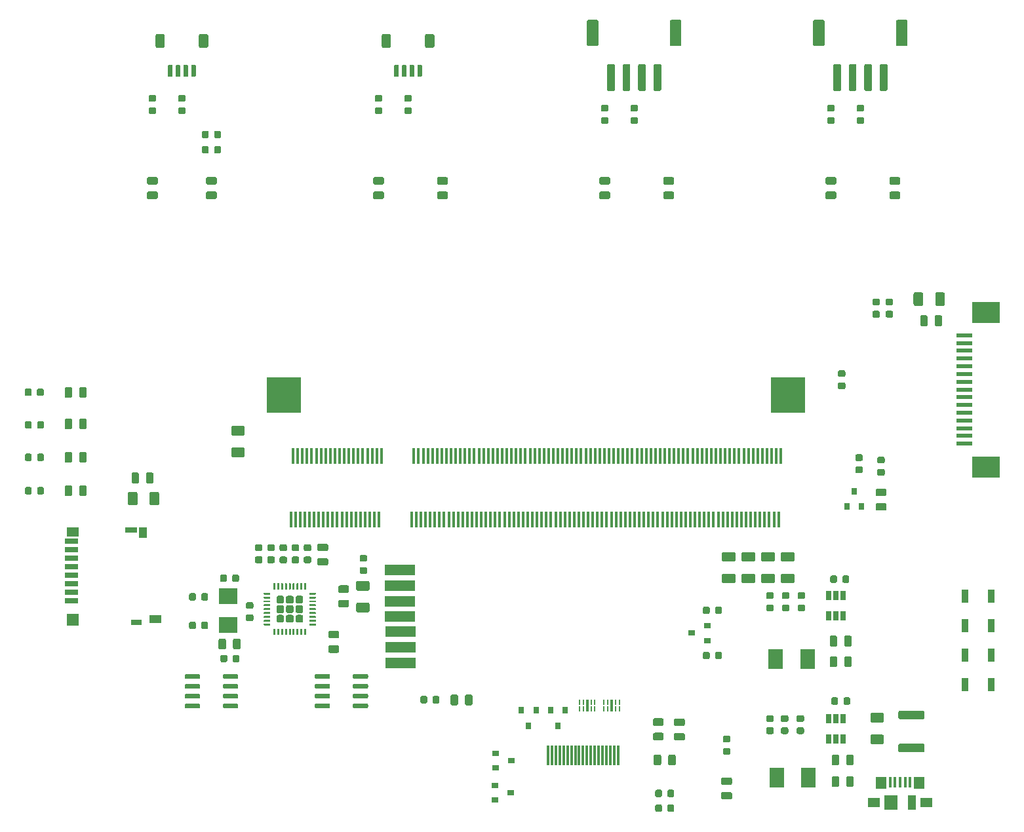
<source format=gbr>
G04 #@! TF.GenerationSoftware,KiCad,Pcbnew,(5.1.5)-3*
G04 #@! TF.CreationDate,2020-12-07T15:57:25+01:00*
G04 #@! TF.ProjectId,Jupiter,4a757069-7465-4722-9e6b-696361645f70,0.1*
G04 #@! TF.SameCoordinates,Original*
G04 #@! TF.FileFunction,Paste,Top*
G04 #@! TF.FilePolarity,Positive*
%FSLAX46Y46*%
G04 Gerber Fmt 4.6, Leading zero omitted, Abs format (unit mm)*
G04 Created by KiCad (PCBNEW (5.1.5)-3) date 2020-12-07 15:57:25*
%MOMM*%
%LPD*%
G04 APERTURE LIST*
%ADD10C,0.100000*%
%ADD11R,4.000000X1.350000*%
%ADD12R,0.350000X2.000000*%
%ADD13R,4.500000X4.600000*%
%ADD14R,0.300000X2.600000*%
%ADD15R,0.450000X1.380000*%
%ADD16R,1.425000X1.550000*%
%ADD17R,1.650000X1.300000*%
%ADD18R,1.800000X1.900000*%
%ADD19R,1.000000X1.900000*%
%ADD20R,3.600000X2.680000*%
%ADD21R,2.000000X0.610000*%
%ADD22R,0.900000X0.800000*%
%ADD23R,0.200000X0.675000*%
%ADD24R,0.400000X1.550000*%
%ADD25R,0.800000X0.900000*%
%ADD26R,0.650000X1.220000*%
%ADD27R,2.400000X2.000000*%
%ADD28R,1.750000X0.700000*%
%ADD29R,1.500000X1.300000*%
%ADD30R,1.500000X0.800000*%
%ADD31R,1.000000X1.450000*%
%ADD32R,1.400000X0.800000*%
%ADD33R,1.500000X1.500000*%
%ADD34R,1.550000X1.000000*%
%ADD35R,1.900000X2.500000*%
%ADD36R,0.900000X1.700000*%
G04 APERTURE END LIST*
D10*
G36*
X185609142Y-125920174D02*
G01*
X185632803Y-125923684D01*
X185656007Y-125929496D01*
X185678529Y-125937554D01*
X185700153Y-125947782D01*
X185720670Y-125960079D01*
X185739883Y-125974329D01*
X185757607Y-125990393D01*
X185773671Y-126008117D01*
X185787921Y-126027330D01*
X185800218Y-126047847D01*
X185810446Y-126069471D01*
X185818504Y-126091993D01*
X185824316Y-126115197D01*
X185827826Y-126138858D01*
X185829000Y-126162750D01*
X185829000Y-127075250D01*
X185827826Y-127099142D01*
X185824316Y-127122803D01*
X185818504Y-127146007D01*
X185810446Y-127168529D01*
X185800218Y-127190153D01*
X185787921Y-127210670D01*
X185773671Y-127229883D01*
X185757607Y-127247607D01*
X185739883Y-127263671D01*
X185720670Y-127277921D01*
X185700153Y-127290218D01*
X185678529Y-127300446D01*
X185656007Y-127308504D01*
X185632803Y-127314316D01*
X185609142Y-127317826D01*
X185585250Y-127319000D01*
X185097750Y-127319000D01*
X185073858Y-127317826D01*
X185050197Y-127314316D01*
X185026993Y-127308504D01*
X185004471Y-127300446D01*
X184982847Y-127290218D01*
X184962330Y-127277921D01*
X184943117Y-127263671D01*
X184925393Y-127247607D01*
X184909329Y-127229883D01*
X184895079Y-127210670D01*
X184882782Y-127190153D01*
X184872554Y-127168529D01*
X184864496Y-127146007D01*
X184858684Y-127122803D01*
X184855174Y-127099142D01*
X184854000Y-127075250D01*
X184854000Y-126162750D01*
X184855174Y-126138858D01*
X184858684Y-126115197D01*
X184864496Y-126091993D01*
X184872554Y-126069471D01*
X184882782Y-126047847D01*
X184895079Y-126027330D01*
X184909329Y-126008117D01*
X184925393Y-125990393D01*
X184943117Y-125974329D01*
X184962330Y-125960079D01*
X184982847Y-125947782D01*
X185004471Y-125937554D01*
X185026993Y-125929496D01*
X185050197Y-125923684D01*
X185073858Y-125920174D01*
X185097750Y-125919000D01*
X185585250Y-125919000D01*
X185609142Y-125920174D01*
G37*
G36*
X183734142Y-125920174D02*
G01*
X183757803Y-125923684D01*
X183781007Y-125929496D01*
X183803529Y-125937554D01*
X183825153Y-125947782D01*
X183845670Y-125960079D01*
X183864883Y-125974329D01*
X183882607Y-125990393D01*
X183898671Y-126008117D01*
X183912921Y-126027330D01*
X183925218Y-126047847D01*
X183935446Y-126069471D01*
X183943504Y-126091993D01*
X183949316Y-126115197D01*
X183952826Y-126138858D01*
X183954000Y-126162750D01*
X183954000Y-127075250D01*
X183952826Y-127099142D01*
X183949316Y-127122803D01*
X183943504Y-127146007D01*
X183935446Y-127168529D01*
X183925218Y-127190153D01*
X183912921Y-127210670D01*
X183898671Y-127229883D01*
X183882607Y-127247607D01*
X183864883Y-127263671D01*
X183845670Y-127277921D01*
X183825153Y-127290218D01*
X183803529Y-127300446D01*
X183781007Y-127308504D01*
X183757803Y-127314316D01*
X183734142Y-127317826D01*
X183710250Y-127319000D01*
X183222750Y-127319000D01*
X183198858Y-127317826D01*
X183175197Y-127314316D01*
X183151993Y-127308504D01*
X183129471Y-127300446D01*
X183107847Y-127290218D01*
X183087330Y-127277921D01*
X183068117Y-127263671D01*
X183050393Y-127247607D01*
X183034329Y-127229883D01*
X183020079Y-127210670D01*
X183007782Y-127190153D01*
X182997554Y-127168529D01*
X182989496Y-127146007D01*
X182983684Y-127122803D01*
X182980174Y-127099142D01*
X182979000Y-127075250D01*
X182979000Y-126162750D01*
X182980174Y-126138858D01*
X182983684Y-126115197D01*
X182989496Y-126091993D01*
X182997554Y-126069471D01*
X183007782Y-126047847D01*
X183020079Y-126027330D01*
X183034329Y-126008117D01*
X183050393Y-125990393D01*
X183068117Y-125974329D01*
X183087330Y-125960079D01*
X183107847Y-125947782D01*
X183129471Y-125937554D01*
X183151993Y-125929496D01*
X183175197Y-125923684D01*
X183198858Y-125920174D01*
X183222750Y-125919000D01*
X183710250Y-125919000D01*
X183734142Y-125920174D01*
G37*
D11*
X127289560Y-114068860D03*
X127289560Y-112087660D03*
X127289560Y-110055660D03*
X127238760Y-108074460D03*
X127238760Y-106093260D03*
X127187960Y-104061260D03*
X127187960Y-102080060D03*
D12*
X128730000Y-95540000D03*
X113130000Y-95540000D03*
D13*
X112230000Y-79440000D03*
X177330000Y-79440000D03*
D12*
X113430000Y-87340001D03*
X113730000Y-95540000D03*
X114030000Y-87340001D03*
X114330000Y-95540000D03*
X114630000Y-87340001D03*
X114930000Y-95540000D03*
X115230000Y-87340001D03*
X115530000Y-95540000D03*
X115830000Y-87340001D03*
X116130000Y-95540000D03*
X116430000Y-87340001D03*
X116730000Y-95540000D03*
X117030000Y-87340001D03*
X117330000Y-95540000D03*
X117630000Y-87340001D03*
X117930000Y-95540000D03*
X118230000Y-87340001D03*
X118530000Y-95540000D03*
X118830000Y-87340001D03*
X119130000Y-95540000D03*
X119430000Y-87340001D03*
X119730000Y-95540000D03*
X120030000Y-87340001D03*
X120330000Y-95540000D03*
X120630000Y-87340001D03*
X120930000Y-95540000D03*
X121230000Y-87340001D03*
X121530000Y-95540000D03*
X121830000Y-87340001D03*
X122130000Y-95540000D03*
X122430000Y-87340001D03*
X122730000Y-95540000D03*
X123030000Y-87340001D03*
X123330000Y-95540000D03*
X123630000Y-87340001D03*
X123930000Y-95540000D03*
X124230000Y-87340001D03*
X124530000Y-95540000D03*
X124830000Y-87340001D03*
X129030000Y-87340001D03*
X129330000Y-95540000D03*
X129630000Y-87340001D03*
X129930000Y-95540000D03*
X130230000Y-87340001D03*
X130530000Y-95540000D03*
X130830000Y-87340001D03*
X131130000Y-95540000D03*
X131430000Y-87340001D03*
X131730000Y-95540000D03*
X132030000Y-87340001D03*
X132330000Y-95540000D03*
X132630000Y-87340001D03*
X132930000Y-95540000D03*
X133230000Y-87340001D03*
X133530000Y-95540000D03*
X133830000Y-87340001D03*
X134130000Y-95540000D03*
X134430000Y-87340001D03*
X134730000Y-95540000D03*
X135030000Y-87340001D03*
X135330000Y-95540000D03*
X135630000Y-87340001D03*
X135930000Y-95540000D03*
X136230000Y-87340001D03*
X136530000Y-95540000D03*
X136830000Y-87340001D03*
X137130000Y-95540000D03*
X137430000Y-87340001D03*
X137730000Y-95540000D03*
X138030000Y-87340001D03*
X138330000Y-95540000D03*
X138630000Y-87340001D03*
X138930000Y-95540000D03*
X139230000Y-87340001D03*
X139530000Y-95540000D03*
X139830000Y-87340001D03*
X140130000Y-95540000D03*
X140430000Y-87340001D03*
X140730000Y-95540000D03*
X141030000Y-87340001D03*
X141330000Y-95540000D03*
X141630000Y-87340001D03*
X141930000Y-95540000D03*
X142230000Y-87340001D03*
X142530000Y-95540000D03*
X142830000Y-87340001D03*
X143130000Y-95540000D03*
X143430000Y-87340001D03*
X143730000Y-95540000D03*
X144030000Y-87340001D03*
X144330000Y-95540000D03*
X144630000Y-87340001D03*
X144930000Y-95540000D03*
X145230000Y-87340001D03*
X145530000Y-95540000D03*
X145830000Y-87340001D03*
X146130000Y-95540000D03*
X146430000Y-87340001D03*
X146730000Y-95540000D03*
X147030000Y-87340001D03*
X147330000Y-95540000D03*
X147630000Y-87340001D03*
X147930000Y-95540000D03*
X148230000Y-87340001D03*
X148530000Y-95540000D03*
X148830000Y-87340001D03*
X149130000Y-95540000D03*
X149430000Y-87340001D03*
X149730000Y-95540000D03*
X150030000Y-87340001D03*
X150330000Y-95540000D03*
X150630000Y-87340001D03*
X150930000Y-95540000D03*
X151230000Y-87340001D03*
X151530000Y-95540000D03*
X151830000Y-87340001D03*
X152130000Y-95540000D03*
X152430000Y-87340001D03*
X152730000Y-95540000D03*
X153030000Y-87340001D03*
X153330000Y-95540000D03*
X153630000Y-87340001D03*
X153930000Y-95540000D03*
X154230000Y-87340001D03*
X154530000Y-95540000D03*
X154830000Y-87340001D03*
X155130000Y-95540000D03*
X155430000Y-87340001D03*
X155730000Y-95540000D03*
X156030000Y-87340001D03*
X156330000Y-95540000D03*
X156630000Y-87340001D03*
X156930000Y-95540000D03*
X157230000Y-87340001D03*
X157530000Y-95540000D03*
X157830000Y-87340001D03*
X158130000Y-95540000D03*
X158430000Y-87340001D03*
X158730000Y-95540000D03*
X159030000Y-87340001D03*
X159330000Y-95540000D03*
X159630000Y-87340001D03*
X159930000Y-95540000D03*
X160230000Y-87340001D03*
X160530000Y-95540000D03*
X160830000Y-87340001D03*
X161130000Y-95540000D03*
X161430000Y-87340001D03*
X161730000Y-95540000D03*
X162030000Y-87340001D03*
X162330000Y-95540000D03*
X162630000Y-87340001D03*
X162930000Y-95540000D03*
X163230000Y-87340001D03*
X163530000Y-95540000D03*
X163830000Y-87340001D03*
X164130000Y-95540000D03*
X164430000Y-87340001D03*
X164730000Y-95540000D03*
X165030000Y-87340001D03*
X165330000Y-95540000D03*
X165630000Y-87340001D03*
X165930000Y-95540000D03*
X166230000Y-87340001D03*
X166530000Y-95540000D03*
X166830000Y-87340001D03*
X167130000Y-95540000D03*
X167430000Y-87340001D03*
X167730000Y-95540000D03*
X168030000Y-87340001D03*
X168330000Y-95540000D03*
X168630000Y-87340001D03*
X168930000Y-95540000D03*
X169230000Y-87340001D03*
X169530000Y-95540000D03*
X169830000Y-87340001D03*
X170130000Y-95540000D03*
X170430000Y-87340001D03*
X170730000Y-95540000D03*
X171030000Y-87340001D03*
X171330000Y-95540000D03*
X171630000Y-87340001D03*
X171930000Y-95540000D03*
X172230000Y-87340001D03*
X172530000Y-95540000D03*
X172830000Y-87340001D03*
X173130000Y-95540000D03*
X173430000Y-87340001D03*
X173730000Y-95540000D03*
X174030000Y-87340001D03*
X174330000Y-95540000D03*
X174630000Y-87340001D03*
X174930000Y-95540000D03*
X175230000Y-87340001D03*
X175530000Y-95540000D03*
X175830000Y-87340001D03*
X176130000Y-95540000D03*
X176430000Y-87340001D03*
D10*
G36*
X189837142Y-93415174D02*
G01*
X189860803Y-93418684D01*
X189884007Y-93424496D01*
X189906529Y-93432554D01*
X189928153Y-93442782D01*
X189948670Y-93455079D01*
X189967883Y-93469329D01*
X189985607Y-93485393D01*
X190001671Y-93503117D01*
X190015921Y-93522330D01*
X190028218Y-93542847D01*
X190038446Y-93564471D01*
X190046504Y-93586993D01*
X190052316Y-93610197D01*
X190055826Y-93633858D01*
X190057000Y-93657750D01*
X190057000Y-94145250D01*
X190055826Y-94169142D01*
X190052316Y-94192803D01*
X190046504Y-94216007D01*
X190038446Y-94238529D01*
X190028218Y-94260153D01*
X190015921Y-94280670D01*
X190001671Y-94299883D01*
X189985607Y-94317607D01*
X189967883Y-94333671D01*
X189948670Y-94347921D01*
X189928153Y-94360218D01*
X189906529Y-94370446D01*
X189884007Y-94378504D01*
X189860803Y-94384316D01*
X189837142Y-94387826D01*
X189813250Y-94389000D01*
X188900750Y-94389000D01*
X188876858Y-94387826D01*
X188853197Y-94384316D01*
X188829993Y-94378504D01*
X188807471Y-94370446D01*
X188785847Y-94360218D01*
X188765330Y-94347921D01*
X188746117Y-94333671D01*
X188728393Y-94317607D01*
X188712329Y-94299883D01*
X188698079Y-94280670D01*
X188685782Y-94260153D01*
X188675554Y-94238529D01*
X188667496Y-94216007D01*
X188661684Y-94192803D01*
X188658174Y-94169142D01*
X188657000Y-94145250D01*
X188657000Y-93657750D01*
X188658174Y-93633858D01*
X188661684Y-93610197D01*
X188667496Y-93586993D01*
X188675554Y-93564471D01*
X188685782Y-93542847D01*
X188698079Y-93522330D01*
X188712329Y-93503117D01*
X188728393Y-93485393D01*
X188746117Y-93469329D01*
X188765330Y-93455079D01*
X188785847Y-93442782D01*
X188807471Y-93432554D01*
X188829993Y-93424496D01*
X188853197Y-93418684D01*
X188876858Y-93415174D01*
X188900750Y-93414000D01*
X189813250Y-93414000D01*
X189837142Y-93415174D01*
G37*
G36*
X189837142Y-91540174D02*
G01*
X189860803Y-91543684D01*
X189884007Y-91549496D01*
X189906529Y-91557554D01*
X189928153Y-91567782D01*
X189948670Y-91580079D01*
X189967883Y-91594329D01*
X189985607Y-91610393D01*
X190001671Y-91628117D01*
X190015921Y-91647330D01*
X190028218Y-91667847D01*
X190038446Y-91689471D01*
X190046504Y-91711993D01*
X190052316Y-91735197D01*
X190055826Y-91758858D01*
X190057000Y-91782750D01*
X190057000Y-92270250D01*
X190055826Y-92294142D01*
X190052316Y-92317803D01*
X190046504Y-92341007D01*
X190038446Y-92363529D01*
X190028218Y-92385153D01*
X190015921Y-92405670D01*
X190001671Y-92424883D01*
X189985607Y-92442607D01*
X189967883Y-92458671D01*
X189948670Y-92472921D01*
X189928153Y-92485218D01*
X189906529Y-92495446D01*
X189884007Y-92503504D01*
X189860803Y-92509316D01*
X189837142Y-92512826D01*
X189813250Y-92514000D01*
X188900750Y-92514000D01*
X188876858Y-92512826D01*
X188853197Y-92509316D01*
X188829993Y-92503504D01*
X188807471Y-92495446D01*
X188785847Y-92485218D01*
X188765330Y-92472921D01*
X188746117Y-92458671D01*
X188728393Y-92442607D01*
X188712329Y-92424883D01*
X188698079Y-92405670D01*
X188685782Y-92385153D01*
X188675554Y-92363529D01*
X188667496Y-92341007D01*
X188661684Y-92317803D01*
X188658174Y-92294142D01*
X188657000Y-92270250D01*
X188657000Y-91782750D01*
X188658174Y-91758858D01*
X188661684Y-91735197D01*
X188667496Y-91711993D01*
X188675554Y-91689471D01*
X188685782Y-91667847D01*
X188698079Y-91647330D01*
X188712329Y-91628117D01*
X188728393Y-91610393D01*
X188746117Y-91594329D01*
X188765330Y-91580079D01*
X188785847Y-91567782D01*
X188807471Y-91557554D01*
X188829993Y-91549496D01*
X188853197Y-91543684D01*
X188876858Y-91540174D01*
X188900750Y-91539000D01*
X189813250Y-91539000D01*
X189837142Y-91540174D01*
G37*
D14*
X146376000Y-125986000D03*
X146876000Y-125986000D03*
X147376000Y-125986000D03*
X147876000Y-125986000D03*
X148376000Y-125986000D03*
X148876000Y-125986000D03*
X149376000Y-125986000D03*
X149876000Y-125986000D03*
X150376000Y-125986000D03*
X150876000Y-125986000D03*
X151376000Y-125986000D03*
X151876000Y-125986000D03*
X152376000Y-125986000D03*
X152876000Y-125986000D03*
X153376000Y-125986000D03*
X153876000Y-125986000D03*
X154376000Y-125986000D03*
X154876000Y-125986000D03*
X155376000Y-125986000D03*
D10*
G36*
X189498504Y-120531204D02*
G01*
X189522773Y-120534804D01*
X189546571Y-120540765D01*
X189569671Y-120549030D01*
X189591849Y-120559520D01*
X189612893Y-120572133D01*
X189632598Y-120586747D01*
X189650777Y-120603223D01*
X189667253Y-120621402D01*
X189681867Y-120641107D01*
X189694480Y-120662151D01*
X189704970Y-120684329D01*
X189713235Y-120707429D01*
X189719196Y-120731227D01*
X189722796Y-120755496D01*
X189724000Y-120780000D01*
X189724000Y-121530000D01*
X189722796Y-121554504D01*
X189719196Y-121578773D01*
X189713235Y-121602571D01*
X189704970Y-121625671D01*
X189694480Y-121647849D01*
X189681867Y-121668893D01*
X189667253Y-121688598D01*
X189650777Y-121706777D01*
X189632598Y-121723253D01*
X189612893Y-121737867D01*
X189591849Y-121750480D01*
X189569671Y-121760970D01*
X189546571Y-121769235D01*
X189522773Y-121775196D01*
X189498504Y-121778796D01*
X189474000Y-121780000D01*
X188224000Y-121780000D01*
X188199496Y-121778796D01*
X188175227Y-121775196D01*
X188151429Y-121769235D01*
X188128329Y-121760970D01*
X188106151Y-121750480D01*
X188085107Y-121737867D01*
X188065402Y-121723253D01*
X188047223Y-121706777D01*
X188030747Y-121688598D01*
X188016133Y-121668893D01*
X188003520Y-121647849D01*
X187993030Y-121625671D01*
X187984765Y-121602571D01*
X187978804Y-121578773D01*
X187975204Y-121554504D01*
X187974000Y-121530000D01*
X187974000Y-120780000D01*
X187975204Y-120755496D01*
X187978804Y-120731227D01*
X187984765Y-120707429D01*
X187993030Y-120684329D01*
X188003520Y-120662151D01*
X188016133Y-120641107D01*
X188030747Y-120621402D01*
X188047223Y-120603223D01*
X188065402Y-120586747D01*
X188085107Y-120572133D01*
X188106151Y-120559520D01*
X188128329Y-120549030D01*
X188151429Y-120540765D01*
X188175227Y-120534804D01*
X188199496Y-120531204D01*
X188224000Y-120530000D01*
X189474000Y-120530000D01*
X189498504Y-120531204D01*
G37*
G36*
X189498504Y-123331204D02*
G01*
X189522773Y-123334804D01*
X189546571Y-123340765D01*
X189569671Y-123349030D01*
X189591849Y-123359520D01*
X189612893Y-123372133D01*
X189632598Y-123386747D01*
X189650777Y-123403223D01*
X189667253Y-123421402D01*
X189681867Y-123441107D01*
X189694480Y-123462151D01*
X189704970Y-123484329D01*
X189713235Y-123507429D01*
X189719196Y-123531227D01*
X189722796Y-123555496D01*
X189724000Y-123580000D01*
X189724000Y-124330000D01*
X189722796Y-124354504D01*
X189719196Y-124378773D01*
X189713235Y-124402571D01*
X189704970Y-124425671D01*
X189694480Y-124447849D01*
X189681867Y-124468893D01*
X189667253Y-124488598D01*
X189650777Y-124506777D01*
X189632598Y-124523253D01*
X189612893Y-124537867D01*
X189591849Y-124550480D01*
X189569671Y-124560970D01*
X189546571Y-124569235D01*
X189522773Y-124575196D01*
X189498504Y-124578796D01*
X189474000Y-124580000D01*
X188224000Y-124580000D01*
X188199496Y-124578796D01*
X188175227Y-124575196D01*
X188151429Y-124569235D01*
X188128329Y-124560970D01*
X188106151Y-124550480D01*
X188085107Y-124537867D01*
X188065402Y-124523253D01*
X188047223Y-124506777D01*
X188030747Y-124488598D01*
X188016133Y-124468893D01*
X188003520Y-124447849D01*
X187993030Y-124425671D01*
X187984765Y-124402571D01*
X187978804Y-124378773D01*
X187975204Y-124354504D01*
X187974000Y-124330000D01*
X187974000Y-123580000D01*
X187975204Y-123555496D01*
X187978804Y-123531227D01*
X187984765Y-123507429D01*
X187993030Y-123484329D01*
X188003520Y-123462151D01*
X188016133Y-123441107D01*
X188030747Y-123421402D01*
X188047223Y-123403223D01*
X188065402Y-123386747D01*
X188085107Y-123372133D01*
X188106151Y-123359520D01*
X188128329Y-123349030D01*
X188151429Y-123340765D01*
X188175227Y-123334804D01*
X188199496Y-123331204D01*
X188224000Y-123330000D01*
X189474000Y-123330000D01*
X189498504Y-123331204D01*
G37*
G36*
X179220691Y-120823053D02*
G01*
X179241926Y-120826203D01*
X179262750Y-120831419D01*
X179282962Y-120838651D01*
X179302368Y-120847830D01*
X179320781Y-120858866D01*
X179338024Y-120871654D01*
X179353930Y-120886070D01*
X179368346Y-120901976D01*
X179381134Y-120919219D01*
X179392170Y-120937632D01*
X179401349Y-120957038D01*
X179408581Y-120977250D01*
X179413797Y-120998074D01*
X179416947Y-121019309D01*
X179418000Y-121040750D01*
X179418000Y-121478250D01*
X179416947Y-121499691D01*
X179413797Y-121520926D01*
X179408581Y-121541750D01*
X179401349Y-121561962D01*
X179392170Y-121581368D01*
X179381134Y-121599781D01*
X179368346Y-121617024D01*
X179353930Y-121632930D01*
X179338024Y-121647346D01*
X179320781Y-121660134D01*
X179302368Y-121671170D01*
X179282962Y-121680349D01*
X179262750Y-121687581D01*
X179241926Y-121692797D01*
X179220691Y-121695947D01*
X179199250Y-121697000D01*
X178686750Y-121697000D01*
X178665309Y-121695947D01*
X178644074Y-121692797D01*
X178623250Y-121687581D01*
X178603038Y-121680349D01*
X178583632Y-121671170D01*
X178565219Y-121660134D01*
X178547976Y-121647346D01*
X178532070Y-121632930D01*
X178517654Y-121617024D01*
X178504866Y-121599781D01*
X178493830Y-121581368D01*
X178484651Y-121561962D01*
X178477419Y-121541750D01*
X178472203Y-121520926D01*
X178469053Y-121499691D01*
X178468000Y-121478250D01*
X178468000Y-121040750D01*
X178469053Y-121019309D01*
X178472203Y-120998074D01*
X178477419Y-120977250D01*
X178484651Y-120957038D01*
X178493830Y-120937632D01*
X178504866Y-120919219D01*
X178517654Y-120901976D01*
X178532070Y-120886070D01*
X178547976Y-120871654D01*
X178565219Y-120858866D01*
X178583632Y-120847830D01*
X178603038Y-120838651D01*
X178623250Y-120831419D01*
X178644074Y-120826203D01*
X178665309Y-120823053D01*
X178686750Y-120822000D01*
X179199250Y-120822000D01*
X179220691Y-120823053D01*
G37*
G36*
X179220691Y-122398053D02*
G01*
X179241926Y-122401203D01*
X179262750Y-122406419D01*
X179282962Y-122413651D01*
X179302368Y-122422830D01*
X179320781Y-122433866D01*
X179338024Y-122446654D01*
X179353930Y-122461070D01*
X179368346Y-122476976D01*
X179381134Y-122494219D01*
X179392170Y-122512632D01*
X179401349Y-122532038D01*
X179408581Y-122552250D01*
X179413797Y-122573074D01*
X179416947Y-122594309D01*
X179418000Y-122615750D01*
X179418000Y-123053250D01*
X179416947Y-123074691D01*
X179413797Y-123095926D01*
X179408581Y-123116750D01*
X179401349Y-123136962D01*
X179392170Y-123156368D01*
X179381134Y-123174781D01*
X179368346Y-123192024D01*
X179353930Y-123207930D01*
X179338024Y-123222346D01*
X179320781Y-123235134D01*
X179302368Y-123246170D01*
X179282962Y-123255349D01*
X179262750Y-123262581D01*
X179241926Y-123267797D01*
X179220691Y-123270947D01*
X179199250Y-123272000D01*
X178686750Y-123272000D01*
X178665309Y-123270947D01*
X178644074Y-123267797D01*
X178623250Y-123262581D01*
X178603038Y-123255349D01*
X178583632Y-123246170D01*
X178565219Y-123235134D01*
X178547976Y-123222346D01*
X178532070Y-123207930D01*
X178517654Y-123192024D01*
X178504866Y-123174781D01*
X178493830Y-123156368D01*
X178484651Y-123136962D01*
X178477419Y-123116750D01*
X178472203Y-123095926D01*
X178469053Y-123074691D01*
X178468000Y-123053250D01*
X178468000Y-122615750D01*
X178469053Y-122594309D01*
X178472203Y-122573074D01*
X178477419Y-122552250D01*
X178484651Y-122532038D01*
X178493830Y-122512632D01*
X178504866Y-122494219D01*
X178517654Y-122476976D01*
X178532070Y-122461070D01*
X178547976Y-122446654D01*
X178565219Y-122433866D01*
X178583632Y-122422830D01*
X178603038Y-122413651D01*
X178623250Y-122406419D01*
X178644074Y-122401203D01*
X178665309Y-122398053D01*
X178686750Y-122397000D01*
X179199250Y-122397000D01*
X179220691Y-122398053D01*
G37*
G36*
X179347691Y-106523053D02*
G01*
X179368926Y-106526203D01*
X179389750Y-106531419D01*
X179409962Y-106538651D01*
X179429368Y-106547830D01*
X179447781Y-106558866D01*
X179465024Y-106571654D01*
X179480930Y-106586070D01*
X179495346Y-106601976D01*
X179508134Y-106619219D01*
X179519170Y-106637632D01*
X179528349Y-106657038D01*
X179535581Y-106677250D01*
X179540797Y-106698074D01*
X179543947Y-106719309D01*
X179545000Y-106740750D01*
X179545000Y-107178250D01*
X179543947Y-107199691D01*
X179540797Y-107220926D01*
X179535581Y-107241750D01*
X179528349Y-107261962D01*
X179519170Y-107281368D01*
X179508134Y-107299781D01*
X179495346Y-107317024D01*
X179480930Y-107332930D01*
X179465024Y-107347346D01*
X179447781Y-107360134D01*
X179429368Y-107371170D01*
X179409962Y-107380349D01*
X179389750Y-107387581D01*
X179368926Y-107392797D01*
X179347691Y-107395947D01*
X179326250Y-107397000D01*
X178813750Y-107397000D01*
X178792309Y-107395947D01*
X178771074Y-107392797D01*
X178750250Y-107387581D01*
X178730038Y-107380349D01*
X178710632Y-107371170D01*
X178692219Y-107360134D01*
X178674976Y-107347346D01*
X178659070Y-107332930D01*
X178644654Y-107317024D01*
X178631866Y-107299781D01*
X178620830Y-107281368D01*
X178611651Y-107261962D01*
X178604419Y-107241750D01*
X178599203Y-107220926D01*
X178596053Y-107199691D01*
X178595000Y-107178250D01*
X178595000Y-106740750D01*
X178596053Y-106719309D01*
X178599203Y-106698074D01*
X178604419Y-106677250D01*
X178611651Y-106657038D01*
X178620830Y-106637632D01*
X178631866Y-106619219D01*
X178644654Y-106601976D01*
X178659070Y-106586070D01*
X178674976Y-106571654D01*
X178692219Y-106558866D01*
X178710632Y-106547830D01*
X178730038Y-106538651D01*
X178750250Y-106531419D01*
X178771074Y-106526203D01*
X178792309Y-106523053D01*
X178813750Y-106522000D01*
X179326250Y-106522000D01*
X179347691Y-106523053D01*
G37*
G36*
X179347691Y-104948053D02*
G01*
X179368926Y-104951203D01*
X179389750Y-104956419D01*
X179409962Y-104963651D01*
X179429368Y-104972830D01*
X179447781Y-104983866D01*
X179465024Y-104996654D01*
X179480930Y-105011070D01*
X179495346Y-105026976D01*
X179508134Y-105044219D01*
X179519170Y-105062632D01*
X179528349Y-105082038D01*
X179535581Y-105102250D01*
X179540797Y-105123074D01*
X179543947Y-105144309D01*
X179545000Y-105165750D01*
X179545000Y-105603250D01*
X179543947Y-105624691D01*
X179540797Y-105645926D01*
X179535581Y-105666750D01*
X179528349Y-105686962D01*
X179519170Y-105706368D01*
X179508134Y-105724781D01*
X179495346Y-105742024D01*
X179480930Y-105757930D01*
X179465024Y-105772346D01*
X179447781Y-105785134D01*
X179429368Y-105796170D01*
X179409962Y-105805349D01*
X179389750Y-105812581D01*
X179368926Y-105817797D01*
X179347691Y-105820947D01*
X179326250Y-105822000D01*
X178813750Y-105822000D01*
X178792309Y-105820947D01*
X178771074Y-105817797D01*
X178750250Y-105812581D01*
X178730038Y-105805349D01*
X178710632Y-105796170D01*
X178692219Y-105785134D01*
X178674976Y-105772346D01*
X178659070Y-105757930D01*
X178644654Y-105742024D01*
X178631866Y-105724781D01*
X178620830Y-105706368D01*
X178611651Y-105686962D01*
X178604419Y-105666750D01*
X178599203Y-105645926D01*
X178596053Y-105624691D01*
X178595000Y-105603250D01*
X178595000Y-105165750D01*
X178596053Y-105144309D01*
X178599203Y-105123074D01*
X178604419Y-105102250D01*
X178611651Y-105082038D01*
X178620830Y-105062632D01*
X178631866Y-105044219D01*
X178644654Y-105026976D01*
X178659070Y-105011070D01*
X178674976Y-104996654D01*
X178692219Y-104983866D01*
X178710632Y-104972830D01*
X178730038Y-104963651D01*
X178750250Y-104956419D01*
X178771074Y-104951203D01*
X178792309Y-104948053D01*
X178813750Y-104947000D01*
X179326250Y-104947000D01*
X179347691Y-104948053D01*
G37*
G36*
X177954204Y-99741304D02*
G01*
X177978473Y-99744904D01*
X178002271Y-99750865D01*
X178025371Y-99759130D01*
X178047549Y-99769620D01*
X178068593Y-99782233D01*
X178088298Y-99796847D01*
X178106477Y-99813323D01*
X178122953Y-99831502D01*
X178137567Y-99851207D01*
X178150180Y-99872251D01*
X178160670Y-99894429D01*
X178168935Y-99917529D01*
X178174896Y-99941327D01*
X178178496Y-99965596D01*
X178179700Y-99990100D01*
X178179700Y-100740100D01*
X178178496Y-100764604D01*
X178174896Y-100788873D01*
X178168935Y-100812671D01*
X178160670Y-100835771D01*
X178150180Y-100857949D01*
X178137567Y-100878993D01*
X178122953Y-100898698D01*
X178106477Y-100916877D01*
X178088298Y-100933353D01*
X178068593Y-100947967D01*
X178047549Y-100960580D01*
X178025371Y-100971070D01*
X178002271Y-100979335D01*
X177978473Y-100985296D01*
X177954204Y-100988896D01*
X177929700Y-100990100D01*
X176679700Y-100990100D01*
X176655196Y-100988896D01*
X176630927Y-100985296D01*
X176607129Y-100979335D01*
X176584029Y-100971070D01*
X176561851Y-100960580D01*
X176540807Y-100947967D01*
X176521102Y-100933353D01*
X176502923Y-100916877D01*
X176486447Y-100898698D01*
X176471833Y-100878993D01*
X176459220Y-100857949D01*
X176448730Y-100835771D01*
X176440465Y-100812671D01*
X176434504Y-100788873D01*
X176430904Y-100764604D01*
X176429700Y-100740100D01*
X176429700Y-99990100D01*
X176430904Y-99965596D01*
X176434504Y-99941327D01*
X176440465Y-99917529D01*
X176448730Y-99894429D01*
X176459220Y-99872251D01*
X176471833Y-99851207D01*
X176486447Y-99831502D01*
X176502923Y-99813323D01*
X176521102Y-99796847D01*
X176540807Y-99782233D01*
X176561851Y-99769620D01*
X176584029Y-99759130D01*
X176607129Y-99750865D01*
X176630927Y-99744904D01*
X176655196Y-99741304D01*
X176679700Y-99740100D01*
X177929700Y-99740100D01*
X177954204Y-99741304D01*
G37*
G36*
X177954204Y-102541304D02*
G01*
X177978473Y-102544904D01*
X178002271Y-102550865D01*
X178025371Y-102559130D01*
X178047549Y-102569620D01*
X178068593Y-102582233D01*
X178088298Y-102596847D01*
X178106477Y-102613323D01*
X178122953Y-102631502D01*
X178137567Y-102651207D01*
X178150180Y-102672251D01*
X178160670Y-102694429D01*
X178168935Y-102717529D01*
X178174896Y-102741327D01*
X178178496Y-102765596D01*
X178179700Y-102790100D01*
X178179700Y-103540100D01*
X178178496Y-103564604D01*
X178174896Y-103588873D01*
X178168935Y-103612671D01*
X178160670Y-103635771D01*
X178150180Y-103657949D01*
X178137567Y-103678993D01*
X178122953Y-103698698D01*
X178106477Y-103716877D01*
X178088298Y-103733353D01*
X178068593Y-103747967D01*
X178047549Y-103760580D01*
X178025371Y-103771070D01*
X178002271Y-103779335D01*
X177978473Y-103785296D01*
X177954204Y-103788896D01*
X177929700Y-103790100D01*
X176679700Y-103790100D01*
X176655196Y-103788896D01*
X176630927Y-103785296D01*
X176607129Y-103779335D01*
X176584029Y-103771070D01*
X176561851Y-103760580D01*
X176540807Y-103747967D01*
X176521102Y-103733353D01*
X176502923Y-103716877D01*
X176486447Y-103698698D01*
X176471833Y-103678993D01*
X176459220Y-103657949D01*
X176448730Y-103635771D01*
X176440465Y-103612671D01*
X176434504Y-103588873D01*
X176430904Y-103564604D01*
X176429700Y-103540100D01*
X176429700Y-102790100D01*
X176430904Y-102765596D01*
X176434504Y-102741327D01*
X176440465Y-102717529D01*
X176448730Y-102694429D01*
X176459220Y-102672251D01*
X176471833Y-102651207D01*
X176486447Y-102631502D01*
X176502923Y-102613323D01*
X176521102Y-102596847D01*
X176540807Y-102582233D01*
X176561851Y-102569620D01*
X176584029Y-102559130D01*
X176607129Y-102550865D01*
X176630927Y-102544904D01*
X176655196Y-102541304D01*
X176679700Y-102540100D01*
X177929700Y-102540100D01*
X177954204Y-102541304D01*
G37*
G36*
X175414204Y-99741304D02*
G01*
X175438473Y-99744904D01*
X175462271Y-99750865D01*
X175485371Y-99759130D01*
X175507549Y-99769620D01*
X175528593Y-99782233D01*
X175548298Y-99796847D01*
X175566477Y-99813323D01*
X175582953Y-99831502D01*
X175597567Y-99851207D01*
X175610180Y-99872251D01*
X175620670Y-99894429D01*
X175628935Y-99917529D01*
X175634896Y-99941327D01*
X175638496Y-99965596D01*
X175639700Y-99990100D01*
X175639700Y-100740100D01*
X175638496Y-100764604D01*
X175634896Y-100788873D01*
X175628935Y-100812671D01*
X175620670Y-100835771D01*
X175610180Y-100857949D01*
X175597567Y-100878993D01*
X175582953Y-100898698D01*
X175566477Y-100916877D01*
X175548298Y-100933353D01*
X175528593Y-100947967D01*
X175507549Y-100960580D01*
X175485371Y-100971070D01*
X175462271Y-100979335D01*
X175438473Y-100985296D01*
X175414204Y-100988896D01*
X175389700Y-100990100D01*
X174139700Y-100990100D01*
X174115196Y-100988896D01*
X174090927Y-100985296D01*
X174067129Y-100979335D01*
X174044029Y-100971070D01*
X174021851Y-100960580D01*
X174000807Y-100947967D01*
X173981102Y-100933353D01*
X173962923Y-100916877D01*
X173946447Y-100898698D01*
X173931833Y-100878993D01*
X173919220Y-100857949D01*
X173908730Y-100835771D01*
X173900465Y-100812671D01*
X173894504Y-100788873D01*
X173890904Y-100764604D01*
X173889700Y-100740100D01*
X173889700Y-99990100D01*
X173890904Y-99965596D01*
X173894504Y-99941327D01*
X173900465Y-99917529D01*
X173908730Y-99894429D01*
X173919220Y-99872251D01*
X173931833Y-99851207D01*
X173946447Y-99831502D01*
X173962923Y-99813323D01*
X173981102Y-99796847D01*
X174000807Y-99782233D01*
X174021851Y-99769620D01*
X174044029Y-99759130D01*
X174067129Y-99750865D01*
X174090927Y-99744904D01*
X174115196Y-99741304D01*
X174139700Y-99740100D01*
X175389700Y-99740100D01*
X175414204Y-99741304D01*
G37*
G36*
X175414204Y-102541304D02*
G01*
X175438473Y-102544904D01*
X175462271Y-102550865D01*
X175485371Y-102559130D01*
X175507549Y-102569620D01*
X175528593Y-102582233D01*
X175548298Y-102596847D01*
X175566477Y-102613323D01*
X175582953Y-102631502D01*
X175597567Y-102651207D01*
X175610180Y-102672251D01*
X175620670Y-102694429D01*
X175628935Y-102717529D01*
X175634896Y-102741327D01*
X175638496Y-102765596D01*
X175639700Y-102790100D01*
X175639700Y-103540100D01*
X175638496Y-103564604D01*
X175634896Y-103588873D01*
X175628935Y-103612671D01*
X175620670Y-103635771D01*
X175610180Y-103657949D01*
X175597567Y-103678993D01*
X175582953Y-103698698D01*
X175566477Y-103716877D01*
X175548298Y-103733353D01*
X175528593Y-103747967D01*
X175507549Y-103760580D01*
X175485371Y-103771070D01*
X175462271Y-103779335D01*
X175438473Y-103785296D01*
X175414204Y-103788896D01*
X175389700Y-103790100D01*
X174139700Y-103790100D01*
X174115196Y-103788896D01*
X174090927Y-103785296D01*
X174067129Y-103779335D01*
X174044029Y-103771070D01*
X174021851Y-103760580D01*
X174000807Y-103747967D01*
X173981102Y-103733353D01*
X173962923Y-103716877D01*
X173946447Y-103698698D01*
X173931833Y-103678993D01*
X173919220Y-103657949D01*
X173908730Y-103635771D01*
X173900465Y-103612671D01*
X173894504Y-103588873D01*
X173890904Y-103564604D01*
X173889700Y-103540100D01*
X173889700Y-102790100D01*
X173890904Y-102765596D01*
X173894504Y-102741327D01*
X173900465Y-102717529D01*
X173908730Y-102694429D01*
X173919220Y-102672251D01*
X173931833Y-102651207D01*
X173946447Y-102631502D01*
X173962923Y-102613323D01*
X173981102Y-102596847D01*
X174000807Y-102582233D01*
X174021851Y-102569620D01*
X174044029Y-102559130D01*
X174067129Y-102550865D01*
X174090927Y-102544904D01*
X174115196Y-102541304D01*
X174139700Y-102540100D01*
X175389700Y-102540100D01*
X175414204Y-102541304D01*
G37*
G36*
X172874204Y-102541304D02*
G01*
X172898473Y-102544904D01*
X172922271Y-102550865D01*
X172945371Y-102559130D01*
X172967549Y-102569620D01*
X172988593Y-102582233D01*
X173008298Y-102596847D01*
X173026477Y-102613323D01*
X173042953Y-102631502D01*
X173057567Y-102651207D01*
X173070180Y-102672251D01*
X173080670Y-102694429D01*
X173088935Y-102717529D01*
X173094896Y-102741327D01*
X173098496Y-102765596D01*
X173099700Y-102790100D01*
X173099700Y-103540100D01*
X173098496Y-103564604D01*
X173094896Y-103588873D01*
X173088935Y-103612671D01*
X173080670Y-103635771D01*
X173070180Y-103657949D01*
X173057567Y-103678993D01*
X173042953Y-103698698D01*
X173026477Y-103716877D01*
X173008298Y-103733353D01*
X172988593Y-103747967D01*
X172967549Y-103760580D01*
X172945371Y-103771070D01*
X172922271Y-103779335D01*
X172898473Y-103785296D01*
X172874204Y-103788896D01*
X172849700Y-103790100D01*
X171599700Y-103790100D01*
X171575196Y-103788896D01*
X171550927Y-103785296D01*
X171527129Y-103779335D01*
X171504029Y-103771070D01*
X171481851Y-103760580D01*
X171460807Y-103747967D01*
X171441102Y-103733353D01*
X171422923Y-103716877D01*
X171406447Y-103698698D01*
X171391833Y-103678993D01*
X171379220Y-103657949D01*
X171368730Y-103635771D01*
X171360465Y-103612671D01*
X171354504Y-103588873D01*
X171350904Y-103564604D01*
X171349700Y-103540100D01*
X171349700Y-102790100D01*
X171350904Y-102765596D01*
X171354504Y-102741327D01*
X171360465Y-102717529D01*
X171368730Y-102694429D01*
X171379220Y-102672251D01*
X171391833Y-102651207D01*
X171406447Y-102631502D01*
X171422923Y-102613323D01*
X171441102Y-102596847D01*
X171460807Y-102582233D01*
X171481851Y-102569620D01*
X171504029Y-102559130D01*
X171527129Y-102550865D01*
X171550927Y-102544904D01*
X171575196Y-102541304D01*
X171599700Y-102540100D01*
X172849700Y-102540100D01*
X172874204Y-102541304D01*
G37*
G36*
X172874204Y-99741304D02*
G01*
X172898473Y-99744904D01*
X172922271Y-99750865D01*
X172945371Y-99759130D01*
X172967549Y-99769620D01*
X172988593Y-99782233D01*
X173008298Y-99796847D01*
X173026477Y-99813323D01*
X173042953Y-99831502D01*
X173057567Y-99851207D01*
X173070180Y-99872251D01*
X173080670Y-99894429D01*
X173088935Y-99917529D01*
X173094896Y-99941327D01*
X173098496Y-99965596D01*
X173099700Y-99990100D01*
X173099700Y-100740100D01*
X173098496Y-100764604D01*
X173094896Y-100788873D01*
X173088935Y-100812671D01*
X173080670Y-100835771D01*
X173070180Y-100857949D01*
X173057567Y-100878993D01*
X173042953Y-100898698D01*
X173026477Y-100916877D01*
X173008298Y-100933353D01*
X172988593Y-100947967D01*
X172967549Y-100960580D01*
X172945371Y-100971070D01*
X172922271Y-100979335D01*
X172898473Y-100985296D01*
X172874204Y-100988896D01*
X172849700Y-100990100D01*
X171599700Y-100990100D01*
X171575196Y-100988896D01*
X171550927Y-100985296D01*
X171527129Y-100979335D01*
X171504029Y-100971070D01*
X171481851Y-100960580D01*
X171460807Y-100947967D01*
X171441102Y-100933353D01*
X171422923Y-100916877D01*
X171406447Y-100898698D01*
X171391833Y-100878993D01*
X171379220Y-100857949D01*
X171368730Y-100835771D01*
X171360465Y-100812671D01*
X171354504Y-100788873D01*
X171350904Y-100764604D01*
X171349700Y-100740100D01*
X171349700Y-99990100D01*
X171350904Y-99965596D01*
X171354504Y-99941327D01*
X171360465Y-99917529D01*
X171368730Y-99894429D01*
X171379220Y-99872251D01*
X171391833Y-99851207D01*
X171406447Y-99831502D01*
X171422923Y-99813323D01*
X171441102Y-99796847D01*
X171460807Y-99782233D01*
X171481851Y-99769620D01*
X171504029Y-99759130D01*
X171527129Y-99750865D01*
X171550927Y-99744904D01*
X171575196Y-99741304D01*
X171599700Y-99740100D01*
X172849700Y-99740100D01*
X172874204Y-99741304D01*
G37*
G36*
X170334204Y-99741304D02*
G01*
X170358473Y-99744904D01*
X170382271Y-99750865D01*
X170405371Y-99759130D01*
X170427549Y-99769620D01*
X170448593Y-99782233D01*
X170468298Y-99796847D01*
X170486477Y-99813323D01*
X170502953Y-99831502D01*
X170517567Y-99851207D01*
X170530180Y-99872251D01*
X170540670Y-99894429D01*
X170548935Y-99917529D01*
X170554896Y-99941327D01*
X170558496Y-99965596D01*
X170559700Y-99990100D01*
X170559700Y-100740100D01*
X170558496Y-100764604D01*
X170554896Y-100788873D01*
X170548935Y-100812671D01*
X170540670Y-100835771D01*
X170530180Y-100857949D01*
X170517567Y-100878993D01*
X170502953Y-100898698D01*
X170486477Y-100916877D01*
X170468298Y-100933353D01*
X170448593Y-100947967D01*
X170427549Y-100960580D01*
X170405371Y-100971070D01*
X170382271Y-100979335D01*
X170358473Y-100985296D01*
X170334204Y-100988896D01*
X170309700Y-100990100D01*
X169059700Y-100990100D01*
X169035196Y-100988896D01*
X169010927Y-100985296D01*
X168987129Y-100979335D01*
X168964029Y-100971070D01*
X168941851Y-100960580D01*
X168920807Y-100947967D01*
X168901102Y-100933353D01*
X168882923Y-100916877D01*
X168866447Y-100898698D01*
X168851833Y-100878993D01*
X168839220Y-100857949D01*
X168828730Y-100835771D01*
X168820465Y-100812671D01*
X168814504Y-100788873D01*
X168810904Y-100764604D01*
X168809700Y-100740100D01*
X168809700Y-99990100D01*
X168810904Y-99965596D01*
X168814504Y-99941327D01*
X168820465Y-99917529D01*
X168828730Y-99894429D01*
X168839220Y-99872251D01*
X168851833Y-99851207D01*
X168866447Y-99831502D01*
X168882923Y-99813323D01*
X168901102Y-99796847D01*
X168920807Y-99782233D01*
X168941851Y-99769620D01*
X168964029Y-99759130D01*
X168987129Y-99750865D01*
X169010927Y-99744904D01*
X169035196Y-99741304D01*
X169059700Y-99740100D01*
X170309700Y-99740100D01*
X170334204Y-99741304D01*
G37*
G36*
X170334204Y-102541304D02*
G01*
X170358473Y-102544904D01*
X170382271Y-102550865D01*
X170405371Y-102559130D01*
X170427549Y-102569620D01*
X170448593Y-102582233D01*
X170468298Y-102596847D01*
X170486477Y-102613323D01*
X170502953Y-102631502D01*
X170517567Y-102651207D01*
X170530180Y-102672251D01*
X170540670Y-102694429D01*
X170548935Y-102717529D01*
X170554896Y-102741327D01*
X170558496Y-102765596D01*
X170559700Y-102790100D01*
X170559700Y-103540100D01*
X170558496Y-103564604D01*
X170554896Y-103588873D01*
X170548935Y-103612671D01*
X170540670Y-103635771D01*
X170530180Y-103657949D01*
X170517567Y-103678993D01*
X170502953Y-103698698D01*
X170486477Y-103716877D01*
X170468298Y-103733353D01*
X170448593Y-103747967D01*
X170427549Y-103760580D01*
X170405371Y-103771070D01*
X170382271Y-103779335D01*
X170358473Y-103785296D01*
X170334204Y-103788896D01*
X170309700Y-103790100D01*
X169059700Y-103790100D01*
X169035196Y-103788896D01*
X169010927Y-103785296D01*
X168987129Y-103779335D01*
X168964029Y-103771070D01*
X168941851Y-103760580D01*
X168920807Y-103747967D01*
X168901102Y-103733353D01*
X168882923Y-103716877D01*
X168866447Y-103698698D01*
X168851833Y-103678993D01*
X168839220Y-103657949D01*
X168828730Y-103635771D01*
X168820465Y-103612671D01*
X168814504Y-103588873D01*
X168810904Y-103564604D01*
X168809700Y-103540100D01*
X168809700Y-102790100D01*
X168810904Y-102765596D01*
X168814504Y-102741327D01*
X168820465Y-102717529D01*
X168828730Y-102694429D01*
X168839220Y-102672251D01*
X168851833Y-102651207D01*
X168866447Y-102631502D01*
X168882923Y-102613323D01*
X168901102Y-102596847D01*
X168920807Y-102582233D01*
X168941851Y-102569620D01*
X168964029Y-102559130D01*
X168987129Y-102550865D01*
X169010927Y-102544904D01*
X169035196Y-102541304D01*
X169059700Y-102540100D01*
X170309700Y-102540100D01*
X170334204Y-102541304D01*
G37*
G36*
X106963744Y-86242124D02*
G01*
X106988013Y-86245724D01*
X107011811Y-86251685D01*
X107034911Y-86259950D01*
X107057089Y-86270440D01*
X107078133Y-86283053D01*
X107097838Y-86297667D01*
X107116017Y-86314143D01*
X107132493Y-86332322D01*
X107147107Y-86352027D01*
X107159720Y-86373071D01*
X107170210Y-86395249D01*
X107178475Y-86418349D01*
X107184436Y-86442147D01*
X107188036Y-86466416D01*
X107189240Y-86490920D01*
X107189240Y-87240920D01*
X107188036Y-87265424D01*
X107184436Y-87289693D01*
X107178475Y-87313491D01*
X107170210Y-87336591D01*
X107159720Y-87358769D01*
X107147107Y-87379813D01*
X107132493Y-87399518D01*
X107116017Y-87417697D01*
X107097838Y-87434173D01*
X107078133Y-87448787D01*
X107057089Y-87461400D01*
X107034911Y-87471890D01*
X107011811Y-87480155D01*
X106988013Y-87486116D01*
X106963744Y-87489716D01*
X106939240Y-87490920D01*
X105689240Y-87490920D01*
X105664736Y-87489716D01*
X105640467Y-87486116D01*
X105616669Y-87480155D01*
X105593569Y-87471890D01*
X105571391Y-87461400D01*
X105550347Y-87448787D01*
X105530642Y-87434173D01*
X105512463Y-87417697D01*
X105495987Y-87399518D01*
X105481373Y-87379813D01*
X105468760Y-87358769D01*
X105458270Y-87336591D01*
X105450005Y-87313491D01*
X105444044Y-87289693D01*
X105440444Y-87265424D01*
X105439240Y-87240920D01*
X105439240Y-86490920D01*
X105440444Y-86466416D01*
X105444044Y-86442147D01*
X105450005Y-86418349D01*
X105458270Y-86395249D01*
X105468760Y-86373071D01*
X105481373Y-86352027D01*
X105495987Y-86332322D01*
X105512463Y-86314143D01*
X105530642Y-86297667D01*
X105550347Y-86283053D01*
X105571391Y-86270440D01*
X105593569Y-86259950D01*
X105616669Y-86251685D01*
X105640467Y-86245724D01*
X105664736Y-86242124D01*
X105689240Y-86240920D01*
X106939240Y-86240920D01*
X106963744Y-86242124D01*
G37*
G36*
X106963744Y-83442124D02*
G01*
X106988013Y-83445724D01*
X107011811Y-83451685D01*
X107034911Y-83459950D01*
X107057089Y-83470440D01*
X107078133Y-83483053D01*
X107097838Y-83497667D01*
X107116017Y-83514143D01*
X107132493Y-83532322D01*
X107147107Y-83552027D01*
X107159720Y-83573071D01*
X107170210Y-83595249D01*
X107178475Y-83618349D01*
X107184436Y-83642147D01*
X107188036Y-83666416D01*
X107189240Y-83690920D01*
X107189240Y-84440920D01*
X107188036Y-84465424D01*
X107184436Y-84489693D01*
X107178475Y-84513491D01*
X107170210Y-84536591D01*
X107159720Y-84558769D01*
X107147107Y-84579813D01*
X107132493Y-84599518D01*
X107116017Y-84617697D01*
X107097838Y-84634173D01*
X107078133Y-84648787D01*
X107057089Y-84661400D01*
X107034911Y-84671890D01*
X107011811Y-84680155D01*
X106988013Y-84686116D01*
X106963744Y-84689716D01*
X106939240Y-84690920D01*
X105689240Y-84690920D01*
X105664736Y-84689716D01*
X105640467Y-84686116D01*
X105616669Y-84680155D01*
X105593569Y-84671890D01*
X105571391Y-84661400D01*
X105550347Y-84648787D01*
X105530642Y-84634173D01*
X105512463Y-84617697D01*
X105495987Y-84599518D01*
X105481373Y-84579813D01*
X105468760Y-84558769D01*
X105458270Y-84536591D01*
X105450005Y-84513491D01*
X105444044Y-84489693D01*
X105440444Y-84465424D01*
X105439240Y-84440920D01*
X105439240Y-83690920D01*
X105440444Y-83666416D01*
X105444044Y-83642147D01*
X105450005Y-83618349D01*
X105458270Y-83595249D01*
X105468760Y-83573071D01*
X105481373Y-83552027D01*
X105495987Y-83532322D01*
X105512463Y-83514143D01*
X105530642Y-83497667D01*
X105550347Y-83483053D01*
X105571391Y-83470440D01*
X105593569Y-83459950D01*
X105616669Y-83451685D01*
X105640467Y-83445724D01*
X105664736Y-83442124D01*
X105689240Y-83440920D01*
X106939240Y-83440920D01*
X106963744Y-83442124D01*
G37*
G36*
X93106504Y-91963204D02*
G01*
X93130773Y-91966804D01*
X93154571Y-91972765D01*
X93177671Y-91981030D01*
X93199849Y-91991520D01*
X93220893Y-92004133D01*
X93240598Y-92018747D01*
X93258777Y-92035223D01*
X93275253Y-92053402D01*
X93289867Y-92073107D01*
X93302480Y-92094151D01*
X93312970Y-92116329D01*
X93321235Y-92139429D01*
X93327196Y-92163227D01*
X93330796Y-92187496D01*
X93332000Y-92212000D01*
X93332000Y-93462000D01*
X93330796Y-93486504D01*
X93327196Y-93510773D01*
X93321235Y-93534571D01*
X93312970Y-93557671D01*
X93302480Y-93579849D01*
X93289867Y-93600893D01*
X93275253Y-93620598D01*
X93258777Y-93638777D01*
X93240598Y-93655253D01*
X93220893Y-93669867D01*
X93199849Y-93682480D01*
X93177671Y-93692970D01*
X93154571Y-93701235D01*
X93130773Y-93707196D01*
X93106504Y-93710796D01*
X93082000Y-93712000D01*
X92332000Y-93712000D01*
X92307496Y-93710796D01*
X92283227Y-93707196D01*
X92259429Y-93701235D01*
X92236329Y-93692970D01*
X92214151Y-93682480D01*
X92193107Y-93669867D01*
X92173402Y-93655253D01*
X92155223Y-93638777D01*
X92138747Y-93620598D01*
X92124133Y-93600893D01*
X92111520Y-93579849D01*
X92101030Y-93557671D01*
X92092765Y-93534571D01*
X92086804Y-93510773D01*
X92083204Y-93486504D01*
X92082000Y-93462000D01*
X92082000Y-92212000D01*
X92083204Y-92187496D01*
X92086804Y-92163227D01*
X92092765Y-92139429D01*
X92101030Y-92116329D01*
X92111520Y-92094151D01*
X92124133Y-92073107D01*
X92138747Y-92053402D01*
X92155223Y-92035223D01*
X92173402Y-92018747D01*
X92193107Y-92004133D01*
X92214151Y-91991520D01*
X92236329Y-91981030D01*
X92259429Y-91972765D01*
X92283227Y-91966804D01*
X92307496Y-91963204D01*
X92332000Y-91962000D01*
X93082000Y-91962000D01*
X93106504Y-91963204D01*
G37*
G36*
X95906504Y-91963204D02*
G01*
X95930773Y-91966804D01*
X95954571Y-91972765D01*
X95977671Y-91981030D01*
X95999849Y-91991520D01*
X96020893Y-92004133D01*
X96040598Y-92018747D01*
X96058777Y-92035223D01*
X96075253Y-92053402D01*
X96089867Y-92073107D01*
X96102480Y-92094151D01*
X96112970Y-92116329D01*
X96121235Y-92139429D01*
X96127196Y-92163227D01*
X96130796Y-92187496D01*
X96132000Y-92212000D01*
X96132000Y-93462000D01*
X96130796Y-93486504D01*
X96127196Y-93510773D01*
X96121235Y-93534571D01*
X96112970Y-93557671D01*
X96102480Y-93579849D01*
X96089867Y-93600893D01*
X96075253Y-93620598D01*
X96058777Y-93638777D01*
X96040598Y-93655253D01*
X96020893Y-93669867D01*
X95999849Y-93682480D01*
X95977671Y-93692970D01*
X95954571Y-93701235D01*
X95930773Y-93707196D01*
X95906504Y-93710796D01*
X95882000Y-93712000D01*
X95132000Y-93712000D01*
X95107496Y-93710796D01*
X95083227Y-93707196D01*
X95059429Y-93701235D01*
X95036329Y-93692970D01*
X95014151Y-93682480D01*
X94993107Y-93669867D01*
X94973402Y-93655253D01*
X94955223Y-93638777D01*
X94938747Y-93620598D01*
X94924133Y-93600893D01*
X94911520Y-93579849D01*
X94901030Y-93557671D01*
X94892765Y-93534571D01*
X94886804Y-93510773D01*
X94883204Y-93486504D01*
X94882000Y-93462000D01*
X94882000Y-92212000D01*
X94883204Y-92187496D01*
X94886804Y-92163227D01*
X94892765Y-92139429D01*
X94901030Y-92116329D01*
X94911520Y-92094151D01*
X94924133Y-92073107D01*
X94938747Y-92053402D01*
X94955223Y-92035223D01*
X94973402Y-92018747D01*
X94993107Y-92004133D01*
X95014151Y-91991520D01*
X95036329Y-91981030D01*
X95059429Y-91972765D01*
X95083227Y-91966804D01*
X95107496Y-91963204D01*
X95132000Y-91962000D01*
X95882000Y-91962000D01*
X95906504Y-91963204D01*
G37*
G36*
X93310142Y-89471174D02*
G01*
X93333803Y-89474684D01*
X93357007Y-89480496D01*
X93379529Y-89488554D01*
X93401153Y-89498782D01*
X93421670Y-89511079D01*
X93440883Y-89525329D01*
X93458607Y-89541393D01*
X93474671Y-89559117D01*
X93488921Y-89578330D01*
X93501218Y-89598847D01*
X93511446Y-89620471D01*
X93519504Y-89642993D01*
X93525316Y-89666197D01*
X93528826Y-89689858D01*
X93530000Y-89713750D01*
X93530000Y-90626250D01*
X93528826Y-90650142D01*
X93525316Y-90673803D01*
X93519504Y-90697007D01*
X93511446Y-90719529D01*
X93501218Y-90741153D01*
X93488921Y-90761670D01*
X93474671Y-90780883D01*
X93458607Y-90798607D01*
X93440883Y-90814671D01*
X93421670Y-90828921D01*
X93401153Y-90841218D01*
X93379529Y-90851446D01*
X93357007Y-90859504D01*
X93333803Y-90865316D01*
X93310142Y-90868826D01*
X93286250Y-90870000D01*
X92798750Y-90870000D01*
X92774858Y-90868826D01*
X92751197Y-90865316D01*
X92727993Y-90859504D01*
X92705471Y-90851446D01*
X92683847Y-90841218D01*
X92663330Y-90828921D01*
X92644117Y-90814671D01*
X92626393Y-90798607D01*
X92610329Y-90780883D01*
X92596079Y-90761670D01*
X92583782Y-90741153D01*
X92573554Y-90719529D01*
X92565496Y-90697007D01*
X92559684Y-90673803D01*
X92556174Y-90650142D01*
X92555000Y-90626250D01*
X92555000Y-89713750D01*
X92556174Y-89689858D01*
X92559684Y-89666197D01*
X92565496Y-89642993D01*
X92573554Y-89620471D01*
X92583782Y-89598847D01*
X92596079Y-89578330D01*
X92610329Y-89559117D01*
X92626393Y-89541393D01*
X92644117Y-89525329D01*
X92663330Y-89511079D01*
X92683847Y-89498782D01*
X92705471Y-89488554D01*
X92727993Y-89480496D01*
X92751197Y-89474684D01*
X92774858Y-89471174D01*
X92798750Y-89470000D01*
X93286250Y-89470000D01*
X93310142Y-89471174D01*
G37*
G36*
X95185142Y-89471174D02*
G01*
X95208803Y-89474684D01*
X95232007Y-89480496D01*
X95254529Y-89488554D01*
X95276153Y-89498782D01*
X95296670Y-89511079D01*
X95315883Y-89525329D01*
X95333607Y-89541393D01*
X95349671Y-89559117D01*
X95363921Y-89578330D01*
X95376218Y-89598847D01*
X95386446Y-89620471D01*
X95394504Y-89642993D01*
X95400316Y-89666197D01*
X95403826Y-89689858D01*
X95405000Y-89713750D01*
X95405000Y-90626250D01*
X95403826Y-90650142D01*
X95400316Y-90673803D01*
X95394504Y-90697007D01*
X95386446Y-90719529D01*
X95376218Y-90741153D01*
X95363921Y-90761670D01*
X95349671Y-90780883D01*
X95333607Y-90798607D01*
X95315883Y-90814671D01*
X95296670Y-90828921D01*
X95276153Y-90841218D01*
X95254529Y-90851446D01*
X95232007Y-90859504D01*
X95208803Y-90865316D01*
X95185142Y-90868826D01*
X95161250Y-90870000D01*
X94673750Y-90870000D01*
X94649858Y-90868826D01*
X94626197Y-90865316D01*
X94602993Y-90859504D01*
X94580471Y-90851446D01*
X94558847Y-90841218D01*
X94538330Y-90828921D01*
X94519117Y-90814671D01*
X94501393Y-90798607D01*
X94485329Y-90780883D01*
X94471079Y-90761670D01*
X94458782Y-90741153D01*
X94448554Y-90719529D01*
X94440496Y-90697007D01*
X94434684Y-90673803D01*
X94431174Y-90650142D01*
X94430000Y-90626250D01*
X94430000Y-89713750D01*
X94431174Y-89689858D01*
X94434684Y-89666197D01*
X94440496Y-89642993D01*
X94448554Y-89620471D01*
X94458782Y-89598847D01*
X94471079Y-89578330D01*
X94485329Y-89559117D01*
X94501393Y-89541393D01*
X94519117Y-89525329D01*
X94538330Y-89511079D01*
X94558847Y-89498782D01*
X94580471Y-89488554D01*
X94602993Y-89480496D01*
X94626197Y-89474684D01*
X94649858Y-89471174D01*
X94673750Y-89470000D01*
X95161250Y-89470000D01*
X95185142Y-89471174D01*
G37*
G36*
X160869691Y-130463053D02*
G01*
X160890926Y-130466203D01*
X160911750Y-130471419D01*
X160931962Y-130478651D01*
X160951368Y-130487830D01*
X160969781Y-130498866D01*
X160987024Y-130511654D01*
X161002930Y-130526070D01*
X161017346Y-130541976D01*
X161030134Y-130559219D01*
X161041170Y-130577632D01*
X161050349Y-130597038D01*
X161057581Y-130617250D01*
X161062797Y-130638074D01*
X161065947Y-130659309D01*
X161067000Y-130680750D01*
X161067000Y-131193250D01*
X161065947Y-131214691D01*
X161062797Y-131235926D01*
X161057581Y-131256750D01*
X161050349Y-131276962D01*
X161041170Y-131296368D01*
X161030134Y-131314781D01*
X161017346Y-131332024D01*
X161002930Y-131347930D01*
X160987024Y-131362346D01*
X160969781Y-131375134D01*
X160951368Y-131386170D01*
X160931962Y-131395349D01*
X160911750Y-131402581D01*
X160890926Y-131407797D01*
X160869691Y-131410947D01*
X160848250Y-131412000D01*
X160410750Y-131412000D01*
X160389309Y-131410947D01*
X160368074Y-131407797D01*
X160347250Y-131402581D01*
X160327038Y-131395349D01*
X160307632Y-131386170D01*
X160289219Y-131375134D01*
X160271976Y-131362346D01*
X160256070Y-131347930D01*
X160241654Y-131332024D01*
X160228866Y-131314781D01*
X160217830Y-131296368D01*
X160208651Y-131276962D01*
X160201419Y-131256750D01*
X160196203Y-131235926D01*
X160193053Y-131214691D01*
X160192000Y-131193250D01*
X160192000Y-130680750D01*
X160193053Y-130659309D01*
X160196203Y-130638074D01*
X160201419Y-130617250D01*
X160208651Y-130597038D01*
X160217830Y-130577632D01*
X160228866Y-130559219D01*
X160241654Y-130541976D01*
X160256070Y-130526070D01*
X160271976Y-130511654D01*
X160289219Y-130498866D01*
X160307632Y-130487830D01*
X160327038Y-130478651D01*
X160347250Y-130471419D01*
X160368074Y-130466203D01*
X160389309Y-130463053D01*
X160410750Y-130462000D01*
X160848250Y-130462000D01*
X160869691Y-130463053D01*
G37*
G36*
X162444691Y-130463053D02*
G01*
X162465926Y-130466203D01*
X162486750Y-130471419D01*
X162506962Y-130478651D01*
X162526368Y-130487830D01*
X162544781Y-130498866D01*
X162562024Y-130511654D01*
X162577930Y-130526070D01*
X162592346Y-130541976D01*
X162605134Y-130559219D01*
X162616170Y-130577632D01*
X162625349Y-130597038D01*
X162632581Y-130617250D01*
X162637797Y-130638074D01*
X162640947Y-130659309D01*
X162642000Y-130680750D01*
X162642000Y-131193250D01*
X162640947Y-131214691D01*
X162637797Y-131235926D01*
X162632581Y-131256750D01*
X162625349Y-131276962D01*
X162616170Y-131296368D01*
X162605134Y-131314781D01*
X162592346Y-131332024D01*
X162577930Y-131347930D01*
X162562024Y-131362346D01*
X162544781Y-131375134D01*
X162526368Y-131386170D01*
X162506962Y-131395349D01*
X162486750Y-131402581D01*
X162465926Y-131407797D01*
X162444691Y-131410947D01*
X162423250Y-131412000D01*
X161985750Y-131412000D01*
X161964309Y-131410947D01*
X161943074Y-131407797D01*
X161922250Y-131402581D01*
X161902038Y-131395349D01*
X161882632Y-131386170D01*
X161864219Y-131375134D01*
X161846976Y-131362346D01*
X161831070Y-131347930D01*
X161816654Y-131332024D01*
X161803866Y-131314781D01*
X161792830Y-131296368D01*
X161783651Y-131276962D01*
X161776419Y-131256750D01*
X161771203Y-131235926D01*
X161768053Y-131214691D01*
X161767000Y-131193250D01*
X161767000Y-130680750D01*
X161768053Y-130659309D01*
X161771203Y-130638074D01*
X161776419Y-130617250D01*
X161783651Y-130597038D01*
X161792830Y-130577632D01*
X161803866Y-130559219D01*
X161816654Y-130541976D01*
X161831070Y-130526070D01*
X161846976Y-130511654D01*
X161864219Y-130498866D01*
X161882632Y-130487830D01*
X161902038Y-130478651D01*
X161922250Y-130471419D01*
X161943074Y-130466203D01*
X161964309Y-130463053D01*
X161985750Y-130462000D01*
X162423250Y-130462000D01*
X162444691Y-130463053D01*
G37*
G36*
X102246691Y-108746053D02*
G01*
X102267926Y-108749203D01*
X102288750Y-108754419D01*
X102308962Y-108761651D01*
X102328368Y-108770830D01*
X102346781Y-108781866D01*
X102364024Y-108794654D01*
X102379930Y-108809070D01*
X102394346Y-108824976D01*
X102407134Y-108842219D01*
X102418170Y-108860632D01*
X102427349Y-108880038D01*
X102434581Y-108900250D01*
X102439797Y-108921074D01*
X102442947Y-108942309D01*
X102444000Y-108963750D01*
X102444000Y-109476250D01*
X102442947Y-109497691D01*
X102439797Y-109518926D01*
X102434581Y-109539750D01*
X102427349Y-109559962D01*
X102418170Y-109579368D01*
X102407134Y-109597781D01*
X102394346Y-109615024D01*
X102379930Y-109630930D01*
X102364024Y-109645346D01*
X102346781Y-109658134D01*
X102328368Y-109669170D01*
X102308962Y-109678349D01*
X102288750Y-109685581D01*
X102267926Y-109690797D01*
X102246691Y-109693947D01*
X102225250Y-109695000D01*
X101787750Y-109695000D01*
X101766309Y-109693947D01*
X101745074Y-109690797D01*
X101724250Y-109685581D01*
X101704038Y-109678349D01*
X101684632Y-109669170D01*
X101666219Y-109658134D01*
X101648976Y-109645346D01*
X101633070Y-109630930D01*
X101618654Y-109615024D01*
X101605866Y-109597781D01*
X101594830Y-109579368D01*
X101585651Y-109559962D01*
X101578419Y-109539750D01*
X101573203Y-109518926D01*
X101570053Y-109497691D01*
X101569000Y-109476250D01*
X101569000Y-108963750D01*
X101570053Y-108942309D01*
X101573203Y-108921074D01*
X101578419Y-108900250D01*
X101585651Y-108880038D01*
X101594830Y-108860632D01*
X101605866Y-108842219D01*
X101618654Y-108824976D01*
X101633070Y-108809070D01*
X101648976Y-108794654D01*
X101666219Y-108781866D01*
X101684632Y-108770830D01*
X101704038Y-108761651D01*
X101724250Y-108754419D01*
X101745074Y-108749203D01*
X101766309Y-108746053D01*
X101787750Y-108745000D01*
X102225250Y-108745000D01*
X102246691Y-108746053D01*
G37*
G36*
X100671691Y-108746053D02*
G01*
X100692926Y-108749203D01*
X100713750Y-108754419D01*
X100733962Y-108761651D01*
X100753368Y-108770830D01*
X100771781Y-108781866D01*
X100789024Y-108794654D01*
X100804930Y-108809070D01*
X100819346Y-108824976D01*
X100832134Y-108842219D01*
X100843170Y-108860632D01*
X100852349Y-108880038D01*
X100859581Y-108900250D01*
X100864797Y-108921074D01*
X100867947Y-108942309D01*
X100869000Y-108963750D01*
X100869000Y-109476250D01*
X100867947Y-109497691D01*
X100864797Y-109518926D01*
X100859581Y-109539750D01*
X100852349Y-109559962D01*
X100843170Y-109579368D01*
X100832134Y-109597781D01*
X100819346Y-109615024D01*
X100804930Y-109630930D01*
X100789024Y-109645346D01*
X100771781Y-109658134D01*
X100753368Y-109669170D01*
X100733962Y-109678349D01*
X100713750Y-109685581D01*
X100692926Y-109690797D01*
X100671691Y-109693947D01*
X100650250Y-109695000D01*
X100212750Y-109695000D01*
X100191309Y-109693947D01*
X100170074Y-109690797D01*
X100149250Y-109685581D01*
X100129038Y-109678349D01*
X100109632Y-109669170D01*
X100091219Y-109658134D01*
X100073976Y-109645346D01*
X100058070Y-109630930D01*
X100043654Y-109615024D01*
X100030866Y-109597781D01*
X100019830Y-109579368D01*
X100010651Y-109559962D01*
X100003419Y-109539750D01*
X99998203Y-109518926D01*
X99995053Y-109497691D01*
X99994000Y-109476250D01*
X99994000Y-108963750D01*
X99995053Y-108942309D01*
X99998203Y-108921074D01*
X100003419Y-108900250D01*
X100010651Y-108880038D01*
X100019830Y-108860632D01*
X100030866Y-108842219D01*
X100043654Y-108824976D01*
X100058070Y-108809070D01*
X100073976Y-108794654D01*
X100091219Y-108781866D01*
X100109632Y-108770830D01*
X100129038Y-108761651D01*
X100149250Y-108754419D01*
X100170074Y-108749203D01*
X100191309Y-108746053D01*
X100212750Y-108745000D01*
X100650250Y-108745000D01*
X100671691Y-108746053D01*
G37*
G36*
X119164182Y-109929774D02*
G01*
X119187843Y-109933284D01*
X119211047Y-109939096D01*
X119233569Y-109947154D01*
X119255193Y-109957382D01*
X119275710Y-109969679D01*
X119294923Y-109983929D01*
X119312647Y-109999993D01*
X119328711Y-110017717D01*
X119342961Y-110036930D01*
X119355258Y-110057447D01*
X119365486Y-110079071D01*
X119373544Y-110101593D01*
X119379356Y-110124797D01*
X119382866Y-110148458D01*
X119384040Y-110172350D01*
X119384040Y-110659850D01*
X119382866Y-110683742D01*
X119379356Y-110707403D01*
X119373544Y-110730607D01*
X119365486Y-110753129D01*
X119355258Y-110774753D01*
X119342961Y-110795270D01*
X119328711Y-110814483D01*
X119312647Y-110832207D01*
X119294923Y-110848271D01*
X119275710Y-110862521D01*
X119255193Y-110874818D01*
X119233569Y-110885046D01*
X119211047Y-110893104D01*
X119187843Y-110898916D01*
X119164182Y-110902426D01*
X119140290Y-110903600D01*
X118227790Y-110903600D01*
X118203898Y-110902426D01*
X118180237Y-110898916D01*
X118157033Y-110893104D01*
X118134511Y-110885046D01*
X118112887Y-110874818D01*
X118092370Y-110862521D01*
X118073157Y-110848271D01*
X118055433Y-110832207D01*
X118039369Y-110814483D01*
X118025119Y-110795270D01*
X118012822Y-110774753D01*
X118002594Y-110753129D01*
X117994536Y-110730607D01*
X117988724Y-110707403D01*
X117985214Y-110683742D01*
X117984040Y-110659850D01*
X117984040Y-110172350D01*
X117985214Y-110148458D01*
X117988724Y-110124797D01*
X117994536Y-110101593D01*
X118002594Y-110079071D01*
X118012822Y-110057447D01*
X118025119Y-110036930D01*
X118039369Y-110017717D01*
X118055433Y-109999993D01*
X118073157Y-109983929D01*
X118092370Y-109969679D01*
X118112887Y-109957382D01*
X118134511Y-109947154D01*
X118157033Y-109939096D01*
X118180237Y-109933284D01*
X118203898Y-109929774D01*
X118227790Y-109928600D01*
X119140290Y-109928600D01*
X119164182Y-109929774D01*
G37*
G36*
X119164182Y-111804774D02*
G01*
X119187843Y-111808284D01*
X119211047Y-111814096D01*
X119233569Y-111822154D01*
X119255193Y-111832382D01*
X119275710Y-111844679D01*
X119294923Y-111858929D01*
X119312647Y-111874993D01*
X119328711Y-111892717D01*
X119342961Y-111911930D01*
X119355258Y-111932447D01*
X119365486Y-111954071D01*
X119373544Y-111976593D01*
X119379356Y-111999797D01*
X119382866Y-112023458D01*
X119384040Y-112047350D01*
X119384040Y-112534850D01*
X119382866Y-112558742D01*
X119379356Y-112582403D01*
X119373544Y-112605607D01*
X119365486Y-112628129D01*
X119355258Y-112649753D01*
X119342961Y-112670270D01*
X119328711Y-112689483D01*
X119312647Y-112707207D01*
X119294923Y-112723271D01*
X119275710Y-112737521D01*
X119255193Y-112749818D01*
X119233569Y-112760046D01*
X119211047Y-112768104D01*
X119187843Y-112773916D01*
X119164182Y-112777426D01*
X119140290Y-112778600D01*
X118227790Y-112778600D01*
X118203898Y-112777426D01*
X118180237Y-112773916D01*
X118157033Y-112768104D01*
X118134511Y-112760046D01*
X118112887Y-112749818D01*
X118092370Y-112737521D01*
X118073157Y-112723271D01*
X118055433Y-112707207D01*
X118039369Y-112689483D01*
X118025119Y-112670270D01*
X118012822Y-112649753D01*
X118002594Y-112628129D01*
X117994536Y-112605607D01*
X117988724Y-112582403D01*
X117985214Y-112558742D01*
X117984040Y-112534850D01*
X117984040Y-112047350D01*
X117985214Y-112023458D01*
X117988724Y-111999797D01*
X117994536Y-111976593D01*
X118002594Y-111954071D01*
X118012822Y-111932447D01*
X118025119Y-111911930D01*
X118039369Y-111892717D01*
X118055433Y-111874993D01*
X118073157Y-111858929D01*
X118092370Y-111844679D01*
X118112887Y-111832382D01*
X118134511Y-111822154D01*
X118157033Y-111814096D01*
X118180237Y-111808284D01*
X118203898Y-111804774D01*
X118227790Y-111803600D01*
X119140290Y-111803600D01*
X119164182Y-111804774D01*
G37*
G36*
X100671691Y-105063053D02*
G01*
X100692926Y-105066203D01*
X100713750Y-105071419D01*
X100733962Y-105078651D01*
X100753368Y-105087830D01*
X100771781Y-105098866D01*
X100789024Y-105111654D01*
X100804930Y-105126070D01*
X100819346Y-105141976D01*
X100832134Y-105159219D01*
X100843170Y-105177632D01*
X100852349Y-105197038D01*
X100859581Y-105217250D01*
X100864797Y-105238074D01*
X100867947Y-105259309D01*
X100869000Y-105280750D01*
X100869000Y-105793250D01*
X100867947Y-105814691D01*
X100864797Y-105835926D01*
X100859581Y-105856750D01*
X100852349Y-105876962D01*
X100843170Y-105896368D01*
X100832134Y-105914781D01*
X100819346Y-105932024D01*
X100804930Y-105947930D01*
X100789024Y-105962346D01*
X100771781Y-105975134D01*
X100753368Y-105986170D01*
X100733962Y-105995349D01*
X100713750Y-106002581D01*
X100692926Y-106007797D01*
X100671691Y-106010947D01*
X100650250Y-106012000D01*
X100212750Y-106012000D01*
X100191309Y-106010947D01*
X100170074Y-106007797D01*
X100149250Y-106002581D01*
X100129038Y-105995349D01*
X100109632Y-105986170D01*
X100091219Y-105975134D01*
X100073976Y-105962346D01*
X100058070Y-105947930D01*
X100043654Y-105932024D01*
X100030866Y-105914781D01*
X100019830Y-105896368D01*
X100010651Y-105876962D01*
X100003419Y-105856750D01*
X99998203Y-105835926D01*
X99995053Y-105814691D01*
X99994000Y-105793250D01*
X99994000Y-105280750D01*
X99995053Y-105259309D01*
X99998203Y-105238074D01*
X100003419Y-105217250D01*
X100010651Y-105197038D01*
X100019830Y-105177632D01*
X100030866Y-105159219D01*
X100043654Y-105141976D01*
X100058070Y-105126070D01*
X100073976Y-105111654D01*
X100091219Y-105098866D01*
X100109632Y-105087830D01*
X100129038Y-105078651D01*
X100149250Y-105071419D01*
X100170074Y-105066203D01*
X100191309Y-105063053D01*
X100212750Y-105062000D01*
X100650250Y-105062000D01*
X100671691Y-105063053D01*
G37*
G36*
X102246691Y-105063053D02*
G01*
X102267926Y-105066203D01*
X102288750Y-105071419D01*
X102308962Y-105078651D01*
X102328368Y-105087830D01*
X102346781Y-105098866D01*
X102364024Y-105111654D01*
X102379930Y-105126070D01*
X102394346Y-105141976D01*
X102407134Y-105159219D01*
X102418170Y-105177632D01*
X102427349Y-105197038D01*
X102434581Y-105217250D01*
X102439797Y-105238074D01*
X102442947Y-105259309D01*
X102444000Y-105280750D01*
X102444000Y-105793250D01*
X102442947Y-105814691D01*
X102439797Y-105835926D01*
X102434581Y-105856750D01*
X102427349Y-105876962D01*
X102418170Y-105896368D01*
X102407134Y-105914781D01*
X102394346Y-105932024D01*
X102379930Y-105947930D01*
X102364024Y-105962346D01*
X102346781Y-105975134D01*
X102328368Y-105986170D01*
X102308962Y-105995349D01*
X102288750Y-106002581D01*
X102267926Y-106007797D01*
X102246691Y-106010947D01*
X102225250Y-106012000D01*
X101787750Y-106012000D01*
X101766309Y-106010947D01*
X101745074Y-106007797D01*
X101724250Y-106002581D01*
X101704038Y-105995349D01*
X101684632Y-105986170D01*
X101666219Y-105975134D01*
X101648976Y-105962346D01*
X101633070Y-105947930D01*
X101618654Y-105932024D01*
X101605866Y-105914781D01*
X101594830Y-105896368D01*
X101585651Y-105876962D01*
X101578419Y-105856750D01*
X101573203Y-105835926D01*
X101570053Y-105814691D01*
X101569000Y-105793250D01*
X101569000Y-105280750D01*
X101570053Y-105259309D01*
X101573203Y-105238074D01*
X101578419Y-105217250D01*
X101585651Y-105197038D01*
X101594830Y-105177632D01*
X101605866Y-105159219D01*
X101618654Y-105141976D01*
X101633070Y-105126070D01*
X101648976Y-105111654D01*
X101666219Y-105098866D01*
X101684632Y-105087830D01*
X101704038Y-105078651D01*
X101724250Y-105071419D01*
X101745074Y-105066203D01*
X101766309Y-105063053D01*
X101787750Y-105062000D01*
X102225250Y-105062000D01*
X102246691Y-105063053D01*
G37*
G36*
X106422102Y-110939254D02*
G01*
X106445763Y-110942764D01*
X106468967Y-110948576D01*
X106491489Y-110956634D01*
X106513113Y-110966862D01*
X106533630Y-110979159D01*
X106552843Y-110993409D01*
X106570567Y-111009473D01*
X106586631Y-111027197D01*
X106600881Y-111046410D01*
X106613178Y-111066927D01*
X106623406Y-111088551D01*
X106631464Y-111111073D01*
X106637276Y-111134277D01*
X106640786Y-111157938D01*
X106641960Y-111181830D01*
X106641960Y-112094330D01*
X106640786Y-112118222D01*
X106637276Y-112141883D01*
X106631464Y-112165087D01*
X106623406Y-112187609D01*
X106613178Y-112209233D01*
X106600881Y-112229750D01*
X106586631Y-112248963D01*
X106570567Y-112266687D01*
X106552843Y-112282751D01*
X106533630Y-112297001D01*
X106513113Y-112309298D01*
X106491489Y-112319526D01*
X106468967Y-112327584D01*
X106445763Y-112333396D01*
X106422102Y-112336906D01*
X106398210Y-112338080D01*
X105910710Y-112338080D01*
X105886818Y-112336906D01*
X105863157Y-112333396D01*
X105839953Y-112327584D01*
X105817431Y-112319526D01*
X105795807Y-112309298D01*
X105775290Y-112297001D01*
X105756077Y-112282751D01*
X105738353Y-112266687D01*
X105722289Y-112248963D01*
X105708039Y-112229750D01*
X105695742Y-112209233D01*
X105685514Y-112187609D01*
X105677456Y-112165087D01*
X105671644Y-112141883D01*
X105668134Y-112118222D01*
X105666960Y-112094330D01*
X105666960Y-111181830D01*
X105668134Y-111157938D01*
X105671644Y-111134277D01*
X105677456Y-111111073D01*
X105685514Y-111088551D01*
X105695742Y-111066927D01*
X105708039Y-111046410D01*
X105722289Y-111027197D01*
X105738353Y-111009473D01*
X105756077Y-110993409D01*
X105775290Y-110979159D01*
X105795807Y-110966862D01*
X105817431Y-110956634D01*
X105839953Y-110948576D01*
X105863157Y-110942764D01*
X105886818Y-110939254D01*
X105910710Y-110938080D01*
X106398210Y-110938080D01*
X106422102Y-110939254D01*
G37*
G36*
X104547102Y-110939254D02*
G01*
X104570763Y-110942764D01*
X104593967Y-110948576D01*
X104616489Y-110956634D01*
X104638113Y-110966862D01*
X104658630Y-110979159D01*
X104677843Y-110993409D01*
X104695567Y-111009473D01*
X104711631Y-111027197D01*
X104725881Y-111046410D01*
X104738178Y-111066927D01*
X104748406Y-111088551D01*
X104756464Y-111111073D01*
X104762276Y-111134277D01*
X104765786Y-111157938D01*
X104766960Y-111181830D01*
X104766960Y-112094330D01*
X104765786Y-112118222D01*
X104762276Y-112141883D01*
X104756464Y-112165087D01*
X104748406Y-112187609D01*
X104738178Y-112209233D01*
X104725881Y-112229750D01*
X104711631Y-112248963D01*
X104695567Y-112266687D01*
X104677843Y-112282751D01*
X104658630Y-112297001D01*
X104638113Y-112309298D01*
X104616489Y-112319526D01*
X104593967Y-112327584D01*
X104570763Y-112333396D01*
X104547102Y-112336906D01*
X104523210Y-112338080D01*
X104035710Y-112338080D01*
X104011818Y-112336906D01*
X103988157Y-112333396D01*
X103964953Y-112327584D01*
X103942431Y-112319526D01*
X103920807Y-112309298D01*
X103900290Y-112297001D01*
X103881077Y-112282751D01*
X103863353Y-112266687D01*
X103847289Y-112248963D01*
X103833039Y-112229750D01*
X103820742Y-112209233D01*
X103810514Y-112187609D01*
X103802456Y-112165087D01*
X103796644Y-112141883D01*
X103793134Y-112118222D01*
X103791960Y-112094330D01*
X103791960Y-111181830D01*
X103793134Y-111157938D01*
X103796644Y-111134277D01*
X103802456Y-111111073D01*
X103810514Y-111088551D01*
X103820742Y-111066927D01*
X103833039Y-111046410D01*
X103847289Y-111027197D01*
X103863353Y-111009473D01*
X103881077Y-110993409D01*
X103900290Y-110979159D01*
X103920807Y-110966862D01*
X103942431Y-110956634D01*
X103964953Y-110948576D01*
X103988157Y-110942764D01*
X104011818Y-110939254D01*
X104035710Y-110938080D01*
X104523210Y-110938080D01*
X104547102Y-110939254D01*
G37*
G36*
X117731622Y-100527174D02*
G01*
X117755283Y-100530684D01*
X117778487Y-100536496D01*
X117801009Y-100544554D01*
X117822633Y-100554782D01*
X117843150Y-100567079D01*
X117862363Y-100581329D01*
X117880087Y-100597393D01*
X117896151Y-100615117D01*
X117910401Y-100634330D01*
X117922698Y-100654847D01*
X117932926Y-100676471D01*
X117940984Y-100698993D01*
X117946796Y-100722197D01*
X117950306Y-100745858D01*
X117951480Y-100769750D01*
X117951480Y-101257250D01*
X117950306Y-101281142D01*
X117946796Y-101304803D01*
X117940984Y-101328007D01*
X117932926Y-101350529D01*
X117922698Y-101372153D01*
X117910401Y-101392670D01*
X117896151Y-101411883D01*
X117880087Y-101429607D01*
X117862363Y-101445671D01*
X117843150Y-101459921D01*
X117822633Y-101472218D01*
X117801009Y-101482446D01*
X117778487Y-101490504D01*
X117755283Y-101496316D01*
X117731622Y-101499826D01*
X117707730Y-101501000D01*
X116795230Y-101501000D01*
X116771338Y-101499826D01*
X116747677Y-101496316D01*
X116724473Y-101490504D01*
X116701951Y-101482446D01*
X116680327Y-101472218D01*
X116659810Y-101459921D01*
X116640597Y-101445671D01*
X116622873Y-101429607D01*
X116606809Y-101411883D01*
X116592559Y-101392670D01*
X116580262Y-101372153D01*
X116570034Y-101350529D01*
X116561976Y-101328007D01*
X116556164Y-101304803D01*
X116552654Y-101281142D01*
X116551480Y-101257250D01*
X116551480Y-100769750D01*
X116552654Y-100745858D01*
X116556164Y-100722197D01*
X116561976Y-100698993D01*
X116570034Y-100676471D01*
X116580262Y-100654847D01*
X116592559Y-100634330D01*
X116606809Y-100615117D01*
X116622873Y-100597393D01*
X116640597Y-100581329D01*
X116659810Y-100567079D01*
X116680327Y-100554782D01*
X116701951Y-100544554D01*
X116724473Y-100536496D01*
X116747677Y-100530684D01*
X116771338Y-100527174D01*
X116795230Y-100526000D01*
X117707730Y-100526000D01*
X117731622Y-100527174D01*
G37*
G36*
X117731622Y-98652174D02*
G01*
X117755283Y-98655684D01*
X117778487Y-98661496D01*
X117801009Y-98669554D01*
X117822633Y-98679782D01*
X117843150Y-98692079D01*
X117862363Y-98706329D01*
X117880087Y-98722393D01*
X117896151Y-98740117D01*
X117910401Y-98759330D01*
X117922698Y-98779847D01*
X117932926Y-98801471D01*
X117940984Y-98823993D01*
X117946796Y-98847197D01*
X117950306Y-98870858D01*
X117951480Y-98894750D01*
X117951480Y-99382250D01*
X117950306Y-99406142D01*
X117946796Y-99429803D01*
X117940984Y-99453007D01*
X117932926Y-99475529D01*
X117922698Y-99497153D01*
X117910401Y-99517670D01*
X117896151Y-99536883D01*
X117880087Y-99554607D01*
X117862363Y-99570671D01*
X117843150Y-99584921D01*
X117822633Y-99597218D01*
X117801009Y-99607446D01*
X117778487Y-99615504D01*
X117755283Y-99621316D01*
X117731622Y-99624826D01*
X117707730Y-99626000D01*
X116795230Y-99626000D01*
X116771338Y-99624826D01*
X116747677Y-99621316D01*
X116724473Y-99615504D01*
X116701951Y-99607446D01*
X116680327Y-99597218D01*
X116659810Y-99584921D01*
X116640597Y-99570671D01*
X116622873Y-99554607D01*
X116606809Y-99536883D01*
X116592559Y-99517670D01*
X116580262Y-99497153D01*
X116570034Y-99475529D01*
X116561976Y-99453007D01*
X116556164Y-99429803D01*
X116552654Y-99406142D01*
X116551480Y-99382250D01*
X116551480Y-98894750D01*
X116552654Y-98870858D01*
X116556164Y-98847197D01*
X116561976Y-98823993D01*
X116570034Y-98801471D01*
X116580262Y-98779847D01*
X116592559Y-98759330D01*
X116606809Y-98740117D01*
X116622873Y-98722393D01*
X116640597Y-98706329D01*
X116659810Y-98692079D01*
X116680327Y-98679782D01*
X116701951Y-98669554D01*
X116724473Y-98661496D01*
X116747677Y-98655684D01*
X116771338Y-98652174D01*
X116795230Y-98651000D01*
X117707730Y-98651000D01*
X117731622Y-98652174D01*
G37*
G36*
X120436722Y-105927214D02*
G01*
X120460383Y-105930724D01*
X120483587Y-105936536D01*
X120506109Y-105944594D01*
X120527733Y-105954822D01*
X120548250Y-105967119D01*
X120567463Y-105981369D01*
X120585187Y-105997433D01*
X120601251Y-106015157D01*
X120615501Y-106034370D01*
X120627798Y-106054887D01*
X120638026Y-106076511D01*
X120646084Y-106099033D01*
X120651896Y-106122237D01*
X120655406Y-106145898D01*
X120656580Y-106169790D01*
X120656580Y-106657290D01*
X120655406Y-106681182D01*
X120651896Y-106704843D01*
X120646084Y-106728047D01*
X120638026Y-106750569D01*
X120627798Y-106772193D01*
X120615501Y-106792710D01*
X120601251Y-106811923D01*
X120585187Y-106829647D01*
X120567463Y-106845711D01*
X120548250Y-106859961D01*
X120527733Y-106872258D01*
X120506109Y-106882486D01*
X120483587Y-106890544D01*
X120460383Y-106896356D01*
X120436722Y-106899866D01*
X120412830Y-106901040D01*
X119500330Y-106901040D01*
X119476438Y-106899866D01*
X119452777Y-106896356D01*
X119429573Y-106890544D01*
X119407051Y-106882486D01*
X119385427Y-106872258D01*
X119364910Y-106859961D01*
X119345697Y-106845711D01*
X119327973Y-106829647D01*
X119311909Y-106811923D01*
X119297659Y-106792710D01*
X119285362Y-106772193D01*
X119275134Y-106750569D01*
X119267076Y-106728047D01*
X119261264Y-106704843D01*
X119257754Y-106681182D01*
X119256580Y-106657290D01*
X119256580Y-106169790D01*
X119257754Y-106145898D01*
X119261264Y-106122237D01*
X119267076Y-106099033D01*
X119275134Y-106076511D01*
X119285362Y-106054887D01*
X119297659Y-106034370D01*
X119311909Y-106015157D01*
X119327973Y-105997433D01*
X119345697Y-105981369D01*
X119364910Y-105967119D01*
X119385427Y-105954822D01*
X119407051Y-105944594D01*
X119429573Y-105936536D01*
X119452777Y-105930724D01*
X119476438Y-105927214D01*
X119500330Y-105926040D01*
X120412830Y-105926040D01*
X120436722Y-105927214D01*
G37*
G36*
X120436722Y-104052214D02*
G01*
X120460383Y-104055724D01*
X120483587Y-104061536D01*
X120506109Y-104069594D01*
X120527733Y-104079822D01*
X120548250Y-104092119D01*
X120567463Y-104106369D01*
X120585187Y-104122433D01*
X120601251Y-104140157D01*
X120615501Y-104159370D01*
X120627798Y-104179887D01*
X120638026Y-104201511D01*
X120646084Y-104224033D01*
X120651896Y-104247237D01*
X120655406Y-104270898D01*
X120656580Y-104294790D01*
X120656580Y-104782290D01*
X120655406Y-104806182D01*
X120651896Y-104829843D01*
X120646084Y-104853047D01*
X120638026Y-104875569D01*
X120627798Y-104897193D01*
X120615501Y-104917710D01*
X120601251Y-104936923D01*
X120585187Y-104954647D01*
X120567463Y-104970711D01*
X120548250Y-104984961D01*
X120527733Y-104997258D01*
X120506109Y-105007486D01*
X120483587Y-105015544D01*
X120460383Y-105021356D01*
X120436722Y-105024866D01*
X120412830Y-105026040D01*
X119500330Y-105026040D01*
X119476438Y-105024866D01*
X119452777Y-105021356D01*
X119429573Y-105015544D01*
X119407051Y-105007486D01*
X119385427Y-104997258D01*
X119364910Y-104984961D01*
X119345697Y-104970711D01*
X119327973Y-104954647D01*
X119311909Y-104936923D01*
X119297659Y-104917710D01*
X119285362Y-104897193D01*
X119275134Y-104875569D01*
X119267076Y-104853047D01*
X119261264Y-104829843D01*
X119257754Y-104806182D01*
X119256580Y-104782290D01*
X119256580Y-104294790D01*
X119257754Y-104270898D01*
X119261264Y-104247237D01*
X119267076Y-104224033D01*
X119275134Y-104201511D01*
X119285362Y-104179887D01*
X119297659Y-104159370D01*
X119311909Y-104140157D01*
X119327973Y-104122433D01*
X119345697Y-104106369D01*
X119364910Y-104092119D01*
X119385427Y-104079822D01*
X119407051Y-104069594D01*
X119429573Y-104061536D01*
X119452777Y-104055724D01*
X119476438Y-104052214D01*
X119500330Y-104051040D01*
X120412830Y-104051040D01*
X120436722Y-104052214D01*
G37*
G36*
X123085124Y-106292884D02*
G01*
X123109393Y-106296484D01*
X123133191Y-106302445D01*
X123156291Y-106310710D01*
X123178469Y-106321200D01*
X123199513Y-106333813D01*
X123219218Y-106348427D01*
X123237397Y-106364903D01*
X123253873Y-106383082D01*
X123268487Y-106402787D01*
X123281100Y-106423831D01*
X123291590Y-106446009D01*
X123299855Y-106469109D01*
X123305816Y-106492907D01*
X123309416Y-106517176D01*
X123310620Y-106541680D01*
X123310620Y-107291680D01*
X123309416Y-107316184D01*
X123305816Y-107340453D01*
X123299855Y-107364251D01*
X123291590Y-107387351D01*
X123281100Y-107409529D01*
X123268487Y-107430573D01*
X123253873Y-107450278D01*
X123237397Y-107468457D01*
X123219218Y-107484933D01*
X123199513Y-107499547D01*
X123178469Y-107512160D01*
X123156291Y-107522650D01*
X123133191Y-107530915D01*
X123109393Y-107536876D01*
X123085124Y-107540476D01*
X123060620Y-107541680D01*
X121810620Y-107541680D01*
X121786116Y-107540476D01*
X121761847Y-107536876D01*
X121738049Y-107530915D01*
X121714949Y-107522650D01*
X121692771Y-107512160D01*
X121671727Y-107499547D01*
X121652022Y-107484933D01*
X121633843Y-107468457D01*
X121617367Y-107450278D01*
X121602753Y-107430573D01*
X121590140Y-107409529D01*
X121579650Y-107387351D01*
X121571385Y-107364251D01*
X121565424Y-107340453D01*
X121561824Y-107316184D01*
X121560620Y-107291680D01*
X121560620Y-106541680D01*
X121561824Y-106517176D01*
X121565424Y-106492907D01*
X121571385Y-106469109D01*
X121579650Y-106446009D01*
X121590140Y-106423831D01*
X121602753Y-106402787D01*
X121617367Y-106383082D01*
X121633843Y-106364903D01*
X121652022Y-106348427D01*
X121671727Y-106333813D01*
X121692771Y-106321200D01*
X121714949Y-106310710D01*
X121738049Y-106302445D01*
X121761847Y-106296484D01*
X121786116Y-106292884D01*
X121810620Y-106291680D01*
X123060620Y-106291680D01*
X123085124Y-106292884D01*
G37*
G36*
X123085124Y-103492884D02*
G01*
X123109393Y-103496484D01*
X123133191Y-103502445D01*
X123156291Y-103510710D01*
X123178469Y-103521200D01*
X123199513Y-103533813D01*
X123219218Y-103548427D01*
X123237397Y-103564903D01*
X123253873Y-103583082D01*
X123268487Y-103602787D01*
X123281100Y-103623831D01*
X123291590Y-103646009D01*
X123299855Y-103669109D01*
X123305816Y-103692907D01*
X123309416Y-103717176D01*
X123310620Y-103741680D01*
X123310620Y-104491680D01*
X123309416Y-104516184D01*
X123305816Y-104540453D01*
X123299855Y-104564251D01*
X123291590Y-104587351D01*
X123281100Y-104609529D01*
X123268487Y-104630573D01*
X123253873Y-104650278D01*
X123237397Y-104668457D01*
X123219218Y-104684933D01*
X123199513Y-104699547D01*
X123178469Y-104712160D01*
X123156291Y-104722650D01*
X123133191Y-104730915D01*
X123109393Y-104736876D01*
X123085124Y-104740476D01*
X123060620Y-104741680D01*
X121810620Y-104741680D01*
X121786116Y-104740476D01*
X121761847Y-104736876D01*
X121738049Y-104730915D01*
X121714949Y-104722650D01*
X121692771Y-104712160D01*
X121671727Y-104699547D01*
X121652022Y-104684933D01*
X121633843Y-104668457D01*
X121617367Y-104650278D01*
X121602753Y-104630573D01*
X121590140Y-104609529D01*
X121579650Y-104587351D01*
X121571385Y-104564251D01*
X121565424Y-104540453D01*
X121561824Y-104516184D01*
X121560620Y-104491680D01*
X121560620Y-103741680D01*
X121561824Y-103717176D01*
X121565424Y-103692907D01*
X121571385Y-103669109D01*
X121579650Y-103646009D01*
X121590140Y-103623831D01*
X121602753Y-103602787D01*
X121617367Y-103583082D01*
X121633843Y-103564903D01*
X121652022Y-103548427D01*
X121671727Y-103533813D01*
X121692771Y-103521200D01*
X121714949Y-103510710D01*
X121738049Y-103502445D01*
X121761847Y-103496484D01*
X121786116Y-103492884D01*
X121810620Y-103491680D01*
X123060620Y-103491680D01*
X123085124Y-103492884D01*
G37*
G36*
X197379504Y-66182204D02*
G01*
X197403773Y-66185804D01*
X197427571Y-66191765D01*
X197450671Y-66200030D01*
X197472849Y-66210520D01*
X197493893Y-66223133D01*
X197513598Y-66237747D01*
X197531777Y-66254223D01*
X197548253Y-66272402D01*
X197562867Y-66292107D01*
X197575480Y-66313151D01*
X197585970Y-66335329D01*
X197594235Y-66358429D01*
X197600196Y-66382227D01*
X197603796Y-66406496D01*
X197605000Y-66431000D01*
X197605000Y-67681000D01*
X197603796Y-67705504D01*
X197600196Y-67729773D01*
X197594235Y-67753571D01*
X197585970Y-67776671D01*
X197575480Y-67798849D01*
X197562867Y-67819893D01*
X197548253Y-67839598D01*
X197531777Y-67857777D01*
X197513598Y-67874253D01*
X197493893Y-67888867D01*
X197472849Y-67901480D01*
X197450671Y-67911970D01*
X197427571Y-67920235D01*
X197403773Y-67926196D01*
X197379504Y-67929796D01*
X197355000Y-67931000D01*
X196605000Y-67931000D01*
X196580496Y-67929796D01*
X196556227Y-67926196D01*
X196532429Y-67920235D01*
X196509329Y-67911970D01*
X196487151Y-67901480D01*
X196466107Y-67888867D01*
X196446402Y-67874253D01*
X196428223Y-67857777D01*
X196411747Y-67839598D01*
X196397133Y-67819893D01*
X196384520Y-67798849D01*
X196374030Y-67776671D01*
X196365765Y-67753571D01*
X196359804Y-67729773D01*
X196356204Y-67705504D01*
X196355000Y-67681000D01*
X196355000Y-66431000D01*
X196356204Y-66406496D01*
X196359804Y-66382227D01*
X196365765Y-66358429D01*
X196374030Y-66335329D01*
X196384520Y-66313151D01*
X196397133Y-66292107D01*
X196411747Y-66272402D01*
X196428223Y-66254223D01*
X196446402Y-66237747D01*
X196466107Y-66223133D01*
X196487151Y-66210520D01*
X196509329Y-66200030D01*
X196532429Y-66191765D01*
X196556227Y-66185804D01*
X196580496Y-66182204D01*
X196605000Y-66181000D01*
X197355000Y-66181000D01*
X197379504Y-66182204D01*
G37*
G36*
X194579504Y-66182204D02*
G01*
X194603773Y-66185804D01*
X194627571Y-66191765D01*
X194650671Y-66200030D01*
X194672849Y-66210520D01*
X194693893Y-66223133D01*
X194713598Y-66237747D01*
X194731777Y-66254223D01*
X194748253Y-66272402D01*
X194762867Y-66292107D01*
X194775480Y-66313151D01*
X194785970Y-66335329D01*
X194794235Y-66358429D01*
X194800196Y-66382227D01*
X194803796Y-66406496D01*
X194805000Y-66431000D01*
X194805000Y-67681000D01*
X194803796Y-67705504D01*
X194800196Y-67729773D01*
X194794235Y-67753571D01*
X194785970Y-67776671D01*
X194775480Y-67798849D01*
X194762867Y-67819893D01*
X194748253Y-67839598D01*
X194731777Y-67857777D01*
X194713598Y-67874253D01*
X194693893Y-67888867D01*
X194672849Y-67901480D01*
X194650671Y-67911970D01*
X194627571Y-67920235D01*
X194603773Y-67926196D01*
X194579504Y-67929796D01*
X194555000Y-67931000D01*
X193805000Y-67931000D01*
X193780496Y-67929796D01*
X193756227Y-67926196D01*
X193732429Y-67920235D01*
X193709329Y-67911970D01*
X193687151Y-67901480D01*
X193666107Y-67888867D01*
X193646402Y-67874253D01*
X193628223Y-67857777D01*
X193611747Y-67839598D01*
X193597133Y-67819893D01*
X193584520Y-67798849D01*
X193574030Y-67776671D01*
X193565765Y-67753571D01*
X193559804Y-67729773D01*
X193556204Y-67705504D01*
X193555000Y-67681000D01*
X193555000Y-66431000D01*
X193556204Y-66406496D01*
X193559804Y-66382227D01*
X193565765Y-66358429D01*
X193574030Y-66335329D01*
X193584520Y-66313151D01*
X193597133Y-66292107D01*
X193611747Y-66272402D01*
X193628223Y-66254223D01*
X193646402Y-66237747D01*
X193666107Y-66223133D01*
X193687151Y-66210520D01*
X193709329Y-66200030D01*
X193732429Y-66191765D01*
X193756227Y-66185804D01*
X193780496Y-66182204D01*
X193805000Y-66181000D01*
X194555000Y-66181000D01*
X194579504Y-66182204D01*
G37*
G36*
X197039142Y-69151174D02*
G01*
X197062803Y-69154684D01*
X197086007Y-69160496D01*
X197108529Y-69168554D01*
X197130153Y-69178782D01*
X197150670Y-69191079D01*
X197169883Y-69205329D01*
X197187607Y-69221393D01*
X197203671Y-69239117D01*
X197217921Y-69258330D01*
X197230218Y-69278847D01*
X197240446Y-69300471D01*
X197248504Y-69322993D01*
X197254316Y-69346197D01*
X197257826Y-69369858D01*
X197259000Y-69393750D01*
X197259000Y-70306250D01*
X197257826Y-70330142D01*
X197254316Y-70353803D01*
X197248504Y-70377007D01*
X197240446Y-70399529D01*
X197230218Y-70421153D01*
X197217921Y-70441670D01*
X197203671Y-70460883D01*
X197187607Y-70478607D01*
X197169883Y-70494671D01*
X197150670Y-70508921D01*
X197130153Y-70521218D01*
X197108529Y-70531446D01*
X197086007Y-70539504D01*
X197062803Y-70545316D01*
X197039142Y-70548826D01*
X197015250Y-70550000D01*
X196527750Y-70550000D01*
X196503858Y-70548826D01*
X196480197Y-70545316D01*
X196456993Y-70539504D01*
X196434471Y-70531446D01*
X196412847Y-70521218D01*
X196392330Y-70508921D01*
X196373117Y-70494671D01*
X196355393Y-70478607D01*
X196339329Y-70460883D01*
X196325079Y-70441670D01*
X196312782Y-70421153D01*
X196302554Y-70399529D01*
X196294496Y-70377007D01*
X196288684Y-70353803D01*
X196285174Y-70330142D01*
X196284000Y-70306250D01*
X196284000Y-69393750D01*
X196285174Y-69369858D01*
X196288684Y-69346197D01*
X196294496Y-69322993D01*
X196302554Y-69300471D01*
X196312782Y-69278847D01*
X196325079Y-69258330D01*
X196339329Y-69239117D01*
X196355393Y-69221393D01*
X196373117Y-69205329D01*
X196392330Y-69191079D01*
X196412847Y-69178782D01*
X196434471Y-69168554D01*
X196456993Y-69160496D01*
X196480197Y-69154684D01*
X196503858Y-69151174D01*
X196527750Y-69150000D01*
X197015250Y-69150000D01*
X197039142Y-69151174D01*
G37*
G36*
X195164142Y-69151174D02*
G01*
X195187803Y-69154684D01*
X195211007Y-69160496D01*
X195233529Y-69168554D01*
X195255153Y-69178782D01*
X195275670Y-69191079D01*
X195294883Y-69205329D01*
X195312607Y-69221393D01*
X195328671Y-69239117D01*
X195342921Y-69258330D01*
X195355218Y-69278847D01*
X195365446Y-69300471D01*
X195373504Y-69322993D01*
X195379316Y-69346197D01*
X195382826Y-69369858D01*
X195384000Y-69393750D01*
X195384000Y-70306250D01*
X195382826Y-70330142D01*
X195379316Y-70353803D01*
X195373504Y-70377007D01*
X195365446Y-70399529D01*
X195355218Y-70421153D01*
X195342921Y-70441670D01*
X195328671Y-70460883D01*
X195312607Y-70478607D01*
X195294883Y-70494671D01*
X195275670Y-70508921D01*
X195255153Y-70521218D01*
X195233529Y-70531446D01*
X195211007Y-70539504D01*
X195187803Y-70545316D01*
X195164142Y-70548826D01*
X195140250Y-70550000D01*
X194652750Y-70550000D01*
X194628858Y-70548826D01*
X194605197Y-70545316D01*
X194581993Y-70539504D01*
X194559471Y-70531446D01*
X194537847Y-70521218D01*
X194517330Y-70508921D01*
X194498117Y-70494671D01*
X194480393Y-70478607D01*
X194464329Y-70460883D01*
X194450079Y-70441670D01*
X194437782Y-70421153D01*
X194427554Y-70399529D01*
X194419496Y-70377007D01*
X194413684Y-70353803D01*
X194410174Y-70330142D01*
X194409000Y-70306250D01*
X194409000Y-69393750D01*
X194410174Y-69369858D01*
X194413684Y-69346197D01*
X194419496Y-69322993D01*
X194427554Y-69300471D01*
X194437782Y-69278847D01*
X194450079Y-69258330D01*
X194464329Y-69239117D01*
X194480393Y-69221393D01*
X194498117Y-69205329D01*
X194517330Y-69191079D01*
X194537847Y-69178782D01*
X194559471Y-69168554D01*
X194581993Y-69160496D01*
X194605197Y-69154684D01*
X194628858Y-69151174D01*
X194652750Y-69150000D01*
X195140250Y-69150000D01*
X195164142Y-69151174D01*
G37*
G36*
X95730142Y-51281174D02*
G01*
X95753803Y-51284684D01*
X95777007Y-51290496D01*
X95799529Y-51298554D01*
X95821153Y-51308782D01*
X95841670Y-51321079D01*
X95860883Y-51335329D01*
X95878607Y-51351393D01*
X95894671Y-51369117D01*
X95908921Y-51388330D01*
X95921218Y-51408847D01*
X95931446Y-51430471D01*
X95939504Y-51452993D01*
X95945316Y-51476197D01*
X95948826Y-51499858D01*
X95950000Y-51523750D01*
X95950000Y-52011250D01*
X95948826Y-52035142D01*
X95945316Y-52058803D01*
X95939504Y-52082007D01*
X95931446Y-52104529D01*
X95921218Y-52126153D01*
X95908921Y-52146670D01*
X95894671Y-52165883D01*
X95878607Y-52183607D01*
X95860883Y-52199671D01*
X95841670Y-52213921D01*
X95821153Y-52226218D01*
X95799529Y-52236446D01*
X95777007Y-52244504D01*
X95753803Y-52250316D01*
X95730142Y-52253826D01*
X95706250Y-52255000D01*
X94793750Y-52255000D01*
X94769858Y-52253826D01*
X94746197Y-52250316D01*
X94722993Y-52244504D01*
X94700471Y-52236446D01*
X94678847Y-52226218D01*
X94658330Y-52213921D01*
X94639117Y-52199671D01*
X94621393Y-52183607D01*
X94605329Y-52165883D01*
X94591079Y-52146670D01*
X94578782Y-52126153D01*
X94568554Y-52104529D01*
X94560496Y-52082007D01*
X94554684Y-52058803D01*
X94551174Y-52035142D01*
X94550000Y-52011250D01*
X94550000Y-51523750D01*
X94551174Y-51499858D01*
X94554684Y-51476197D01*
X94560496Y-51452993D01*
X94568554Y-51430471D01*
X94578782Y-51408847D01*
X94591079Y-51388330D01*
X94605329Y-51369117D01*
X94621393Y-51351393D01*
X94639117Y-51335329D01*
X94658330Y-51321079D01*
X94678847Y-51308782D01*
X94700471Y-51298554D01*
X94722993Y-51290496D01*
X94746197Y-51284684D01*
X94769858Y-51281174D01*
X94793750Y-51280000D01*
X95706250Y-51280000D01*
X95730142Y-51281174D01*
G37*
G36*
X95730142Y-53156174D02*
G01*
X95753803Y-53159684D01*
X95777007Y-53165496D01*
X95799529Y-53173554D01*
X95821153Y-53183782D01*
X95841670Y-53196079D01*
X95860883Y-53210329D01*
X95878607Y-53226393D01*
X95894671Y-53244117D01*
X95908921Y-53263330D01*
X95921218Y-53283847D01*
X95931446Y-53305471D01*
X95939504Y-53327993D01*
X95945316Y-53351197D01*
X95948826Y-53374858D01*
X95950000Y-53398750D01*
X95950000Y-53886250D01*
X95948826Y-53910142D01*
X95945316Y-53933803D01*
X95939504Y-53957007D01*
X95931446Y-53979529D01*
X95921218Y-54001153D01*
X95908921Y-54021670D01*
X95894671Y-54040883D01*
X95878607Y-54058607D01*
X95860883Y-54074671D01*
X95841670Y-54088921D01*
X95821153Y-54101218D01*
X95799529Y-54111446D01*
X95777007Y-54119504D01*
X95753803Y-54125316D01*
X95730142Y-54128826D01*
X95706250Y-54130000D01*
X94793750Y-54130000D01*
X94769858Y-54128826D01*
X94746197Y-54125316D01*
X94722993Y-54119504D01*
X94700471Y-54111446D01*
X94678847Y-54101218D01*
X94658330Y-54088921D01*
X94639117Y-54074671D01*
X94621393Y-54058607D01*
X94605329Y-54040883D01*
X94591079Y-54021670D01*
X94578782Y-54001153D01*
X94568554Y-53979529D01*
X94560496Y-53957007D01*
X94554684Y-53933803D01*
X94551174Y-53910142D01*
X94550000Y-53886250D01*
X94550000Y-53398750D01*
X94551174Y-53374858D01*
X94554684Y-53351197D01*
X94560496Y-53327993D01*
X94568554Y-53305471D01*
X94578782Y-53283847D01*
X94591079Y-53263330D01*
X94605329Y-53244117D01*
X94621393Y-53226393D01*
X94639117Y-53210329D01*
X94658330Y-53196079D01*
X94678847Y-53183782D01*
X94700471Y-53173554D01*
X94722993Y-53165496D01*
X94746197Y-53159684D01*
X94769858Y-53156174D01*
X94793750Y-53155000D01*
X95706250Y-53155000D01*
X95730142Y-53156174D01*
G37*
G36*
X124940142Y-53156174D02*
G01*
X124963803Y-53159684D01*
X124987007Y-53165496D01*
X125009529Y-53173554D01*
X125031153Y-53183782D01*
X125051670Y-53196079D01*
X125070883Y-53210329D01*
X125088607Y-53226393D01*
X125104671Y-53244117D01*
X125118921Y-53263330D01*
X125131218Y-53283847D01*
X125141446Y-53305471D01*
X125149504Y-53327993D01*
X125155316Y-53351197D01*
X125158826Y-53374858D01*
X125160000Y-53398750D01*
X125160000Y-53886250D01*
X125158826Y-53910142D01*
X125155316Y-53933803D01*
X125149504Y-53957007D01*
X125141446Y-53979529D01*
X125131218Y-54001153D01*
X125118921Y-54021670D01*
X125104671Y-54040883D01*
X125088607Y-54058607D01*
X125070883Y-54074671D01*
X125051670Y-54088921D01*
X125031153Y-54101218D01*
X125009529Y-54111446D01*
X124987007Y-54119504D01*
X124963803Y-54125316D01*
X124940142Y-54128826D01*
X124916250Y-54130000D01*
X124003750Y-54130000D01*
X123979858Y-54128826D01*
X123956197Y-54125316D01*
X123932993Y-54119504D01*
X123910471Y-54111446D01*
X123888847Y-54101218D01*
X123868330Y-54088921D01*
X123849117Y-54074671D01*
X123831393Y-54058607D01*
X123815329Y-54040883D01*
X123801079Y-54021670D01*
X123788782Y-54001153D01*
X123778554Y-53979529D01*
X123770496Y-53957007D01*
X123764684Y-53933803D01*
X123761174Y-53910142D01*
X123760000Y-53886250D01*
X123760000Y-53398750D01*
X123761174Y-53374858D01*
X123764684Y-53351197D01*
X123770496Y-53327993D01*
X123778554Y-53305471D01*
X123788782Y-53283847D01*
X123801079Y-53263330D01*
X123815329Y-53244117D01*
X123831393Y-53226393D01*
X123849117Y-53210329D01*
X123868330Y-53196079D01*
X123888847Y-53183782D01*
X123910471Y-53173554D01*
X123932993Y-53165496D01*
X123956197Y-53159684D01*
X123979858Y-53156174D01*
X124003750Y-53155000D01*
X124916250Y-53155000D01*
X124940142Y-53156174D01*
G37*
G36*
X124940142Y-51281174D02*
G01*
X124963803Y-51284684D01*
X124987007Y-51290496D01*
X125009529Y-51298554D01*
X125031153Y-51308782D01*
X125051670Y-51321079D01*
X125070883Y-51335329D01*
X125088607Y-51351393D01*
X125104671Y-51369117D01*
X125118921Y-51388330D01*
X125131218Y-51408847D01*
X125141446Y-51430471D01*
X125149504Y-51452993D01*
X125155316Y-51476197D01*
X125158826Y-51499858D01*
X125160000Y-51523750D01*
X125160000Y-52011250D01*
X125158826Y-52035142D01*
X125155316Y-52058803D01*
X125149504Y-52082007D01*
X125141446Y-52104529D01*
X125131218Y-52126153D01*
X125118921Y-52146670D01*
X125104671Y-52165883D01*
X125088607Y-52183607D01*
X125070883Y-52199671D01*
X125051670Y-52213921D01*
X125031153Y-52226218D01*
X125009529Y-52236446D01*
X124987007Y-52244504D01*
X124963803Y-52250316D01*
X124940142Y-52253826D01*
X124916250Y-52255000D01*
X124003750Y-52255000D01*
X123979858Y-52253826D01*
X123956197Y-52250316D01*
X123932993Y-52244504D01*
X123910471Y-52236446D01*
X123888847Y-52226218D01*
X123868330Y-52213921D01*
X123849117Y-52199671D01*
X123831393Y-52183607D01*
X123815329Y-52165883D01*
X123801079Y-52146670D01*
X123788782Y-52126153D01*
X123778554Y-52104529D01*
X123770496Y-52082007D01*
X123764684Y-52058803D01*
X123761174Y-52035142D01*
X123760000Y-52011250D01*
X123760000Y-51523750D01*
X123761174Y-51499858D01*
X123764684Y-51476197D01*
X123770496Y-51452993D01*
X123778554Y-51430471D01*
X123788782Y-51408847D01*
X123801079Y-51388330D01*
X123815329Y-51369117D01*
X123831393Y-51351393D01*
X123849117Y-51335329D01*
X123868330Y-51321079D01*
X123888847Y-51308782D01*
X123910471Y-51298554D01*
X123932993Y-51290496D01*
X123956197Y-51284684D01*
X123979858Y-51281174D01*
X124003750Y-51280000D01*
X124916250Y-51280000D01*
X124940142Y-51281174D01*
G37*
G36*
X103350142Y-53156174D02*
G01*
X103373803Y-53159684D01*
X103397007Y-53165496D01*
X103419529Y-53173554D01*
X103441153Y-53183782D01*
X103461670Y-53196079D01*
X103480883Y-53210329D01*
X103498607Y-53226393D01*
X103514671Y-53244117D01*
X103528921Y-53263330D01*
X103541218Y-53283847D01*
X103551446Y-53305471D01*
X103559504Y-53327993D01*
X103565316Y-53351197D01*
X103568826Y-53374858D01*
X103570000Y-53398750D01*
X103570000Y-53886250D01*
X103568826Y-53910142D01*
X103565316Y-53933803D01*
X103559504Y-53957007D01*
X103551446Y-53979529D01*
X103541218Y-54001153D01*
X103528921Y-54021670D01*
X103514671Y-54040883D01*
X103498607Y-54058607D01*
X103480883Y-54074671D01*
X103461670Y-54088921D01*
X103441153Y-54101218D01*
X103419529Y-54111446D01*
X103397007Y-54119504D01*
X103373803Y-54125316D01*
X103350142Y-54128826D01*
X103326250Y-54130000D01*
X102413750Y-54130000D01*
X102389858Y-54128826D01*
X102366197Y-54125316D01*
X102342993Y-54119504D01*
X102320471Y-54111446D01*
X102298847Y-54101218D01*
X102278330Y-54088921D01*
X102259117Y-54074671D01*
X102241393Y-54058607D01*
X102225329Y-54040883D01*
X102211079Y-54021670D01*
X102198782Y-54001153D01*
X102188554Y-53979529D01*
X102180496Y-53957007D01*
X102174684Y-53933803D01*
X102171174Y-53910142D01*
X102170000Y-53886250D01*
X102170000Y-53398750D01*
X102171174Y-53374858D01*
X102174684Y-53351197D01*
X102180496Y-53327993D01*
X102188554Y-53305471D01*
X102198782Y-53283847D01*
X102211079Y-53263330D01*
X102225329Y-53244117D01*
X102241393Y-53226393D01*
X102259117Y-53210329D01*
X102278330Y-53196079D01*
X102298847Y-53183782D01*
X102320471Y-53173554D01*
X102342993Y-53165496D01*
X102366197Y-53159684D01*
X102389858Y-53156174D01*
X102413750Y-53155000D01*
X103326250Y-53155000D01*
X103350142Y-53156174D01*
G37*
G36*
X103350142Y-51281174D02*
G01*
X103373803Y-51284684D01*
X103397007Y-51290496D01*
X103419529Y-51298554D01*
X103441153Y-51308782D01*
X103461670Y-51321079D01*
X103480883Y-51335329D01*
X103498607Y-51351393D01*
X103514671Y-51369117D01*
X103528921Y-51388330D01*
X103541218Y-51408847D01*
X103551446Y-51430471D01*
X103559504Y-51452993D01*
X103565316Y-51476197D01*
X103568826Y-51499858D01*
X103570000Y-51523750D01*
X103570000Y-52011250D01*
X103568826Y-52035142D01*
X103565316Y-52058803D01*
X103559504Y-52082007D01*
X103551446Y-52104529D01*
X103541218Y-52126153D01*
X103528921Y-52146670D01*
X103514671Y-52165883D01*
X103498607Y-52183607D01*
X103480883Y-52199671D01*
X103461670Y-52213921D01*
X103441153Y-52226218D01*
X103419529Y-52236446D01*
X103397007Y-52244504D01*
X103373803Y-52250316D01*
X103350142Y-52253826D01*
X103326250Y-52255000D01*
X102413750Y-52255000D01*
X102389858Y-52253826D01*
X102366197Y-52250316D01*
X102342993Y-52244504D01*
X102320471Y-52236446D01*
X102298847Y-52226218D01*
X102278330Y-52213921D01*
X102259117Y-52199671D01*
X102241393Y-52183607D01*
X102225329Y-52165883D01*
X102211079Y-52146670D01*
X102198782Y-52126153D01*
X102188554Y-52104529D01*
X102180496Y-52082007D01*
X102174684Y-52058803D01*
X102171174Y-52035142D01*
X102170000Y-52011250D01*
X102170000Y-51523750D01*
X102171174Y-51499858D01*
X102174684Y-51476197D01*
X102180496Y-51452993D01*
X102188554Y-51430471D01*
X102198782Y-51408847D01*
X102211079Y-51388330D01*
X102225329Y-51369117D01*
X102241393Y-51351393D01*
X102259117Y-51335329D01*
X102278330Y-51321079D01*
X102298847Y-51308782D01*
X102320471Y-51298554D01*
X102342993Y-51290496D01*
X102366197Y-51284684D01*
X102389858Y-51281174D01*
X102413750Y-51280000D01*
X103326250Y-51280000D01*
X103350142Y-51281174D01*
G37*
G36*
X133195142Y-53156174D02*
G01*
X133218803Y-53159684D01*
X133242007Y-53165496D01*
X133264529Y-53173554D01*
X133286153Y-53183782D01*
X133306670Y-53196079D01*
X133325883Y-53210329D01*
X133343607Y-53226393D01*
X133359671Y-53244117D01*
X133373921Y-53263330D01*
X133386218Y-53283847D01*
X133396446Y-53305471D01*
X133404504Y-53327993D01*
X133410316Y-53351197D01*
X133413826Y-53374858D01*
X133415000Y-53398750D01*
X133415000Y-53886250D01*
X133413826Y-53910142D01*
X133410316Y-53933803D01*
X133404504Y-53957007D01*
X133396446Y-53979529D01*
X133386218Y-54001153D01*
X133373921Y-54021670D01*
X133359671Y-54040883D01*
X133343607Y-54058607D01*
X133325883Y-54074671D01*
X133306670Y-54088921D01*
X133286153Y-54101218D01*
X133264529Y-54111446D01*
X133242007Y-54119504D01*
X133218803Y-54125316D01*
X133195142Y-54128826D01*
X133171250Y-54130000D01*
X132258750Y-54130000D01*
X132234858Y-54128826D01*
X132211197Y-54125316D01*
X132187993Y-54119504D01*
X132165471Y-54111446D01*
X132143847Y-54101218D01*
X132123330Y-54088921D01*
X132104117Y-54074671D01*
X132086393Y-54058607D01*
X132070329Y-54040883D01*
X132056079Y-54021670D01*
X132043782Y-54001153D01*
X132033554Y-53979529D01*
X132025496Y-53957007D01*
X132019684Y-53933803D01*
X132016174Y-53910142D01*
X132015000Y-53886250D01*
X132015000Y-53398750D01*
X132016174Y-53374858D01*
X132019684Y-53351197D01*
X132025496Y-53327993D01*
X132033554Y-53305471D01*
X132043782Y-53283847D01*
X132056079Y-53263330D01*
X132070329Y-53244117D01*
X132086393Y-53226393D01*
X132104117Y-53210329D01*
X132123330Y-53196079D01*
X132143847Y-53183782D01*
X132165471Y-53173554D01*
X132187993Y-53165496D01*
X132211197Y-53159684D01*
X132234858Y-53156174D01*
X132258750Y-53155000D01*
X133171250Y-53155000D01*
X133195142Y-53156174D01*
G37*
G36*
X133195142Y-51281174D02*
G01*
X133218803Y-51284684D01*
X133242007Y-51290496D01*
X133264529Y-51298554D01*
X133286153Y-51308782D01*
X133306670Y-51321079D01*
X133325883Y-51335329D01*
X133343607Y-51351393D01*
X133359671Y-51369117D01*
X133373921Y-51388330D01*
X133386218Y-51408847D01*
X133396446Y-51430471D01*
X133404504Y-51452993D01*
X133410316Y-51476197D01*
X133413826Y-51499858D01*
X133415000Y-51523750D01*
X133415000Y-52011250D01*
X133413826Y-52035142D01*
X133410316Y-52058803D01*
X133404504Y-52082007D01*
X133396446Y-52104529D01*
X133386218Y-52126153D01*
X133373921Y-52146670D01*
X133359671Y-52165883D01*
X133343607Y-52183607D01*
X133325883Y-52199671D01*
X133306670Y-52213921D01*
X133286153Y-52226218D01*
X133264529Y-52236446D01*
X133242007Y-52244504D01*
X133218803Y-52250316D01*
X133195142Y-52253826D01*
X133171250Y-52255000D01*
X132258750Y-52255000D01*
X132234858Y-52253826D01*
X132211197Y-52250316D01*
X132187993Y-52244504D01*
X132165471Y-52236446D01*
X132143847Y-52226218D01*
X132123330Y-52213921D01*
X132104117Y-52199671D01*
X132086393Y-52183607D01*
X132070329Y-52165883D01*
X132056079Y-52146670D01*
X132043782Y-52126153D01*
X132033554Y-52104529D01*
X132025496Y-52082007D01*
X132019684Y-52058803D01*
X132016174Y-52035142D01*
X132015000Y-52011250D01*
X132015000Y-51523750D01*
X132016174Y-51499858D01*
X132019684Y-51476197D01*
X132025496Y-51452993D01*
X132033554Y-51430471D01*
X132043782Y-51408847D01*
X132056079Y-51388330D01*
X132070329Y-51369117D01*
X132086393Y-51351393D01*
X132104117Y-51335329D01*
X132123330Y-51321079D01*
X132143847Y-51308782D01*
X132165471Y-51298554D01*
X132187993Y-51290496D01*
X132211197Y-51284684D01*
X132234858Y-51281174D01*
X132258750Y-51280000D01*
X133171250Y-51280000D01*
X133195142Y-51281174D01*
G37*
G36*
X154150142Y-53156174D02*
G01*
X154173803Y-53159684D01*
X154197007Y-53165496D01*
X154219529Y-53173554D01*
X154241153Y-53183782D01*
X154261670Y-53196079D01*
X154280883Y-53210329D01*
X154298607Y-53226393D01*
X154314671Y-53244117D01*
X154328921Y-53263330D01*
X154341218Y-53283847D01*
X154351446Y-53305471D01*
X154359504Y-53327993D01*
X154365316Y-53351197D01*
X154368826Y-53374858D01*
X154370000Y-53398750D01*
X154370000Y-53886250D01*
X154368826Y-53910142D01*
X154365316Y-53933803D01*
X154359504Y-53957007D01*
X154351446Y-53979529D01*
X154341218Y-54001153D01*
X154328921Y-54021670D01*
X154314671Y-54040883D01*
X154298607Y-54058607D01*
X154280883Y-54074671D01*
X154261670Y-54088921D01*
X154241153Y-54101218D01*
X154219529Y-54111446D01*
X154197007Y-54119504D01*
X154173803Y-54125316D01*
X154150142Y-54128826D01*
X154126250Y-54130000D01*
X153213750Y-54130000D01*
X153189858Y-54128826D01*
X153166197Y-54125316D01*
X153142993Y-54119504D01*
X153120471Y-54111446D01*
X153098847Y-54101218D01*
X153078330Y-54088921D01*
X153059117Y-54074671D01*
X153041393Y-54058607D01*
X153025329Y-54040883D01*
X153011079Y-54021670D01*
X152998782Y-54001153D01*
X152988554Y-53979529D01*
X152980496Y-53957007D01*
X152974684Y-53933803D01*
X152971174Y-53910142D01*
X152970000Y-53886250D01*
X152970000Y-53398750D01*
X152971174Y-53374858D01*
X152974684Y-53351197D01*
X152980496Y-53327993D01*
X152988554Y-53305471D01*
X152998782Y-53283847D01*
X153011079Y-53263330D01*
X153025329Y-53244117D01*
X153041393Y-53226393D01*
X153059117Y-53210329D01*
X153078330Y-53196079D01*
X153098847Y-53183782D01*
X153120471Y-53173554D01*
X153142993Y-53165496D01*
X153166197Y-53159684D01*
X153189858Y-53156174D01*
X153213750Y-53155000D01*
X154126250Y-53155000D01*
X154150142Y-53156174D01*
G37*
G36*
X154150142Y-51281174D02*
G01*
X154173803Y-51284684D01*
X154197007Y-51290496D01*
X154219529Y-51298554D01*
X154241153Y-51308782D01*
X154261670Y-51321079D01*
X154280883Y-51335329D01*
X154298607Y-51351393D01*
X154314671Y-51369117D01*
X154328921Y-51388330D01*
X154341218Y-51408847D01*
X154351446Y-51430471D01*
X154359504Y-51452993D01*
X154365316Y-51476197D01*
X154368826Y-51499858D01*
X154370000Y-51523750D01*
X154370000Y-52011250D01*
X154368826Y-52035142D01*
X154365316Y-52058803D01*
X154359504Y-52082007D01*
X154351446Y-52104529D01*
X154341218Y-52126153D01*
X154328921Y-52146670D01*
X154314671Y-52165883D01*
X154298607Y-52183607D01*
X154280883Y-52199671D01*
X154261670Y-52213921D01*
X154241153Y-52226218D01*
X154219529Y-52236446D01*
X154197007Y-52244504D01*
X154173803Y-52250316D01*
X154150142Y-52253826D01*
X154126250Y-52255000D01*
X153213750Y-52255000D01*
X153189858Y-52253826D01*
X153166197Y-52250316D01*
X153142993Y-52244504D01*
X153120471Y-52236446D01*
X153098847Y-52226218D01*
X153078330Y-52213921D01*
X153059117Y-52199671D01*
X153041393Y-52183607D01*
X153025329Y-52165883D01*
X153011079Y-52146670D01*
X152998782Y-52126153D01*
X152988554Y-52104529D01*
X152980496Y-52082007D01*
X152974684Y-52058803D01*
X152971174Y-52035142D01*
X152970000Y-52011250D01*
X152970000Y-51523750D01*
X152971174Y-51499858D01*
X152974684Y-51476197D01*
X152980496Y-51452993D01*
X152988554Y-51430471D01*
X152998782Y-51408847D01*
X153011079Y-51388330D01*
X153025329Y-51369117D01*
X153041393Y-51351393D01*
X153059117Y-51335329D01*
X153078330Y-51321079D01*
X153098847Y-51308782D01*
X153120471Y-51298554D01*
X153142993Y-51290496D01*
X153166197Y-51284684D01*
X153189858Y-51281174D01*
X153213750Y-51280000D01*
X154126250Y-51280000D01*
X154150142Y-51281174D01*
G37*
G36*
X183360142Y-51281174D02*
G01*
X183383803Y-51284684D01*
X183407007Y-51290496D01*
X183429529Y-51298554D01*
X183451153Y-51308782D01*
X183471670Y-51321079D01*
X183490883Y-51335329D01*
X183508607Y-51351393D01*
X183524671Y-51369117D01*
X183538921Y-51388330D01*
X183551218Y-51408847D01*
X183561446Y-51430471D01*
X183569504Y-51452993D01*
X183575316Y-51476197D01*
X183578826Y-51499858D01*
X183580000Y-51523750D01*
X183580000Y-52011250D01*
X183578826Y-52035142D01*
X183575316Y-52058803D01*
X183569504Y-52082007D01*
X183561446Y-52104529D01*
X183551218Y-52126153D01*
X183538921Y-52146670D01*
X183524671Y-52165883D01*
X183508607Y-52183607D01*
X183490883Y-52199671D01*
X183471670Y-52213921D01*
X183451153Y-52226218D01*
X183429529Y-52236446D01*
X183407007Y-52244504D01*
X183383803Y-52250316D01*
X183360142Y-52253826D01*
X183336250Y-52255000D01*
X182423750Y-52255000D01*
X182399858Y-52253826D01*
X182376197Y-52250316D01*
X182352993Y-52244504D01*
X182330471Y-52236446D01*
X182308847Y-52226218D01*
X182288330Y-52213921D01*
X182269117Y-52199671D01*
X182251393Y-52183607D01*
X182235329Y-52165883D01*
X182221079Y-52146670D01*
X182208782Y-52126153D01*
X182198554Y-52104529D01*
X182190496Y-52082007D01*
X182184684Y-52058803D01*
X182181174Y-52035142D01*
X182180000Y-52011250D01*
X182180000Y-51523750D01*
X182181174Y-51499858D01*
X182184684Y-51476197D01*
X182190496Y-51452993D01*
X182198554Y-51430471D01*
X182208782Y-51408847D01*
X182221079Y-51388330D01*
X182235329Y-51369117D01*
X182251393Y-51351393D01*
X182269117Y-51335329D01*
X182288330Y-51321079D01*
X182308847Y-51308782D01*
X182330471Y-51298554D01*
X182352993Y-51290496D01*
X182376197Y-51284684D01*
X182399858Y-51281174D01*
X182423750Y-51280000D01*
X183336250Y-51280000D01*
X183360142Y-51281174D01*
G37*
G36*
X183360142Y-53156174D02*
G01*
X183383803Y-53159684D01*
X183407007Y-53165496D01*
X183429529Y-53173554D01*
X183451153Y-53183782D01*
X183471670Y-53196079D01*
X183490883Y-53210329D01*
X183508607Y-53226393D01*
X183524671Y-53244117D01*
X183538921Y-53263330D01*
X183551218Y-53283847D01*
X183561446Y-53305471D01*
X183569504Y-53327993D01*
X183575316Y-53351197D01*
X183578826Y-53374858D01*
X183580000Y-53398750D01*
X183580000Y-53886250D01*
X183578826Y-53910142D01*
X183575316Y-53933803D01*
X183569504Y-53957007D01*
X183561446Y-53979529D01*
X183551218Y-54001153D01*
X183538921Y-54021670D01*
X183524671Y-54040883D01*
X183508607Y-54058607D01*
X183490883Y-54074671D01*
X183471670Y-54088921D01*
X183451153Y-54101218D01*
X183429529Y-54111446D01*
X183407007Y-54119504D01*
X183383803Y-54125316D01*
X183360142Y-54128826D01*
X183336250Y-54130000D01*
X182423750Y-54130000D01*
X182399858Y-54128826D01*
X182376197Y-54125316D01*
X182352993Y-54119504D01*
X182330471Y-54111446D01*
X182308847Y-54101218D01*
X182288330Y-54088921D01*
X182269117Y-54074671D01*
X182251393Y-54058607D01*
X182235329Y-54040883D01*
X182221079Y-54021670D01*
X182208782Y-54001153D01*
X182198554Y-53979529D01*
X182190496Y-53957007D01*
X182184684Y-53933803D01*
X182181174Y-53910142D01*
X182180000Y-53886250D01*
X182180000Y-53398750D01*
X182181174Y-53374858D01*
X182184684Y-53351197D01*
X182190496Y-53327993D01*
X182198554Y-53305471D01*
X182208782Y-53283847D01*
X182221079Y-53263330D01*
X182235329Y-53244117D01*
X182251393Y-53226393D01*
X182269117Y-53210329D01*
X182288330Y-53196079D01*
X182308847Y-53183782D01*
X182330471Y-53173554D01*
X182352993Y-53165496D01*
X182376197Y-53159684D01*
X182399858Y-53156174D01*
X182423750Y-53155000D01*
X183336250Y-53155000D01*
X183360142Y-53156174D01*
G37*
G36*
X162405142Y-51281174D02*
G01*
X162428803Y-51284684D01*
X162452007Y-51290496D01*
X162474529Y-51298554D01*
X162496153Y-51308782D01*
X162516670Y-51321079D01*
X162535883Y-51335329D01*
X162553607Y-51351393D01*
X162569671Y-51369117D01*
X162583921Y-51388330D01*
X162596218Y-51408847D01*
X162606446Y-51430471D01*
X162614504Y-51452993D01*
X162620316Y-51476197D01*
X162623826Y-51499858D01*
X162625000Y-51523750D01*
X162625000Y-52011250D01*
X162623826Y-52035142D01*
X162620316Y-52058803D01*
X162614504Y-52082007D01*
X162606446Y-52104529D01*
X162596218Y-52126153D01*
X162583921Y-52146670D01*
X162569671Y-52165883D01*
X162553607Y-52183607D01*
X162535883Y-52199671D01*
X162516670Y-52213921D01*
X162496153Y-52226218D01*
X162474529Y-52236446D01*
X162452007Y-52244504D01*
X162428803Y-52250316D01*
X162405142Y-52253826D01*
X162381250Y-52255000D01*
X161468750Y-52255000D01*
X161444858Y-52253826D01*
X161421197Y-52250316D01*
X161397993Y-52244504D01*
X161375471Y-52236446D01*
X161353847Y-52226218D01*
X161333330Y-52213921D01*
X161314117Y-52199671D01*
X161296393Y-52183607D01*
X161280329Y-52165883D01*
X161266079Y-52146670D01*
X161253782Y-52126153D01*
X161243554Y-52104529D01*
X161235496Y-52082007D01*
X161229684Y-52058803D01*
X161226174Y-52035142D01*
X161225000Y-52011250D01*
X161225000Y-51523750D01*
X161226174Y-51499858D01*
X161229684Y-51476197D01*
X161235496Y-51452993D01*
X161243554Y-51430471D01*
X161253782Y-51408847D01*
X161266079Y-51388330D01*
X161280329Y-51369117D01*
X161296393Y-51351393D01*
X161314117Y-51335329D01*
X161333330Y-51321079D01*
X161353847Y-51308782D01*
X161375471Y-51298554D01*
X161397993Y-51290496D01*
X161421197Y-51284684D01*
X161444858Y-51281174D01*
X161468750Y-51280000D01*
X162381250Y-51280000D01*
X162405142Y-51281174D01*
G37*
G36*
X162405142Y-53156174D02*
G01*
X162428803Y-53159684D01*
X162452007Y-53165496D01*
X162474529Y-53173554D01*
X162496153Y-53183782D01*
X162516670Y-53196079D01*
X162535883Y-53210329D01*
X162553607Y-53226393D01*
X162569671Y-53244117D01*
X162583921Y-53263330D01*
X162596218Y-53283847D01*
X162606446Y-53305471D01*
X162614504Y-53327993D01*
X162620316Y-53351197D01*
X162623826Y-53374858D01*
X162625000Y-53398750D01*
X162625000Y-53886250D01*
X162623826Y-53910142D01*
X162620316Y-53933803D01*
X162614504Y-53957007D01*
X162606446Y-53979529D01*
X162596218Y-54001153D01*
X162583921Y-54021670D01*
X162569671Y-54040883D01*
X162553607Y-54058607D01*
X162535883Y-54074671D01*
X162516670Y-54088921D01*
X162496153Y-54101218D01*
X162474529Y-54111446D01*
X162452007Y-54119504D01*
X162428803Y-54125316D01*
X162405142Y-54128826D01*
X162381250Y-54130000D01*
X161468750Y-54130000D01*
X161444858Y-54128826D01*
X161421197Y-54125316D01*
X161397993Y-54119504D01*
X161375471Y-54111446D01*
X161353847Y-54101218D01*
X161333330Y-54088921D01*
X161314117Y-54074671D01*
X161296393Y-54058607D01*
X161280329Y-54040883D01*
X161266079Y-54021670D01*
X161253782Y-54001153D01*
X161243554Y-53979529D01*
X161235496Y-53957007D01*
X161229684Y-53933803D01*
X161226174Y-53910142D01*
X161225000Y-53886250D01*
X161225000Y-53398750D01*
X161226174Y-53374858D01*
X161229684Y-53351197D01*
X161235496Y-53327993D01*
X161243554Y-53305471D01*
X161253782Y-53283847D01*
X161266079Y-53263330D01*
X161280329Y-53244117D01*
X161296393Y-53226393D01*
X161314117Y-53210329D01*
X161333330Y-53196079D01*
X161353847Y-53183782D01*
X161375471Y-53173554D01*
X161397993Y-53165496D01*
X161421197Y-53159684D01*
X161444858Y-53156174D01*
X161468750Y-53155000D01*
X162381250Y-53155000D01*
X162405142Y-53156174D01*
G37*
G36*
X191615142Y-53156174D02*
G01*
X191638803Y-53159684D01*
X191662007Y-53165496D01*
X191684529Y-53173554D01*
X191706153Y-53183782D01*
X191726670Y-53196079D01*
X191745883Y-53210329D01*
X191763607Y-53226393D01*
X191779671Y-53244117D01*
X191793921Y-53263330D01*
X191806218Y-53283847D01*
X191816446Y-53305471D01*
X191824504Y-53327993D01*
X191830316Y-53351197D01*
X191833826Y-53374858D01*
X191835000Y-53398750D01*
X191835000Y-53886250D01*
X191833826Y-53910142D01*
X191830316Y-53933803D01*
X191824504Y-53957007D01*
X191816446Y-53979529D01*
X191806218Y-54001153D01*
X191793921Y-54021670D01*
X191779671Y-54040883D01*
X191763607Y-54058607D01*
X191745883Y-54074671D01*
X191726670Y-54088921D01*
X191706153Y-54101218D01*
X191684529Y-54111446D01*
X191662007Y-54119504D01*
X191638803Y-54125316D01*
X191615142Y-54128826D01*
X191591250Y-54130000D01*
X190678750Y-54130000D01*
X190654858Y-54128826D01*
X190631197Y-54125316D01*
X190607993Y-54119504D01*
X190585471Y-54111446D01*
X190563847Y-54101218D01*
X190543330Y-54088921D01*
X190524117Y-54074671D01*
X190506393Y-54058607D01*
X190490329Y-54040883D01*
X190476079Y-54021670D01*
X190463782Y-54001153D01*
X190453554Y-53979529D01*
X190445496Y-53957007D01*
X190439684Y-53933803D01*
X190436174Y-53910142D01*
X190435000Y-53886250D01*
X190435000Y-53398750D01*
X190436174Y-53374858D01*
X190439684Y-53351197D01*
X190445496Y-53327993D01*
X190453554Y-53305471D01*
X190463782Y-53283847D01*
X190476079Y-53263330D01*
X190490329Y-53244117D01*
X190506393Y-53226393D01*
X190524117Y-53210329D01*
X190543330Y-53196079D01*
X190563847Y-53183782D01*
X190585471Y-53173554D01*
X190607993Y-53165496D01*
X190631197Y-53159684D01*
X190654858Y-53156174D01*
X190678750Y-53155000D01*
X191591250Y-53155000D01*
X191615142Y-53156174D01*
G37*
G36*
X191615142Y-51281174D02*
G01*
X191638803Y-51284684D01*
X191662007Y-51290496D01*
X191684529Y-51298554D01*
X191706153Y-51308782D01*
X191726670Y-51321079D01*
X191745883Y-51335329D01*
X191763607Y-51351393D01*
X191779671Y-51369117D01*
X191793921Y-51388330D01*
X191806218Y-51408847D01*
X191816446Y-51430471D01*
X191824504Y-51452993D01*
X191830316Y-51476197D01*
X191833826Y-51499858D01*
X191835000Y-51523750D01*
X191835000Y-52011250D01*
X191833826Y-52035142D01*
X191830316Y-52058803D01*
X191824504Y-52082007D01*
X191816446Y-52104529D01*
X191806218Y-52126153D01*
X191793921Y-52146670D01*
X191779671Y-52165883D01*
X191763607Y-52183607D01*
X191745883Y-52199671D01*
X191726670Y-52213921D01*
X191706153Y-52226218D01*
X191684529Y-52236446D01*
X191662007Y-52244504D01*
X191638803Y-52250316D01*
X191615142Y-52253826D01*
X191591250Y-52255000D01*
X190678750Y-52255000D01*
X190654858Y-52253826D01*
X190631197Y-52250316D01*
X190607993Y-52244504D01*
X190585471Y-52236446D01*
X190563847Y-52226218D01*
X190543330Y-52213921D01*
X190524117Y-52199671D01*
X190506393Y-52183607D01*
X190490329Y-52165883D01*
X190476079Y-52146670D01*
X190463782Y-52126153D01*
X190453554Y-52104529D01*
X190445496Y-52082007D01*
X190439684Y-52058803D01*
X190436174Y-52035142D01*
X190435000Y-52011250D01*
X190435000Y-51523750D01*
X190436174Y-51499858D01*
X190439684Y-51476197D01*
X190445496Y-51452993D01*
X190453554Y-51430471D01*
X190463782Y-51408847D01*
X190476079Y-51388330D01*
X190490329Y-51369117D01*
X190506393Y-51351393D01*
X190524117Y-51335329D01*
X190543330Y-51321079D01*
X190563847Y-51308782D01*
X190585471Y-51298554D01*
X190607993Y-51290496D01*
X190631197Y-51284684D01*
X190654858Y-51281174D01*
X190678750Y-51280000D01*
X191591250Y-51280000D01*
X191615142Y-51281174D01*
G37*
G36*
X162622142Y-125920174D02*
G01*
X162645803Y-125923684D01*
X162669007Y-125929496D01*
X162691529Y-125937554D01*
X162713153Y-125947782D01*
X162733670Y-125960079D01*
X162752883Y-125974329D01*
X162770607Y-125990393D01*
X162786671Y-126008117D01*
X162800921Y-126027330D01*
X162813218Y-126047847D01*
X162823446Y-126069471D01*
X162831504Y-126091993D01*
X162837316Y-126115197D01*
X162840826Y-126138858D01*
X162842000Y-126162750D01*
X162842000Y-127075250D01*
X162840826Y-127099142D01*
X162837316Y-127122803D01*
X162831504Y-127146007D01*
X162823446Y-127168529D01*
X162813218Y-127190153D01*
X162800921Y-127210670D01*
X162786671Y-127229883D01*
X162770607Y-127247607D01*
X162752883Y-127263671D01*
X162733670Y-127277921D01*
X162713153Y-127290218D01*
X162691529Y-127300446D01*
X162669007Y-127308504D01*
X162645803Y-127314316D01*
X162622142Y-127317826D01*
X162598250Y-127319000D01*
X162110750Y-127319000D01*
X162086858Y-127317826D01*
X162063197Y-127314316D01*
X162039993Y-127308504D01*
X162017471Y-127300446D01*
X161995847Y-127290218D01*
X161975330Y-127277921D01*
X161956117Y-127263671D01*
X161938393Y-127247607D01*
X161922329Y-127229883D01*
X161908079Y-127210670D01*
X161895782Y-127190153D01*
X161885554Y-127168529D01*
X161877496Y-127146007D01*
X161871684Y-127122803D01*
X161868174Y-127099142D01*
X161867000Y-127075250D01*
X161867000Y-126162750D01*
X161868174Y-126138858D01*
X161871684Y-126115197D01*
X161877496Y-126091993D01*
X161885554Y-126069471D01*
X161895782Y-126047847D01*
X161908079Y-126027330D01*
X161922329Y-126008117D01*
X161938393Y-125990393D01*
X161956117Y-125974329D01*
X161975330Y-125960079D01*
X161995847Y-125947782D01*
X162017471Y-125937554D01*
X162039993Y-125929496D01*
X162063197Y-125923684D01*
X162086858Y-125920174D01*
X162110750Y-125919000D01*
X162598250Y-125919000D01*
X162622142Y-125920174D01*
G37*
G36*
X160747142Y-125920174D02*
G01*
X160770803Y-125923684D01*
X160794007Y-125929496D01*
X160816529Y-125937554D01*
X160838153Y-125947782D01*
X160858670Y-125960079D01*
X160877883Y-125974329D01*
X160895607Y-125990393D01*
X160911671Y-126008117D01*
X160925921Y-126027330D01*
X160938218Y-126047847D01*
X160948446Y-126069471D01*
X160956504Y-126091993D01*
X160962316Y-126115197D01*
X160965826Y-126138858D01*
X160967000Y-126162750D01*
X160967000Y-127075250D01*
X160965826Y-127099142D01*
X160962316Y-127122803D01*
X160956504Y-127146007D01*
X160948446Y-127168529D01*
X160938218Y-127190153D01*
X160925921Y-127210670D01*
X160911671Y-127229883D01*
X160895607Y-127247607D01*
X160877883Y-127263671D01*
X160858670Y-127277921D01*
X160838153Y-127290218D01*
X160816529Y-127300446D01*
X160794007Y-127308504D01*
X160770803Y-127314316D01*
X160747142Y-127317826D01*
X160723250Y-127319000D01*
X160235750Y-127319000D01*
X160211858Y-127317826D01*
X160188197Y-127314316D01*
X160164993Y-127308504D01*
X160142471Y-127300446D01*
X160120847Y-127290218D01*
X160100330Y-127277921D01*
X160081117Y-127263671D01*
X160063393Y-127247607D01*
X160047329Y-127229883D01*
X160033079Y-127210670D01*
X160020782Y-127190153D01*
X160010554Y-127168529D01*
X160002496Y-127146007D01*
X159996684Y-127122803D01*
X159993174Y-127099142D01*
X159992000Y-127075250D01*
X159992000Y-126162750D01*
X159993174Y-126138858D01*
X159996684Y-126115197D01*
X160002496Y-126091993D01*
X160010554Y-126069471D01*
X160020782Y-126047847D01*
X160033079Y-126027330D01*
X160047329Y-126008117D01*
X160063393Y-125990393D01*
X160081117Y-125974329D01*
X160100330Y-125960079D01*
X160120847Y-125947782D01*
X160142471Y-125937554D01*
X160164993Y-125929496D01*
X160188197Y-125923684D01*
X160211858Y-125920174D01*
X160235750Y-125919000D01*
X160723250Y-125919000D01*
X160747142Y-125920174D01*
G37*
D15*
X190522500Y-129455000D03*
X191172500Y-129455000D03*
X191822500Y-129455000D03*
X192472500Y-129455000D03*
X193122500Y-129455000D03*
D16*
X189335000Y-129540000D03*
X194310000Y-129540000D03*
D17*
X188447500Y-132115000D03*
X195197500Y-132115000D03*
D18*
X190672500Y-132115000D03*
D19*
X193372500Y-132115000D03*
D20*
X202930000Y-68750000D03*
X202930000Y-88730000D03*
D21*
X200130000Y-71740000D03*
X200130000Y-72740000D03*
X200130000Y-73740000D03*
X200130000Y-74740000D03*
X200130000Y-75740000D03*
X200130000Y-76740000D03*
X200130000Y-77740000D03*
X200130000Y-78740000D03*
X200130000Y-79740000D03*
X200130000Y-80740000D03*
X200130000Y-81740000D03*
X200130000Y-82740000D03*
X200130000Y-83740000D03*
X200130000Y-84740000D03*
X200130000Y-85740000D03*
D22*
X139533120Y-129890480D03*
X139533120Y-131790480D03*
X141533120Y-130840480D03*
X139573760Y-125745200D03*
X139573760Y-127645200D03*
X141573760Y-126695200D03*
D23*
X152404320Y-120025780D03*
X151904320Y-120025780D03*
D24*
X151404320Y-119588280D03*
D23*
X150904320Y-120025780D03*
X150404320Y-120025780D03*
X152404320Y-119150780D03*
X151904320Y-119150780D03*
X150904320Y-119150780D03*
X150404320Y-119150780D03*
D25*
X147645120Y-122208800D03*
X146695120Y-120208800D03*
X148595120Y-120208800D03*
D23*
X153589480Y-119171100D03*
X154089480Y-119171100D03*
X155089480Y-119171100D03*
X155589480Y-119171100D03*
X153589480Y-120046100D03*
X154089480Y-120046100D03*
D24*
X154589480Y-119608600D03*
D23*
X155089480Y-120046100D03*
X155589480Y-120046100D03*
D25*
X143845280Y-122208800D03*
X142895280Y-120208800D03*
X144795280Y-120208800D03*
D10*
G36*
X194768505Y-120237204D02*
G01*
X194792773Y-120240804D01*
X194816572Y-120246765D01*
X194839671Y-120255030D01*
X194861850Y-120265520D01*
X194882893Y-120278132D01*
X194902599Y-120292747D01*
X194920777Y-120309223D01*
X194937253Y-120327401D01*
X194951868Y-120347107D01*
X194964480Y-120368150D01*
X194974970Y-120390329D01*
X194983235Y-120413428D01*
X194989196Y-120437227D01*
X194992796Y-120461495D01*
X194994000Y-120485999D01*
X194994000Y-121111001D01*
X194992796Y-121135505D01*
X194989196Y-121159773D01*
X194983235Y-121183572D01*
X194974970Y-121206671D01*
X194964480Y-121228850D01*
X194951868Y-121249893D01*
X194937253Y-121269599D01*
X194920777Y-121287777D01*
X194902599Y-121304253D01*
X194882893Y-121318868D01*
X194861850Y-121331480D01*
X194839671Y-121341970D01*
X194816572Y-121350235D01*
X194792773Y-121356196D01*
X194768505Y-121359796D01*
X194744001Y-121361000D01*
X191843999Y-121361000D01*
X191819495Y-121359796D01*
X191795227Y-121356196D01*
X191771428Y-121350235D01*
X191748329Y-121341970D01*
X191726150Y-121331480D01*
X191705107Y-121318868D01*
X191685401Y-121304253D01*
X191667223Y-121287777D01*
X191650747Y-121269599D01*
X191636132Y-121249893D01*
X191623520Y-121228850D01*
X191613030Y-121206671D01*
X191604765Y-121183572D01*
X191598804Y-121159773D01*
X191595204Y-121135505D01*
X191594000Y-121111001D01*
X191594000Y-120485999D01*
X191595204Y-120461495D01*
X191598804Y-120437227D01*
X191604765Y-120413428D01*
X191613030Y-120390329D01*
X191623520Y-120368150D01*
X191636132Y-120347107D01*
X191650747Y-120327401D01*
X191667223Y-120309223D01*
X191685401Y-120292747D01*
X191705107Y-120278132D01*
X191726150Y-120265520D01*
X191748329Y-120255030D01*
X191771428Y-120246765D01*
X191795227Y-120240804D01*
X191819495Y-120237204D01*
X191843999Y-120236000D01*
X194744001Y-120236000D01*
X194768505Y-120237204D01*
G37*
G36*
X194768505Y-124512204D02*
G01*
X194792773Y-124515804D01*
X194816572Y-124521765D01*
X194839671Y-124530030D01*
X194861850Y-124540520D01*
X194882893Y-124553132D01*
X194902599Y-124567747D01*
X194920777Y-124584223D01*
X194937253Y-124602401D01*
X194951868Y-124622107D01*
X194964480Y-124643150D01*
X194974970Y-124665329D01*
X194983235Y-124688428D01*
X194989196Y-124712227D01*
X194992796Y-124736495D01*
X194994000Y-124760999D01*
X194994000Y-125386001D01*
X194992796Y-125410505D01*
X194989196Y-125434773D01*
X194983235Y-125458572D01*
X194974970Y-125481671D01*
X194964480Y-125503850D01*
X194951868Y-125524893D01*
X194937253Y-125544599D01*
X194920777Y-125562777D01*
X194902599Y-125579253D01*
X194882893Y-125593868D01*
X194861850Y-125606480D01*
X194839671Y-125616970D01*
X194816572Y-125625235D01*
X194792773Y-125631196D01*
X194768505Y-125634796D01*
X194744001Y-125636000D01*
X191843999Y-125636000D01*
X191819495Y-125634796D01*
X191795227Y-125631196D01*
X191771428Y-125625235D01*
X191748329Y-125616970D01*
X191726150Y-125606480D01*
X191705107Y-125593868D01*
X191685401Y-125579253D01*
X191667223Y-125562777D01*
X191650747Y-125544599D01*
X191636132Y-125524893D01*
X191623520Y-125503850D01*
X191613030Y-125481671D01*
X191604765Y-125458572D01*
X191598804Y-125434773D01*
X191595204Y-125410505D01*
X191594000Y-125386001D01*
X191594000Y-124760999D01*
X191595204Y-124736495D01*
X191598804Y-124712227D01*
X191604765Y-124688428D01*
X191613030Y-124665329D01*
X191623520Y-124643150D01*
X191636132Y-124622107D01*
X191650747Y-124602401D01*
X191667223Y-124584223D01*
X191685401Y-124567747D01*
X191705107Y-124553132D01*
X191726150Y-124540520D01*
X191748329Y-124530030D01*
X191771428Y-124521765D01*
X191795227Y-124515804D01*
X191819495Y-124512204D01*
X191843999Y-124511000D01*
X194744001Y-124511000D01*
X194768505Y-124512204D01*
G37*
G36*
X183602691Y-118525053D02*
G01*
X183623926Y-118528203D01*
X183644750Y-118533419D01*
X183664962Y-118540651D01*
X183684368Y-118549830D01*
X183702781Y-118560866D01*
X183720024Y-118573654D01*
X183735930Y-118588070D01*
X183750346Y-118603976D01*
X183763134Y-118621219D01*
X183774170Y-118639632D01*
X183783349Y-118659038D01*
X183790581Y-118679250D01*
X183795797Y-118700074D01*
X183798947Y-118721309D01*
X183800000Y-118742750D01*
X183800000Y-119255250D01*
X183798947Y-119276691D01*
X183795797Y-119297926D01*
X183790581Y-119318750D01*
X183783349Y-119338962D01*
X183774170Y-119358368D01*
X183763134Y-119376781D01*
X183750346Y-119394024D01*
X183735930Y-119409930D01*
X183720024Y-119424346D01*
X183702781Y-119437134D01*
X183684368Y-119448170D01*
X183664962Y-119457349D01*
X183644750Y-119464581D01*
X183623926Y-119469797D01*
X183602691Y-119472947D01*
X183581250Y-119474000D01*
X183143750Y-119474000D01*
X183122309Y-119472947D01*
X183101074Y-119469797D01*
X183080250Y-119464581D01*
X183060038Y-119457349D01*
X183040632Y-119448170D01*
X183022219Y-119437134D01*
X183004976Y-119424346D01*
X182989070Y-119409930D01*
X182974654Y-119394024D01*
X182961866Y-119376781D01*
X182950830Y-119358368D01*
X182941651Y-119338962D01*
X182934419Y-119318750D01*
X182929203Y-119297926D01*
X182926053Y-119276691D01*
X182925000Y-119255250D01*
X182925000Y-118742750D01*
X182926053Y-118721309D01*
X182929203Y-118700074D01*
X182934419Y-118679250D01*
X182941651Y-118659038D01*
X182950830Y-118639632D01*
X182961866Y-118621219D01*
X182974654Y-118603976D01*
X182989070Y-118588070D01*
X183004976Y-118573654D01*
X183022219Y-118560866D01*
X183040632Y-118549830D01*
X183060038Y-118540651D01*
X183080250Y-118533419D01*
X183101074Y-118528203D01*
X183122309Y-118525053D01*
X183143750Y-118524000D01*
X183581250Y-118524000D01*
X183602691Y-118525053D01*
G37*
G36*
X185177691Y-118525053D02*
G01*
X185198926Y-118528203D01*
X185219750Y-118533419D01*
X185239962Y-118540651D01*
X185259368Y-118549830D01*
X185277781Y-118560866D01*
X185295024Y-118573654D01*
X185310930Y-118588070D01*
X185325346Y-118603976D01*
X185338134Y-118621219D01*
X185349170Y-118639632D01*
X185358349Y-118659038D01*
X185365581Y-118679250D01*
X185370797Y-118700074D01*
X185373947Y-118721309D01*
X185375000Y-118742750D01*
X185375000Y-119255250D01*
X185373947Y-119276691D01*
X185370797Y-119297926D01*
X185365581Y-119318750D01*
X185358349Y-119338962D01*
X185349170Y-119358368D01*
X185338134Y-119376781D01*
X185325346Y-119394024D01*
X185310930Y-119409930D01*
X185295024Y-119424346D01*
X185277781Y-119437134D01*
X185259368Y-119448170D01*
X185239962Y-119457349D01*
X185219750Y-119464581D01*
X185198926Y-119469797D01*
X185177691Y-119472947D01*
X185156250Y-119474000D01*
X184718750Y-119474000D01*
X184697309Y-119472947D01*
X184676074Y-119469797D01*
X184655250Y-119464581D01*
X184635038Y-119457349D01*
X184615632Y-119448170D01*
X184597219Y-119437134D01*
X184579976Y-119424346D01*
X184564070Y-119409930D01*
X184549654Y-119394024D01*
X184536866Y-119376781D01*
X184525830Y-119358368D01*
X184516651Y-119338962D01*
X184509419Y-119318750D01*
X184504203Y-119297926D01*
X184501053Y-119276691D01*
X184500000Y-119255250D01*
X184500000Y-118742750D01*
X184501053Y-118721309D01*
X184504203Y-118700074D01*
X184509419Y-118679250D01*
X184516651Y-118659038D01*
X184525830Y-118639632D01*
X184536866Y-118621219D01*
X184549654Y-118603976D01*
X184564070Y-118588070D01*
X184579976Y-118573654D01*
X184597219Y-118560866D01*
X184615632Y-118549830D01*
X184635038Y-118540651D01*
X184655250Y-118533419D01*
X184676074Y-118528203D01*
X184697309Y-118525053D01*
X184718750Y-118524000D01*
X185156250Y-118524000D01*
X185177691Y-118525053D01*
G37*
G36*
X183475691Y-102777053D02*
G01*
X183496926Y-102780203D01*
X183517750Y-102785419D01*
X183537962Y-102792651D01*
X183557368Y-102801830D01*
X183575781Y-102812866D01*
X183593024Y-102825654D01*
X183608930Y-102840070D01*
X183623346Y-102855976D01*
X183636134Y-102873219D01*
X183647170Y-102891632D01*
X183656349Y-102911038D01*
X183663581Y-102931250D01*
X183668797Y-102952074D01*
X183671947Y-102973309D01*
X183673000Y-102994750D01*
X183673000Y-103507250D01*
X183671947Y-103528691D01*
X183668797Y-103549926D01*
X183663581Y-103570750D01*
X183656349Y-103590962D01*
X183647170Y-103610368D01*
X183636134Y-103628781D01*
X183623346Y-103646024D01*
X183608930Y-103661930D01*
X183593024Y-103676346D01*
X183575781Y-103689134D01*
X183557368Y-103700170D01*
X183537962Y-103709349D01*
X183517750Y-103716581D01*
X183496926Y-103721797D01*
X183475691Y-103724947D01*
X183454250Y-103726000D01*
X183016750Y-103726000D01*
X182995309Y-103724947D01*
X182974074Y-103721797D01*
X182953250Y-103716581D01*
X182933038Y-103709349D01*
X182913632Y-103700170D01*
X182895219Y-103689134D01*
X182877976Y-103676346D01*
X182862070Y-103661930D01*
X182847654Y-103646024D01*
X182834866Y-103628781D01*
X182823830Y-103610368D01*
X182814651Y-103590962D01*
X182807419Y-103570750D01*
X182802203Y-103549926D01*
X182799053Y-103528691D01*
X182798000Y-103507250D01*
X182798000Y-102994750D01*
X182799053Y-102973309D01*
X182802203Y-102952074D01*
X182807419Y-102931250D01*
X182814651Y-102911038D01*
X182823830Y-102891632D01*
X182834866Y-102873219D01*
X182847654Y-102855976D01*
X182862070Y-102840070D01*
X182877976Y-102825654D01*
X182895219Y-102812866D01*
X182913632Y-102801830D01*
X182933038Y-102792651D01*
X182953250Y-102785419D01*
X182974074Y-102780203D01*
X182995309Y-102777053D01*
X183016750Y-102776000D01*
X183454250Y-102776000D01*
X183475691Y-102777053D01*
G37*
G36*
X185050691Y-102777053D02*
G01*
X185071926Y-102780203D01*
X185092750Y-102785419D01*
X185112962Y-102792651D01*
X185132368Y-102801830D01*
X185150781Y-102812866D01*
X185168024Y-102825654D01*
X185183930Y-102840070D01*
X185198346Y-102855976D01*
X185211134Y-102873219D01*
X185222170Y-102891632D01*
X185231349Y-102911038D01*
X185238581Y-102931250D01*
X185243797Y-102952074D01*
X185246947Y-102973309D01*
X185248000Y-102994750D01*
X185248000Y-103507250D01*
X185246947Y-103528691D01*
X185243797Y-103549926D01*
X185238581Y-103570750D01*
X185231349Y-103590962D01*
X185222170Y-103610368D01*
X185211134Y-103628781D01*
X185198346Y-103646024D01*
X185183930Y-103661930D01*
X185168024Y-103676346D01*
X185150781Y-103689134D01*
X185132368Y-103700170D01*
X185112962Y-103709349D01*
X185092750Y-103716581D01*
X185071926Y-103721797D01*
X185050691Y-103724947D01*
X185029250Y-103726000D01*
X184591750Y-103726000D01*
X184570309Y-103724947D01*
X184549074Y-103721797D01*
X184528250Y-103716581D01*
X184508038Y-103709349D01*
X184488632Y-103700170D01*
X184470219Y-103689134D01*
X184452976Y-103676346D01*
X184437070Y-103661930D01*
X184422654Y-103646024D01*
X184409866Y-103628781D01*
X184398830Y-103610368D01*
X184389651Y-103590962D01*
X184382419Y-103570750D01*
X184377203Y-103549926D01*
X184374053Y-103528691D01*
X184373000Y-103507250D01*
X184373000Y-102994750D01*
X184374053Y-102973309D01*
X184377203Y-102952074D01*
X184382419Y-102931250D01*
X184389651Y-102911038D01*
X184398830Y-102891632D01*
X184409866Y-102873219D01*
X184422654Y-102855976D01*
X184437070Y-102840070D01*
X184452976Y-102825654D01*
X184470219Y-102812866D01*
X184488632Y-102801830D01*
X184508038Y-102792651D01*
X184528250Y-102785419D01*
X184549074Y-102780203D01*
X184570309Y-102777053D01*
X184591750Y-102776000D01*
X185029250Y-102776000D01*
X185050691Y-102777053D01*
G37*
G36*
X177188691Y-120823053D02*
G01*
X177209926Y-120826203D01*
X177230750Y-120831419D01*
X177250962Y-120838651D01*
X177270368Y-120847830D01*
X177288781Y-120858866D01*
X177306024Y-120871654D01*
X177321930Y-120886070D01*
X177336346Y-120901976D01*
X177349134Y-120919219D01*
X177360170Y-120937632D01*
X177369349Y-120957038D01*
X177376581Y-120977250D01*
X177381797Y-120998074D01*
X177384947Y-121019309D01*
X177386000Y-121040750D01*
X177386000Y-121478250D01*
X177384947Y-121499691D01*
X177381797Y-121520926D01*
X177376581Y-121541750D01*
X177369349Y-121561962D01*
X177360170Y-121581368D01*
X177349134Y-121599781D01*
X177336346Y-121617024D01*
X177321930Y-121632930D01*
X177306024Y-121647346D01*
X177288781Y-121660134D01*
X177270368Y-121671170D01*
X177250962Y-121680349D01*
X177230750Y-121687581D01*
X177209926Y-121692797D01*
X177188691Y-121695947D01*
X177167250Y-121697000D01*
X176654750Y-121697000D01*
X176633309Y-121695947D01*
X176612074Y-121692797D01*
X176591250Y-121687581D01*
X176571038Y-121680349D01*
X176551632Y-121671170D01*
X176533219Y-121660134D01*
X176515976Y-121647346D01*
X176500070Y-121632930D01*
X176485654Y-121617024D01*
X176472866Y-121599781D01*
X176461830Y-121581368D01*
X176452651Y-121561962D01*
X176445419Y-121541750D01*
X176440203Y-121520926D01*
X176437053Y-121499691D01*
X176436000Y-121478250D01*
X176436000Y-121040750D01*
X176437053Y-121019309D01*
X176440203Y-120998074D01*
X176445419Y-120977250D01*
X176452651Y-120957038D01*
X176461830Y-120937632D01*
X176472866Y-120919219D01*
X176485654Y-120901976D01*
X176500070Y-120886070D01*
X176515976Y-120871654D01*
X176533219Y-120858866D01*
X176551632Y-120847830D01*
X176571038Y-120838651D01*
X176591250Y-120831419D01*
X176612074Y-120826203D01*
X176633309Y-120823053D01*
X176654750Y-120822000D01*
X177167250Y-120822000D01*
X177188691Y-120823053D01*
G37*
G36*
X177188691Y-122398053D02*
G01*
X177209926Y-122401203D01*
X177230750Y-122406419D01*
X177250962Y-122413651D01*
X177270368Y-122422830D01*
X177288781Y-122433866D01*
X177306024Y-122446654D01*
X177321930Y-122461070D01*
X177336346Y-122476976D01*
X177349134Y-122494219D01*
X177360170Y-122512632D01*
X177369349Y-122532038D01*
X177376581Y-122552250D01*
X177381797Y-122573074D01*
X177384947Y-122594309D01*
X177386000Y-122615750D01*
X177386000Y-123053250D01*
X177384947Y-123074691D01*
X177381797Y-123095926D01*
X177376581Y-123116750D01*
X177369349Y-123136962D01*
X177360170Y-123156368D01*
X177349134Y-123174781D01*
X177336346Y-123192024D01*
X177321930Y-123207930D01*
X177306024Y-123222346D01*
X177288781Y-123235134D01*
X177270368Y-123246170D01*
X177250962Y-123255349D01*
X177230750Y-123262581D01*
X177209926Y-123267797D01*
X177188691Y-123270947D01*
X177167250Y-123272000D01*
X176654750Y-123272000D01*
X176633309Y-123270947D01*
X176612074Y-123267797D01*
X176591250Y-123262581D01*
X176571038Y-123255349D01*
X176551632Y-123246170D01*
X176533219Y-123235134D01*
X176515976Y-123222346D01*
X176500070Y-123207930D01*
X176485654Y-123192024D01*
X176472866Y-123174781D01*
X176461830Y-123156368D01*
X176452651Y-123136962D01*
X176445419Y-123116750D01*
X176440203Y-123095926D01*
X176437053Y-123074691D01*
X176436000Y-123053250D01*
X176436000Y-122615750D01*
X176437053Y-122594309D01*
X176440203Y-122573074D01*
X176445419Y-122552250D01*
X176452651Y-122532038D01*
X176461830Y-122512632D01*
X176472866Y-122494219D01*
X176485654Y-122476976D01*
X176500070Y-122461070D01*
X176515976Y-122446654D01*
X176533219Y-122433866D01*
X176551632Y-122422830D01*
X176571038Y-122413651D01*
X176591250Y-122406419D01*
X176612074Y-122401203D01*
X176633309Y-122398053D01*
X176654750Y-122397000D01*
X177167250Y-122397000D01*
X177188691Y-122398053D01*
G37*
G36*
X175283691Y-120823053D02*
G01*
X175304926Y-120826203D01*
X175325750Y-120831419D01*
X175345962Y-120838651D01*
X175365368Y-120847830D01*
X175383781Y-120858866D01*
X175401024Y-120871654D01*
X175416930Y-120886070D01*
X175431346Y-120901976D01*
X175444134Y-120919219D01*
X175455170Y-120937632D01*
X175464349Y-120957038D01*
X175471581Y-120977250D01*
X175476797Y-120998074D01*
X175479947Y-121019309D01*
X175481000Y-121040750D01*
X175481000Y-121478250D01*
X175479947Y-121499691D01*
X175476797Y-121520926D01*
X175471581Y-121541750D01*
X175464349Y-121561962D01*
X175455170Y-121581368D01*
X175444134Y-121599781D01*
X175431346Y-121617024D01*
X175416930Y-121632930D01*
X175401024Y-121647346D01*
X175383781Y-121660134D01*
X175365368Y-121671170D01*
X175345962Y-121680349D01*
X175325750Y-121687581D01*
X175304926Y-121692797D01*
X175283691Y-121695947D01*
X175262250Y-121697000D01*
X174749750Y-121697000D01*
X174728309Y-121695947D01*
X174707074Y-121692797D01*
X174686250Y-121687581D01*
X174666038Y-121680349D01*
X174646632Y-121671170D01*
X174628219Y-121660134D01*
X174610976Y-121647346D01*
X174595070Y-121632930D01*
X174580654Y-121617024D01*
X174567866Y-121599781D01*
X174556830Y-121581368D01*
X174547651Y-121561962D01*
X174540419Y-121541750D01*
X174535203Y-121520926D01*
X174532053Y-121499691D01*
X174531000Y-121478250D01*
X174531000Y-121040750D01*
X174532053Y-121019309D01*
X174535203Y-120998074D01*
X174540419Y-120977250D01*
X174547651Y-120957038D01*
X174556830Y-120937632D01*
X174567866Y-120919219D01*
X174580654Y-120901976D01*
X174595070Y-120886070D01*
X174610976Y-120871654D01*
X174628219Y-120858866D01*
X174646632Y-120847830D01*
X174666038Y-120838651D01*
X174686250Y-120831419D01*
X174707074Y-120826203D01*
X174728309Y-120823053D01*
X174749750Y-120822000D01*
X175262250Y-120822000D01*
X175283691Y-120823053D01*
G37*
G36*
X175283691Y-122398053D02*
G01*
X175304926Y-122401203D01*
X175325750Y-122406419D01*
X175345962Y-122413651D01*
X175365368Y-122422830D01*
X175383781Y-122433866D01*
X175401024Y-122446654D01*
X175416930Y-122461070D01*
X175431346Y-122476976D01*
X175444134Y-122494219D01*
X175455170Y-122512632D01*
X175464349Y-122532038D01*
X175471581Y-122552250D01*
X175476797Y-122573074D01*
X175479947Y-122594309D01*
X175481000Y-122615750D01*
X175481000Y-123053250D01*
X175479947Y-123074691D01*
X175476797Y-123095926D01*
X175471581Y-123116750D01*
X175464349Y-123136962D01*
X175455170Y-123156368D01*
X175444134Y-123174781D01*
X175431346Y-123192024D01*
X175416930Y-123207930D01*
X175401024Y-123222346D01*
X175383781Y-123235134D01*
X175365368Y-123246170D01*
X175345962Y-123255349D01*
X175325750Y-123262581D01*
X175304926Y-123267797D01*
X175283691Y-123270947D01*
X175262250Y-123272000D01*
X174749750Y-123272000D01*
X174728309Y-123270947D01*
X174707074Y-123267797D01*
X174686250Y-123262581D01*
X174666038Y-123255349D01*
X174646632Y-123246170D01*
X174628219Y-123235134D01*
X174610976Y-123222346D01*
X174595070Y-123207930D01*
X174580654Y-123192024D01*
X174567866Y-123174781D01*
X174556830Y-123156368D01*
X174547651Y-123136962D01*
X174540419Y-123116750D01*
X174535203Y-123095926D01*
X174532053Y-123074691D01*
X174531000Y-123053250D01*
X174531000Y-122615750D01*
X174532053Y-122594309D01*
X174535203Y-122573074D01*
X174540419Y-122552250D01*
X174547651Y-122532038D01*
X174556830Y-122512632D01*
X174567866Y-122494219D01*
X174580654Y-122476976D01*
X174595070Y-122461070D01*
X174610976Y-122446654D01*
X174628219Y-122433866D01*
X174646632Y-122422830D01*
X174666038Y-122413651D01*
X174686250Y-122406419D01*
X174707074Y-122401203D01*
X174728309Y-122398053D01*
X174749750Y-122397000D01*
X175262250Y-122397000D01*
X175283691Y-122398053D01*
G37*
G36*
X177315691Y-104948053D02*
G01*
X177336926Y-104951203D01*
X177357750Y-104956419D01*
X177377962Y-104963651D01*
X177397368Y-104972830D01*
X177415781Y-104983866D01*
X177433024Y-104996654D01*
X177448930Y-105011070D01*
X177463346Y-105026976D01*
X177476134Y-105044219D01*
X177487170Y-105062632D01*
X177496349Y-105082038D01*
X177503581Y-105102250D01*
X177508797Y-105123074D01*
X177511947Y-105144309D01*
X177513000Y-105165750D01*
X177513000Y-105603250D01*
X177511947Y-105624691D01*
X177508797Y-105645926D01*
X177503581Y-105666750D01*
X177496349Y-105686962D01*
X177487170Y-105706368D01*
X177476134Y-105724781D01*
X177463346Y-105742024D01*
X177448930Y-105757930D01*
X177433024Y-105772346D01*
X177415781Y-105785134D01*
X177397368Y-105796170D01*
X177377962Y-105805349D01*
X177357750Y-105812581D01*
X177336926Y-105817797D01*
X177315691Y-105820947D01*
X177294250Y-105822000D01*
X176781750Y-105822000D01*
X176760309Y-105820947D01*
X176739074Y-105817797D01*
X176718250Y-105812581D01*
X176698038Y-105805349D01*
X176678632Y-105796170D01*
X176660219Y-105785134D01*
X176642976Y-105772346D01*
X176627070Y-105757930D01*
X176612654Y-105742024D01*
X176599866Y-105724781D01*
X176588830Y-105706368D01*
X176579651Y-105686962D01*
X176572419Y-105666750D01*
X176567203Y-105645926D01*
X176564053Y-105624691D01*
X176563000Y-105603250D01*
X176563000Y-105165750D01*
X176564053Y-105144309D01*
X176567203Y-105123074D01*
X176572419Y-105102250D01*
X176579651Y-105082038D01*
X176588830Y-105062632D01*
X176599866Y-105044219D01*
X176612654Y-105026976D01*
X176627070Y-105011070D01*
X176642976Y-104996654D01*
X176660219Y-104983866D01*
X176678632Y-104972830D01*
X176698038Y-104963651D01*
X176718250Y-104956419D01*
X176739074Y-104951203D01*
X176760309Y-104948053D01*
X176781750Y-104947000D01*
X177294250Y-104947000D01*
X177315691Y-104948053D01*
G37*
G36*
X177315691Y-106523053D02*
G01*
X177336926Y-106526203D01*
X177357750Y-106531419D01*
X177377962Y-106538651D01*
X177397368Y-106547830D01*
X177415781Y-106558866D01*
X177433024Y-106571654D01*
X177448930Y-106586070D01*
X177463346Y-106601976D01*
X177476134Y-106619219D01*
X177487170Y-106637632D01*
X177496349Y-106657038D01*
X177503581Y-106677250D01*
X177508797Y-106698074D01*
X177511947Y-106719309D01*
X177513000Y-106740750D01*
X177513000Y-107178250D01*
X177511947Y-107199691D01*
X177508797Y-107220926D01*
X177503581Y-107241750D01*
X177496349Y-107261962D01*
X177487170Y-107281368D01*
X177476134Y-107299781D01*
X177463346Y-107317024D01*
X177448930Y-107332930D01*
X177433024Y-107347346D01*
X177415781Y-107360134D01*
X177397368Y-107371170D01*
X177377962Y-107380349D01*
X177357750Y-107387581D01*
X177336926Y-107392797D01*
X177315691Y-107395947D01*
X177294250Y-107397000D01*
X176781750Y-107397000D01*
X176760309Y-107395947D01*
X176739074Y-107392797D01*
X176718250Y-107387581D01*
X176698038Y-107380349D01*
X176678632Y-107371170D01*
X176660219Y-107360134D01*
X176642976Y-107347346D01*
X176627070Y-107332930D01*
X176612654Y-107317024D01*
X176599866Y-107299781D01*
X176588830Y-107281368D01*
X176579651Y-107261962D01*
X176572419Y-107241750D01*
X176567203Y-107220926D01*
X176564053Y-107199691D01*
X176563000Y-107178250D01*
X176563000Y-106740750D01*
X176564053Y-106719309D01*
X176567203Y-106698074D01*
X176572419Y-106677250D01*
X176579651Y-106657038D01*
X176588830Y-106637632D01*
X176599866Y-106619219D01*
X176612654Y-106601976D01*
X176627070Y-106586070D01*
X176642976Y-106571654D01*
X176660219Y-106558866D01*
X176678632Y-106547830D01*
X176698038Y-106538651D01*
X176718250Y-106531419D01*
X176739074Y-106526203D01*
X176760309Y-106523053D01*
X176781750Y-106522000D01*
X177294250Y-106522000D01*
X177315691Y-106523053D01*
G37*
G36*
X175283691Y-104948053D02*
G01*
X175304926Y-104951203D01*
X175325750Y-104956419D01*
X175345962Y-104963651D01*
X175365368Y-104972830D01*
X175383781Y-104983866D01*
X175401024Y-104996654D01*
X175416930Y-105011070D01*
X175431346Y-105026976D01*
X175444134Y-105044219D01*
X175455170Y-105062632D01*
X175464349Y-105082038D01*
X175471581Y-105102250D01*
X175476797Y-105123074D01*
X175479947Y-105144309D01*
X175481000Y-105165750D01*
X175481000Y-105603250D01*
X175479947Y-105624691D01*
X175476797Y-105645926D01*
X175471581Y-105666750D01*
X175464349Y-105686962D01*
X175455170Y-105706368D01*
X175444134Y-105724781D01*
X175431346Y-105742024D01*
X175416930Y-105757930D01*
X175401024Y-105772346D01*
X175383781Y-105785134D01*
X175365368Y-105796170D01*
X175345962Y-105805349D01*
X175325750Y-105812581D01*
X175304926Y-105817797D01*
X175283691Y-105820947D01*
X175262250Y-105822000D01*
X174749750Y-105822000D01*
X174728309Y-105820947D01*
X174707074Y-105817797D01*
X174686250Y-105812581D01*
X174666038Y-105805349D01*
X174646632Y-105796170D01*
X174628219Y-105785134D01*
X174610976Y-105772346D01*
X174595070Y-105757930D01*
X174580654Y-105742024D01*
X174567866Y-105724781D01*
X174556830Y-105706368D01*
X174547651Y-105686962D01*
X174540419Y-105666750D01*
X174535203Y-105645926D01*
X174532053Y-105624691D01*
X174531000Y-105603250D01*
X174531000Y-105165750D01*
X174532053Y-105144309D01*
X174535203Y-105123074D01*
X174540419Y-105102250D01*
X174547651Y-105082038D01*
X174556830Y-105062632D01*
X174567866Y-105044219D01*
X174580654Y-105026976D01*
X174595070Y-105011070D01*
X174610976Y-104996654D01*
X174628219Y-104983866D01*
X174646632Y-104972830D01*
X174666038Y-104963651D01*
X174686250Y-104956419D01*
X174707074Y-104951203D01*
X174728309Y-104948053D01*
X174749750Y-104947000D01*
X175262250Y-104947000D01*
X175283691Y-104948053D01*
G37*
G36*
X175283691Y-106523053D02*
G01*
X175304926Y-106526203D01*
X175325750Y-106531419D01*
X175345962Y-106538651D01*
X175365368Y-106547830D01*
X175383781Y-106558866D01*
X175401024Y-106571654D01*
X175416930Y-106586070D01*
X175431346Y-106601976D01*
X175444134Y-106619219D01*
X175455170Y-106637632D01*
X175464349Y-106657038D01*
X175471581Y-106677250D01*
X175476797Y-106698074D01*
X175479947Y-106719309D01*
X175481000Y-106740750D01*
X175481000Y-107178250D01*
X175479947Y-107199691D01*
X175476797Y-107220926D01*
X175471581Y-107241750D01*
X175464349Y-107261962D01*
X175455170Y-107281368D01*
X175444134Y-107299781D01*
X175431346Y-107317024D01*
X175416930Y-107332930D01*
X175401024Y-107347346D01*
X175383781Y-107360134D01*
X175365368Y-107371170D01*
X175345962Y-107380349D01*
X175325750Y-107387581D01*
X175304926Y-107392797D01*
X175283691Y-107395947D01*
X175262250Y-107397000D01*
X174749750Y-107397000D01*
X174728309Y-107395947D01*
X174707074Y-107392797D01*
X174686250Y-107387581D01*
X174666038Y-107380349D01*
X174646632Y-107371170D01*
X174628219Y-107360134D01*
X174610976Y-107347346D01*
X174595070Y-107332930D01*
X174580654Y-107317024D01*
X174567866Y-107299781D01*
X174556830Y-107281368D01*
X174547651Y-107261962D01*
X174540419Y-107241750D01*
X174535203Y-107220926D01*
X174532053Y-107199691D01*
X174531000Y-107178250D01*
X174531000Y-106740750D01*
X174532053Y-106719309D01*
X174535203Y-106698074D01*
X174540419Y-106677250D01*
X174547651Y-106657038D01*
X174556830Y-106637632D01*
X174567866Y-106619219D01*
X174580654Y-106601976D01*
X174595070Y-106586070D01*
X174610976Y-106571654D01*
X174628219Y-106558866D01*
X174646632Y-106547830D01*
X174666038Y-106538651D01*
X174686250Y-106531419D01*
X174707074Y-106526203D01*
X174728309Y-106523053D01*
X174749750Y-106522000D01*
X175262250Y-106522000D01*
X175283691Y-106523053D01*
G37*
G36*
X169695691Y-123490053D02*
G01*
X169716926Y-123493203D01*
X169737750Y-123498419D01*
X169757962Y-123505651D01*
X169777368Y-123514830D01*
X169795781Y-123525866D01*
X169813024Y-123538654D01*
X169828930Y-123553070D01*
X169843346Y-123568976D01*
X169856134Y-123586219D01*
X169867170Y-123604632D01*
X169876349Y-123624038D01*
X169883581Y-123644250D01*
X169888797Y-123665074D01*
X169891947Y-123686309D01*
X169893000Y-123707750D01*
X169893000Y-124145250D01*
X169891947Y-124166691D01*
X169888797Y-124187926D01*
X169883581Y-124208750D01*
X169876349Y-124228962D01*
X169867170Y-124248368D01*
X169856134Y-124266781D01*
X169843346Y-124284024D01*
X169828930Y-124299930D01*
X169813024Y-124314346D01*
X169795781Y-124327134D01*
X169777368Y-124338170D01*
X169757962Y-124347349D01*
X169737750Y-124354581D01*
X169716926Y-124359797D01*
X169695691Y-124362947D01*
X169674250Y-124364000D01*
X169161750Y-124364000D01*
X169140309Y-124362947D01*
X169119074Y-124359797D01*
X169098250Y-124354581D01*
X169078038Y-124347349D01*
X169058632Y-124338170D01*
X169040219Y-124327134D01*
X169022976Y-124314346D01*
X169007070Y-124299930D01*
X168992654Y-124284024D01*
X168979866Y-124266781D01*
X168968830Y-124248368D01*
X168959651Y-124228962D01*
X168952419Y-124208750D01*
X168947203Y-124187926D01*
X168944053Y-124166691D01*
X168943000Y-124145250D01*
X168943000Y-123707750D01*
X168944053Y-123686309D01*
X168947203Y-123665074D01*
X168952419Y-123644250D01*
X168959651Y-123624038D01*
X168968830Y-123604632D01*
X168979866Y-123586219D01*
X168992654Y-123568976D01*
X169007070Y-123553070D01*
X169022976Y-123538654D01*
X169040219Y-123525866D01*
X169058632Y-123514830D01*
X169078038Y-123505651D01*
X169098250Y-123498419D01*
X169119074Y-123493203D01*
X169140309Y-123490053D01*
X169161750Y-123489000D01*
X169674250Y-123489000D01*
X169695691Y-123490053D01*
G37*
G36*
X169695691Y-125065053D02*
G01*
X169716926Y-125068203D01*
X169737750Y-125073419D01*
X169757962Y-125080651D01*
X169777368Y-125089830D01*
X169795781Y-125100866D01*
X169813024Y-125113654D01*
X169828930Y-125128070D01*
X169843346Y-125143976D01*
X169856134Y-125161219D01*
X169867170Y-125179632D01*
X169876349Y-125199038D01*
X169883581Y-125219250D01*
X169888797Y-125240074D01*
X169891947Y-125261309D01*
X169893000Y-125282750D01*
X169893000Y-125720250D01*
X169891947Y-125741691D01*
X169888797Y-125762926D01*
X169883581Y-125783750D01*
X169876349Y-125803962D01*
X169867170Y-125823368D01*
X169856134Y-125841781D01*
X169843346Y-125859024D01*
X169828930Y-125874930D01*
X169813024Y-125889346D01*
X169795781Y-125902134D01*
X169777368Y-125913170D01*
X169757962Y-125922349D01*
X169737750Y-125929581D01*
X169716926Y-125934797D01*
X169695691Y-125937947D01*
X169674250Y-125939000D01*
X169161750Y-125939000D01*
X169140309Y-125937947D01*
X169119074Y-125934797D01*
X169098250Y-125929581D01*
X169078038Y-125922349D01*
X169058632Y-125913170D01*
X169040219Y-125902134D01*
X169022976Y-125889346D01*
X169007070Y-125874930D01*
X168992654Y-125859024D01*
X168979866Y-125841781D01*
X168968830Y-125823368D01*
X168959651Y-125803962D01*
X168952419Y-125783750D01*
X168947203Y-125762926D01*
X168944053Y-125741691D01*
X168943000Y-125720250D01*
X168943000Y-125282750D01*
X168944053Y-125261309D01*
X168947203Y-125240074D01*
X168952419Y-125219250D01*
X168959651Y-125199038D01*
X168968830Y-125179632D01*
X168979866Y-125161219D01*
X168992654Y-125143976D01*
X169007070Y-125128070D01*
X169022976Y-125113654D01*
X169040219Y-125100866D01*
X169058632Y-125089830D01*
X169078038Y-125080651D01*
X169098250Y-125073419D01*
X169119074Y-125068203D01*
X169140309Y-125065053D01*
X169161750Y-125064000D01*
X169674250Y-125064000D01*
X169695691Y-125065053D01*
G37*
G36*
X186789891Y-87104453D02*
G01*
X186811126Y-87107603D01*
X186831950Y-87112819D01*
X186852162Y-87120051D01*
X186871568Y-87129230D01*
X186889981Y-87140266D01*
X186907224Y-87153054D01*
X186923130Y-87167470D01*
X186937546Y-87183376D01*
X186950334Y-87200619D01*
X186961370Y-87219032D01*
X186970549Y-87238438D01*
X186977781Y-87258650D01*
X186982997Y-87279474D01*
X186986147Y-87300709D01*
X186987200Y-87322150D01*
X186987200Y-87759650D01*
X186986147Y-87781091D01*
X186982997Y-87802326D01*
X186977781Y-87823150D01*
X186970549Y-87843362D01*
X186961370Y-87862768D01*
X186950334Y-87881181D01*
X186937546Y-87898424D01*
X186923130Y-87914330D01*
X186907224Y-87928746D01*
X186889981Y-87941534D01*
X186871568Y-87952570D01*
X186852162Y-87961749D01*
X186831950Y-87968981D01*
X186811126Y-87974197D01*
X186789891Y-87977347D01*
X186768450Y-87978400D01*
X186255950Y-87978400D01*
X186234509Y-87977347D01*
X186213274Y-87974197D01*
X186192450Y-87968981D01*
X186172238Y-87961749D01*
X186152832Y-87952570D01*
X186134419Y-87941534D01*
X186117176Y-87928746D01*
X186101270Y-87914330D01*
X186086854Y-87898424D01*
X186074066Y-87881181D01*
X186063030Y-87862768D01*
X186053851Y-87843362D01*
X186046619Y-87823150D01*
X186041403Y-87802326D01*
X186038253Y-87781091D01*
X186037200Y-87759650D01*
X186037200Y-87322150D01*
X186038253Y-87300709D01*
X186041403Y-87279474D01*
X186046619Y-87258650D01*
X186053851Y-87238438D01*
X186063030Y-87219032D01*
X186074066Y-87200619D01*
X186086854Y-87183376D01*
X186101270Y-87167470D01*
X186117176Y-87153054D01*
X186134419Y-87140266D01*
X186152832Y-87129230D01*
X186172238Y-87120051D01*
X186192450Y-87112819D01*
X186213274Y-87107603D01*
X186234509Y-87104453D01*
X186255950Y-87103400D01*
X186768450Y-87103400D01*
X186789891Y-87104453D01*
G37*
G36*
X186789891Y-88679453D02*
G01*
X186811126Y-88682603D01*
X186831950Y-88687819D01*
X186852162Y-88695051D01*
X186871568Y-88704230D01*
X186889981Y-88715266D01*
X186907224Y-88728054D01*
X186923130Y-88742470D01*
X186937546Y-88758376D01*
X186950334Y-88775619D01*
X186961370Y-88794032D01*
X186970549Y-88813438D01*
X186977781Y-88833650D01*
X186982997Y-88854474D01*
X186986147Y-88875709D01*
X186987200Y-88897150D01*
X186987200Y-89334650D01*
X186986147Y-89356091D01*
X186982997Y-89377326D01*
X186977781Y-89398150D01*
X186970549Y-89418362D01*
X186961370Y-89437768D01*
X186950334Y-89456181D01*
X186937546Y-89473424D01*
X186923130Y-89489330D01*
X186907224Y-89503746D01*
X186889981Y-89516534D01*
X186871568Y-89527570D01*
X186852162Y-89536749D01*
X186831950Y-89543981D01*
X186811126Y-89549197D01*
X186789891Y-89552347D01*
X186768450Y-89553400D01*
X186255950Y-89553400D01*
X186234509Y-89552347D01*
X186213274Y-89549197D01*
X186192450Y-89543981D01*
X186172238Y-89536749D01*
X186152832Y-89527570D01*
X186134419Y-89516534D01*
X186117176Y-89503746D01*
X186101270Y-89489330D01*
X186086854Y-89473424D01*
X186074066Y-89456181D01*
X186063030Y-89437768D01*
X186053851Y-89418362D01*
X186046619Y-89398150D01*
X186041403Y-89377326D01*
X186038253Y-89356091D01*
X186037200Y-89334650D01*
X186037200Y-88897150D01*
X186038253Y-88875709D01*
X186041403Y-88854474D01*
X186046619Y-88833650D01*
X186053851Y-88813438D01*
X186063030Y-88794032D01*
X186074066Y-88775619D01*
X186086854Y-88758376D01*
X186101270Y-88742470D01*
X186117176Y-88728054D01*
X186134419Y-88715266D01*
X186152832Y-88704230D01*
X186172238Y-88695051D01*
X186192450Y-88687819D01*
X186213274Y-88682603D01*
X186234509Y-88679453D01*
X186255950Y-88678400D01*
X186768450Y-88678400D01*
X186789891Y-88679453D01*
G37*
G36*
X189634691Y-88997053D02*
G01*
X189655926Y-89000203D01*
X189676750Y-89005419D01*
X189696962Y-89012651D01*
X189716368Y-89021830D01*
X189734781Y-89032866D01*
X189752024Y-89045654D01*
X189767930Y-89060070D01*
X189782346Y-89075976D01*
X189795134Y-89093219D01*
X189806170Y-89111632D01*
X189815349Y-89131038D01*
X189822581Y-89151250D01*
X189827797Y-89172074D01*
X189830947Y-89193309D01*
X189832000Y-89214750D01*
X189832000Y-89652250D01*
X189830947Y-89673691D01*
X189827797Y-89694926D01*
X189822581Y-89715750D01*
X189815349Y-89735962D01*
X189806170Y-89755368D01*
X189795134Y-89773781D01*
X189782346Y-89791024D01*
X189767930Y-89806930D01*
X189752024Y-89821346D01*
X189734781Y-89834134D01*
X189716368Y-89845170D01*
X189696962Y-89854349D01*
X189676750Y-89861581D01*
X189655926Y-89866797D01*
X189634691Y-89869947D01*
X189613250Y-89871000D01*
X189100750Y-89871000D01*
X189079309Y-89869947D01*
X189058074Y-89866797D01*
X189037250Y-89861581D01*
X189017038Y-89854349D01*
X188997632Y-89845170D01*
X188979219Y-89834134D01*
X188961976Y-89821346D01*
X188946070Y-89806930D01*
X188931654Y-89791024D01*
X188918866Y-89773781D01*
X188907830Y-89755368D01*
X188898651Y-89735962D01*
X188891419Y-89715750D01*
X188886203Y-89694926D01*
X188883053Y-89673691D01*
X188882000Y-89652250D01*
X188882000Y-89214750D01*
X188883053Y-89193309D01*
X188886203Y-89172074D01*
X188891419Y-89151250D01*
X188898651Y-89131038D01*
X188907830Y-89111632D01*
X188918866Y-89093219D01*
X188931654Y-89075976D01*
X188946070Y-89060070D01*
X188961976Y-89045654D01*
X188979219Y-89032866D01*
X188997632Y-89021830D01*
X189017038Y-89012651D01*
X189037250Y-89005419D01*
X189058074Y-89000203D01*
X189079309Y-88997053D01*
X189100750Y-88996000D01*
X189613250Y-88996000D01*
X189634691Y-88997053D01*
G37*
G36*
X189634691Y-87422053D02*
G01*
X189655926Y-87425203D01*
X189676750Y-87430419D01*
X189696962Y-87437651D01*
X189716368Y-87446830D01*
X189734781Y-87457866D01*
X189752024Y-87470654D01*
X189767930Y-87485070D01*
X189782346Y-87500976D01*
X189795134Y-87518219D01*
X189806170Y-87536632D01*
X189815349Y-87556038D01*
X189822581Y-87576250D01*
X189827797Y-87597074D01*
X189830947Y-87618309D01*
X189832000Y-87639750D01*
X189832000Y-88077250D01*
X189830947Y-88098691D01*
X189827797Y-88119926D01*
X189822581Y-88140750D01*
X189815349Y-88160962D01*
X189806170Y-88180368D01*
X189795134Y-88198781D01*
X189782346Y-88216024D01*
X189767930Y-88231930D01*
X189752024Y-88246346D01*
X189734781Y-88259134D01*
X189716368Y-88270170D01*
X189696962Y-88279349D01*
X189676750Y-88286581D01*
X189655926Y-88291797D01*
X189634691Y-88294947D01*
X189613250Y-88296000D01*
X189100750Y-88296000D01*
X189079309Y-88294947D01*
X189058074Y-88291797D01*
X189037250Y-88286581D01*
X189017038Y-88279349D01*
X188997632Y-88270170D01*
X188979219Y-88259134D01*
X188961976Y-88246346D01*
X188946070Y-88231930D01*
X188931654Y-88216024D01*
X188918866Y-88198781D01*
X188907830Y-88180368D01*
X188898651Y-88160962D01*
X188891419Y-88140750D01*
X188886203Y-88119926D01*
X188883053Y-88098691D01*
X188882000Y-88077250D01*
X188882000Y-87639750D01*
X188883053Y-87618309D01*
X188886203Y-87597074D01*
X188891419Y-87576250D01*
X188898651Y-87556038D01*
X188907830Y-87536632D01*
X188918866Y-87518219D01*
X188931654Y-87500976D01*
X188946070Y-87485070D01*
X188961976Y-87470654D01*
X188979219Y-87457866D01*
X188997632Y-87446830D01*
X189017038Y-87437651D01*
X189037250Y-87430419D01*
X189058074Y-87425203D01*
X189079309Y-87422053D01*
X189100750Y-87421000D01*
X189613250Y-87421000D01*
X189634691Y-87422053D01*
G37*
G36*
X167036811Y-106805493D02*
G01*
X167058046Y-106808643D01*
X167078870Y-106813859D01*
X167099082Y-106821091D01*
X167118488Y-106830270D01*
X167136901Y-106841306D01*
X167154144Y-106854094D01*
X167170050Y-106868510D01*
X167184466Y-106884416D01*
X167197254Y-106901659D01*
X167208290Y-106920072D01*
X167217469Y-106939478D01*
X167224701Y-106959690D01*
X167229917Y-106980514D01*
X167233067Y-107001749D01*
X167234120Y-107023190D01*
X167234120Y-107535690D01*
X167233067Y-107557131D01*
X167229917Y-107578366D01*
X167224701Y-107599190D01*
X167217469Y-107619402D01*
X167208290Y-107638808D01*
X167197254Y-107657221D01*
X167184466Y-107674464D01*
X167170050Y-107690370D01*
X167154144Y-107704786D01*
X167136901Y-107717574D01*
X167118488Y-107728610D01*
X167099082Y-107737789D01*
X167078870Y-107745021D01*
X167058046Y-107750237D01*
X167036811Y-107753387D01*
X167015370Y-107754440D01*
X166577870Y-107754440D01*
X166556429Y-107753387D01*
X166535194Y-107750237D01*
X166514370Y-107745021D01*
X166494158Y-107737789D01*
X166474752Y-107728610D01*
X166456339Y-107717574D01*
X166439096Y-107704786D01*
X166423190Y-107690370D01*
X166408774Y-107674464D01*
X166395986Y-107657221D01*
X166384950Y-107638808D01*
X166375771Y-107619402D01*
X166368539Y-107599190D01*
X166363323Y-107578366D01*
X166360173Y-107557131D01*
X166359120Y-107535690D01*
X166359120Y-107023190D01*
X166360173Y-107001749D01*
X166363323Y-106980514D01*
X166368539Y-106959690D01*
X166375771Y-106939478D01*
X166384950Y-106920072D01*
X166395986Y-106901659D01*
X166408774Y-106884416D01*
X166423190Y-106868510D01*
X166439096Y-106854094D01*
X166456339Y-106841306D01*
X166474752Y-106830270D01*
X166494158Y-106821091D01*
X166514370Y-106813859D01*
X166535194Y-106808643D01*
X166556429Y-106805493D01*
X166577870Y-106804440D01*
X167015370Y-106804440D01*
X167036811Y-106805493D01*
G37*
G36*
X168611811Y-106805493D02*
G01*
X168633046Y-106808643D01*
X168653870Y-106813859D01*
X168674082Y-106821091D01*
X168693488Y-106830270D01*
X168711901Y-106841306D01*
X168729144Y-106854094D01*
X168745050Y-106868510D01*
X168759466Y-106884416D01*
X168772254Y-106901659D01*
X168783290Y-106920072D01*
X168792469Y-106939478D01*
X168799701Y-106959690D01*
X168804917Y-106980514D01*
X168808067Y-107001749D01*
X168809120Y-107023190D01*
X168809120Y-107535690D01*
X168808067Y-107557131D01*
X168804917Y-107578366D01*
X168799701Y-107599190D01*
X168792469Y-107619402D01*
X168783290Y-107638808D01*
X168772254Y-107657221D01*
X168759466Y-107674464D01*
X168745050Y-107690370D01*
X168729144Y-107704786D01*
X168711901Y-107717574D01*
X168693488Y-107728610D01*
X168674082Y-107737789D01*
X168653870Y-107745021D01*
X168633046Y-107750237D01*
X168611811Y-107753387D01*
X168590370Y-107754440D01*
X168152870Y-107754440D01*
X168131429Y-107753387D01*
X168110194Y-107750237D01*
X168089370Y-107745021D01*
X168069158Y-107737789D01*
X168049752Y-107728610D01*
X168031339Y-107717574D01*
X168014096Y-107704786D01*
X167998190Y-107690370D01*
X167983774Y-107674464D01*
X167970986Y-107657221D01*
X167959950Y-107638808D01*
X167950771Y-107619402D01*
X167943539Y-107599190D01*
X167938323Y-107578366D01*
X167935173Y-107557131D01*
X167934120Y-107535690D01*
X167934120Y-107023190D01*
X167935173Y-107001749D01*
X167938323Y-106980514D01*
X167943539Y-106959690D01*
X167950771Y-106939478D01*
X167959950Y-106920072D01*
X167970986Y-106901659D01*
X167983774Y-106884416D01*
X167998190Y-106868510D01*
X168014096Y-106854094D01*
X168031339Y-106841306D01*
X168049752Y-106830270D01*
X168069158Y-106821091D01*
X168089370Y-106813859D01*
X168110194Y-106808643D01*
X168131429Y-106805493D01*
X168152870Y-106804440D01*
X168590370Y-106804440D01*
X168611811Y-106805493D01*
G37*
G36*
X167036811Y-112647493D02*
G01*
X167058046Y-112650643D01*
X167078870Y-112655859D01*
X167099082Y-112663091D01*
X167118488Y-112672270D01*
X167136901Y-112683306D01*
X167154144Y-112696094D01*
X167170050Y-112710510D01*
X167184466Y-112726416D01*
X167197254Y-112743659D01*
X167208290Y-112762072D01*
X167217469Y-112781478D01*
X167224701Y-112801690D01*
X167229917Y-112822514D01*
X167233067Y-112843749D01*
X167234120Y-112865190D01*
X167234120Y-113377690D01*
X167233067Y-113399131D01*
X167229917Y-113420366D01*
X167224701Y-113441190D01*
X167217469Y-113461402D01*
X167208290Y-113480808D01*
X167197254Y-113499221D01*
X167184466Y-113516464D01*
X167170050Y-113532370D01*
X167154144Y-113546786D01*
X167136901Y-113559574D01*
X167118488Y-113570610D01*
X167099082Y-113579789D01*
X167078870Y-113587021D01*
X167058046Y-113592237D01*
X167036811Y-113595387D01*
X167015370Y-113596440D01*
X166577870Y-113596440D01*
X166556429Y-113595387D01*
X166535194Y-113592237D01*
X166514370Y-113587021D01*
X166494158Y-113579789D01*
X166474752Y-113570610D01*
X166456339Y-113559574D01*
X166439096Y-113546786D01*
X166423190Y-113532370D01*
X166408774Y-113516464D01*
X166395986Y-113499221D01*
X166384950Y-113480808D01*
X166375771Y-113461402D01*
X166368539Y-113441190D01*
X166363323Y-113420366D01*
X166360173Y-113399131D01*
X166359120Y-113377690D01*
X166359120Y-112865190D01*
X166360173Y-112843749D01*
X166363323Y-112822514D01*
X166368539Y-112801690D01*
X166375771Y-112781478D01*
X166384950Y-112762072D01*
X166395986Y-112743659D01*
X166408774Y-112726416D01*
X166423190Y-112710510D01*
X166439096Y-112696094D01*
X166456339Y-112683306D01*
X166474752Y-112672270D01*
X166494158Y-112663091D01*
X166514370Y-112655859D01*
X166535194Y-112650643D01*
X166556429Y-112647493D01*
X166577870Y-112646440D01*
X167015370Y-112646440D01*
X167036811Y-112647493D01*
G37*
G36*
X168611811Y-112647493D02*
G01*
X168633046Y-112650643D01*
X168653870Y-112655859D01*
X168674082Y-112663091D01*
X168693488Y-112672270D01*
X168711901Y-112683306D01*
X168729144Y-112696094D01*
X168745050Y-112710510D01*
X168759466Y-112726416D01*
X168772254Y-112743659D01*
X168783290Y-112762072D01*
X168792469Y-112781478D01*
X168799701Y-112801690D01*
X168804917Y-112822514D01*
X168808067Y-112843749D01*
X168809120Y-112865190D01*
X168809120Y-113377690D01*
X168808067Y-113399131D01*
X168804917Y-113420366D01*
X168799701Y-113441190D01*
X168792469Y-113461402D01*
X168783290Y-113480808D01*
X168772254Y-113499221D01*
X168759466Y-113516464D01*
X168745050Y-113532370D01*
X168729144Y-113546786D01*
X168711901Y-113559574D01*
X168693488Y-113570610D01*
X168674082Y-113579789D01*
X168653870Y-113587021D01*
X168633046Y-113592237D01*
X168611811Y-113595387D01*
X168590370Y-113596440D01*
X168152870Y-113596440D01*
X168131429Y-113595387D01*
X168110194Y-113592237D01*
X168089370Y-113587021D01*
X168069158Y-113579789D01*
X168049752Y-113570610D01*
X168031339Y-113559574D01*
X168014096Y-113546786D01*
X167998190Y-113532370D01*
X167983774Y-113516464D01*
X167970986Y-113499221D01*
X167959950Y-113480808D01*
X167950771Y-113461402D01*
X167943539Y-113441190D01*
X167938323Y-113420366D01*
X167935173Y-113399131D01*
X167934120Y-113377690D01*
X167934120Y-112865190D01*
X167935173Y-112843749D01*
X167938323Y-112822514D01*
X167943539Y-112801690D01*
X167950771Y-112781478D01*
X167959950Y-112762072D01*
X167970986Y-112743659D01*
X167983774Y-112726416D01*
X167998190Y-112710510D01*
X168014096Y-112696094D01*
X168031339Y-112683306D01*
X168049752Y-112672270D01*
X168069158Y-112663091D01*
X168089370Y-112655859D01*
X168110194Y-112650643D01*
X168131429Y-112647493D01*
X168152870Y-112646440D01*
X168590370Y-112646440D01*
X168611811Y-112647493D01*
G37*
G36*
X160869691Y-132368053D02*
G01*
X160890926Y-132371203D01*
X160911750Y-132376419D01*
X160931962Y-132383651D01*
X160951368Y-132392830D01*
X160969781Y-132403866D01*
X160987024Y-132416654D01*
X161002930Y-132431070D01*
X161017346Y-132446976D01*
X161030134Y-132464219D01*
X161041170Y-132482632D01*
X161050349Y-132502038D01*
X161057581Y-132522250D01*
X161062797Y-132543074D01*
X161065947Y-132564309D01*
X161067000Y-132585750D01*
X161067000Y-133098250D01*
X161065947Y-133119691D01*
X161062797Y-133140926D01*
X161057581Y-133161750D01*
X161050349Y-133181962D01*
X161041170Y-133201368D01*
X161030134Y-133219781D01*
X161017346Y-133237024D01*
X161002930Y-133252930D01*
X160987024Y-133267346D01*
X160969781Y-133280134D01*
X160951368Y-133291170D01*
X160931962Y-133300349D01*
X160911750Y-133307581D01*
X160890926Y-133312797D01*
X160869691Y-133315947D01*
X160848250Y-133317000D01*
X160410750Y-133317000D01*
X160389309Y-133315947D01*
X160368074Y-133312797D01*
X160347250Y-133307581D01*
X160327038Y-133300349D01*
X160307632Y-133291170D01*
X160289219Y-133280134D01*
X160271976Y-133267346D01*
X160256070Y-133252930D01*
X160241654Y-133237024D01*
X160228866Y-133219781D01*
X160217830Y-133201368D01*
X160208651Y-133181962D01*
X160201419Y-133161750D01*
X160196203Y-133140926D01*
X160193053Y-133119691D01*
X160192000Y-133098250D01*
X160192000Y-132585750D01*
X160193053Y-132564309D01*
X160196203Y-132543074D01*
X160201419Y-132522250D01*
X160208651Y-132502038D01*
X160217830Y-132482632D01*
X160228866Y-132464219D01*
X160241654Y-132446976D01*
X160256070Y-132431070D01*
X160271976Y-132416654D01*
X160289219Y-132403866D01*
X160307632Y-132392830D01*
X160327038Y-132383651D01*
X160347250Y-132376419D01*
X160368074Y-132371203D01*
X160389309Y-132368053D01*
X160410750Y-132367000D01*
X160848250Y-132367000D01*
X160869691Y-132368053D01*
G37*
G36*
X162444691Y-132368053D02*
G01*
X162465926Y-132371203D01*
X162486750Y-132376419D01*
X162506962Y-132383651D01*
X162526368Y-132392830D01*
X162544781Y-132403866D01*
X162562024Y-132416654D01*
X162577930Y-132431070D01*
X162592346Y-132446976D01*
X162605134Y-132464219D01*
X162616170Y-132482632D01*
X162625349Y-132502038D01*
X162632581Y-132522250D01*
X162637797Y-132543074D01*
X162640947Y-132564309D01*
X162642000Y-132585750D01*
X162642000Y-133098250D01*
X162640947Y-133119691D01*
X162637797Y-133140926D01*
X162632581Y-133161750D01*
X162625349Y-133181962D01*
X162616170Y-133201368D01*
X162605134Y-133219781D01*
X162592346Y-133237024D01*
X162577930Y-133252930D01*
X162562024Y-133267346D01*
X162544781Y-133280134D01*
X162526368Y-133291170D01*
X162506962Y-133300349D01*
X162486750Y-133307581D01*
X162465926Y-133312797D01*
X162444691Y-133315947D01*
X162423250Y-133317000D01*
X161985750Y-133317000D01*
X161964309Y-133315947D01*
X161943074Y-133312797D01*
X161922250Y-133307581D01*
X161902038Y-133300349D01*
X161882632Y-133291170D01*
X161864219Y-133280134D01*
X161846976Y-133267346D01*
X161831070Y-133252930D01*
X161816654Y-133237024D01*
X161803866Y-133219781D01*
X161792830Y-133201368D01*
X161783651Y-133181962D01*
X161776419Y-133161750D01*
X161771203Y-133140926D01*
X161768053Y-133119691D01*
X161767000Y-133098250D01*
X161767000Y-132585750D01*
X161768053Y-132564309D01*
X161771203Y-132543074D01*
X161776419Y-132522250D01*
X161783651Y-132502038D01*
X161792830Y-132482632D01*
X161803866Y-132464219D01*
X161816654Y-132446976D01*
X161831070Y-132431070D01*
X161846976Y-132416654D01*
X161864219Y-132403866D01*
X161882632Y-132392830D01*
X161902038Y-132383651D01*
X161922250Y-132376419D01*
X161943074Y-132371203D01*
X161964309Y-132368053D01*
X161985750Y-132367000D01*
X162423250Y-132367000D01*
X162444691Y-132368053D01*
G37*
G36*
X108100691Y-106218053D02*
G01*
X108121926Y-106221203D01*
X108142750Y-106226419D01*
X108162962Y-106233651D01*
X108182368Y-106242830D01*
X108200781Y-106253866D01*
X108218024Y-106266654D01*
X108233930Y-106281070D01*
X108248346Y-106296976D01*
X108261134Y-106314219D01*
X108272170Y-106332632D01*
X108281349Y-106352038D01*
X108288581Y-106372250D01*
X108293797Y-106393074D01*
X108296947Y-106414309D01*
X108298000Y-106435750D01*
X108298000Y-106873250D01*
X108296947Y-106894691D01*
X108293797Y-106915926D01*
X108288581Y-106936750D01*
X108281349Y-106956962D01*
X108272170Y-106976368D01*
X108261134Y-106994781D01*
X108248346Y-107012024D01*
X108233930Y-107027930D01*
X108218024Y-107042346D01*
X108200781Y-107055134D01*
X108182368Y-107066170D01*
X108162962Y-107075349D01*
X108142750Y-107082581D01*
X108121926Y-107087797D01*
X108100691Y-107090947D01*
X108079250Y-107092000D01*
X107566750Y-107092000D01*
X107545309Y-107090947D01*
X107524074Y-107087797D01*
X107503250Y-107082581D01*
X107483038Y-107075349D01*
X107463632Y-107066170D01*
X107445219Y-107055134D01*
X107427976Y-107042346D01*
X107412070Y-107027930D01*
X107397654Y-107012024D01*
X107384866Y-106994781D01*
X107373830Y-106976368D01*
X107364651Y-106956962D01*
X107357419Y-106936750D01*
X107352203Y-106915926D01*
X107349053Y-106894691D01*
X107348000Y-106873250D01*
X107348000Y-106435750D01*
X107349053Y-106414309D01*
X107352203Y-106393074D01*
X107357419Y-106372250D01*
X107364651Y-106352038D01*
X107373830Y-106332632D01*
X107384866Y-106314219D01*
X107397654Y-106296976D01*
X107412070Y-106281070D01*
X107427976Y-106266654D01*
X107445219Y-106253866D01*
X107463632Y-106242830D01*
X107483038Y-106233651D01*
X107503250Y-106226419D01*
X107524074Y-106221203D01*
X107545309Y-106218053D01*
X107566750Y-106217000D01*
X108079250Y-106217000D01*
X108100691Y-106218053D01*
G37*
G36*
X108100691Y-107793053D02*
G01*
X108121926Y-107796203D01*
X108142750Y-107801419D01*
X108162962Y-107808651D01*
X108182368Y-107817830D01*
X108200781Y-107828866D01*
X108218024Y-107841654D01*
X108233930Y-107856070D01*
X108248346Y-107871976D01*
X108261134Y-107889219D01*
X108272170Y-107907632D01*
X108281349Y-107927038D01*
X108288581Y-107947250D01*
X108293797Y-107968074D01*
X108296947Y-107989309D01*
X108298000Y-108010750D01*
X108298000Y-108448250D01*
X108296947Y-108469691D01*
X108293797Y-108490926D01*
X108288581Y-108511750D01*
X108281349Y-108531962D01*
X108272170Y-108551368D01*
X108261134Y-108569781D01*
X108248346Y-108587024D01*
X108233930Y-108602930D01*
X108218024Y-108617346D01*
X108200781Y-108630134D01*
X108182368Y-108641170D01*
X108162962Y-108650349D01*
X108142750Y-108657581D01*
X108121926Y-108662797D01*
X108100691Y-108665947D01*
X108079250Y-108667000D01*
X107566750Y-108667000D01*
X107545309Y-108665947D01*
X107524074Y-108662797D01*
X107503250Y-108657581D01*
X107483038Y-108650349D01*
X107463632Y-108641170D01*
X107445219Y-108630134D01*
X107427976Y-108617346D01*
X107412070Y-108602930D01*
X107397654Y-108587024D01*
X107384866Y-108569781D01*
X107373830Y-108551368D01*
X107364651Y-108531962D01*
X107357419Y-108511750D01*
X107352203Y-108490926D01*
X107349053Y-108469691D01*
X107348000Y-108448250D01*
X107348000Y-108010750D01*
X107349053Y-107989309D01*
X107352203Y-107968074D01*
X107357419Y-107947250D01*
X107364651Y-107927038D01*
X107373830Y-107907632D01*
X107384866Y-107889219D01*
X107397654Y-107871976D01*
X107412070Y-107856070D01*
X107427976Y-107841654D01*
X107445219Y-107828866D01*
X107463632Y-107817830D01*
X107483038Y-107808651D01*
X107503250Y-107801419D01*
X107524074Y-107796203D01*
X107545309Y-107793053D01*
X107566750Y-107792000D01*
X108079250Y-107792000D01*
X108100691Y-107793053D01*
G37*
G36*
X114008731Y-100325453D02*
G01*
X114029966Y-100328603D01*
X114050790Y-100333819D01*
X114071002Y-100341051D01*
X114090408Y-100350230D01*
X114108821Y-100361266D01*
X114126064Y-100374054D01*
X114141970Y-100388470D01*
X114156386Y-100404376D01*
X114169174Y-100421619D01*
X114180210Y-100440032D01*
X114189389Y-100459438D01*
X114196621Y-100479650D01*
X114201837Y-100500474D01*
X114204987Y-100521709D01*
X114206040Y-100543150D01*
X114206040Y-100980650D01*
X114204987Y-101002091D01*
X114201837Y-101023326D01*
X114196621Y-101044150D01*
X114189389Y-101064362D01*
X114180210Y-101083768D01*
X114169174Y-101102181D01*
X114156386Y-101119424D01*
X114141970Y-101135330D01*
X114126064Y-101149746D01*
X114108821Y-101162534D01*
X114090408Y-101173570D01*
X114071002Y-101182749D01*
X114050790Y-101189981D01*
X114029966Y-101195197D01*
X114008731Y-101198347D01*
X113987290Y-101199400D01*
X113474790Y-101199400D01*
X113453349Y-101198347D01*
X113432114Y-101195197D01*
X113411290Y-101189981D01*
X113391078Y-101182749D01*
X113371672Y-101173570D01*
X113353259Y-101162534D01*
X113336016Y-101149746D01*
X113320110Y-101135330D01*
X113305694Y-101119424D01*
X113292906Y-101102181D01*
X113281870Y-101083768D01*
X113272691Y-101064362D01*
X113265459Y-101044150D01*
X113260243Y-101023326D01*
X113257093Y-101002091D01*
X113256040Y-100980650D01*
X113256040Y-100543150D01*
X113257093Y-100521709D01*
X113260243Y-100500474D01*
X113265459Y-100479650D01*
X113272691Y-100459438D01*
X113281870Y-100440032D01*
X113292906Y-100421619D01*
X113305694Y-100404376D01*
X113320110Y-100388470D01*
X113336016Y-100374054D01*
X113353259Y-100361266D01*
X113371672Y-100350230D01*
X113391078Y-100341051D01*
X113411290Y-100333819D01*
X113432114Y-100328603D01*
X113453349Y-100325453D01*
X113474790Y-100324400D01*
X113987290Y-100324400D01*
X114008731Y-100325453D01*
G37*
G36*
X114008731Y-98750453D02*
G01*
X114029966Y-98753603D01*
X114050790Y-98758819D01*
X114071002Y-98766051D01*
X114090408Y-98775230D01*
X114108821Y-98786266D01*
X114126064Y-98799054D01*
X114141970Y-98813470D01*
X114156386Y-98829376D01*
X114169174Y-98846619D01*
X114180210Y-98865032D01*
X114189389Y-98884438D01*
X114196621Y-98904650D01*
X114201837Y-98925474D01*
X114204987Y-98946709D01*
X114206040Y-98968150D01*
X114206040Y-99405650D01*
X114204987Y-99427091D01*
X114201837Y-99448326D01*
X114196621Y-99469150D01*
X114189389Y-99489362D01*
X114180210Y-99508768D01*
X114169174Y-99527181D01*
X114156386Y-99544424D01*
X114141970Y-99560330D01*
X114126064Y-99574746D01*
X114108821Y-99587534D01*
X114090408Y-99598570D01*
X114071002Y-99607749D01*
X114050790Y-99614981D01*
X114029966Y-99620197D01*
X114008731Y-99623347D01*
X113987290Y-99624400D01*
X113474790Y-99624400D01*
X113453349Y-99623347D01*
X113432114Y-99620197D01*
X113411290Y-99614981D01*
X113391078Y-99607749D01*
X113371672Y-99598570D01*
X113353259Y-99587534D01*
X113336016Y-99574746D01*
X113320110Y-99560330D01*
X113305694Y-99544424D01*
X113292906Y-99527181D01*
X113281870Y-99508768D01*
X113272691Y-99489362D01*
X113265459Y-99469150D01*
X113260243Y-99448326D01*
X113257093Y-99427091D01*
X113256040Y-99405650D01*
X113256040Y-98968150D01*
X113257093Y-98946709D01*
X113260243Y-98925474D01*
X113265459Y-98904650D01*
X113272691Y-98884438D01*
X113281870Y-98865032D01*
X113292906Y-98846619D01*
X113305694Y-98829376D01*
X113320110Y-98813470D01*
X113336016Y-98799054D01*
X113353259Y-98786266D01*
X113371672Y-98775230D01*
X113391078Y-98766051D01*
X113411290Y-98758819D01*
X113432114Y-98753603D01*
X113453349Y-98750453D01*
X113474790Y-98749400D01*
X113987290Y-98749400D01*
X114008731Y-98750453D01*
G37*
G36*
X115563211Y-100320373D02*
G01*
X115584446Y-100323523D01*
X115605270Y-100328739D01*
X115625482Y-100335971D01*
X115644888Y-100345150D01*
X115663301Y-100356186D01*
X115680544Y-100368974D01*
X115696450Y-100383390D01*
X115710866Y-100399296D01*
X115723654Y-100416539D01*
X115734690Y-100434952D01*
X115743869Y-100454358D01*
X115751101Y-100474570D01*
X115756317Y-100495394D01*
X115759467Y-100516629D01*
X115760520Y-100538070D01*
X115760520Y-100975570D01*
X115759467Y-100997011D01*
X115756317Y-101018246D01*
X115751101Y-101039070D01*
X115743869Y-101059282D01*
X115734690Y-101078688D01*
X115723654Y-101097101D01*
X115710866Y-101114344D01*
X115696450Y-101130250D01*
X115680544Y-101144666D01*
X115663301Y-101157454D01*
X115644888Y-101168490D01*
X115625482Y-101177669D01*
X115605270Y-101184901D01*
X115584446Y-101190117D01*
X115563211Y-101193267D01*
X115541770Y-101194320D01*
X115029270Y-101194320D01*
X115007829Y-101193267D01*
X114986594Y-101190117D01*
X114965770Y-101184901D01*
X114945558Y-101177669D01*
X114926152Y-101168490D01*
X114907739Y-101157454D01*
X114890496Y-101144666D01*
X114874590Y-101130250D01*
X114860174Y-101114344D01*
X114847386Y-101097101D01*
X114836350Y-101078688D01*
X114827171Y-101059282D01*
X114819939Y-101039070D01*
X114814723Y-101018246D01*
X114811573Y-100997011D01*
X114810520Y-100975570D01*
X114810520Y-100538070D01*
X114811573Y-100516629D01*
X114814723Y-100495394D01*
X114819939Y-100474570D01*
X114827171Y-100454358D01*
X114836350Y-100434952D01*
X114847386Y-100416539D01*
X114860174Y-100399296D01*
X114874590Y-100383390D01*
X114890496Y-100368974D01*
X114907739Y-100356186D01*
X114926152Y-100345150D01*
X114945558Y-100335971D01*
X114965770Y-100328739D01*
X114986594Y-100323523D01*
X115007829Y-100320373D01*
X115029270Y-100319320D01*
X115541770Y-100319320D01*
X115563211Y-100320373D01*
G37*
G36*
X115563211Y-98745373D02*
G01*
X115584446Y-98748523D01*
X115605270Y-98753739D01*
X115625482Y-98760971D01*
X115644888Y-98770150D01*
X115663301Y-98781186D01*
X115680544Y-98793974D01*
X115696450Y-98808390D01*
X115710866Y-98824296D01*
X115723654Y-98841539D01*
X115734690Y-98859952D01*
X115743869Y-98879358D01*
X115751101Y-98899570D01*
X115756317Y-98920394D01*
X115759467Y-98941629D01*
X115760520Y-98963070D01*
X115760520Y-99400570D01*
X115759467Y-99422011D01*
X115756317Y-99443246D01*
X115751101Y-99464070D01*
X115743869Y-99484282D01*
X115734690Y-99503688D01*
X115723654Y-99522101D01*
X115710866Y-99539344D01*
X115696450Y-99555250D01*
X115680544Y-99569666D01*
X115663301Y-99582454D01*
X115644888Y-99593490D01*
X115625482Y-99602669D01*
X115605270Y-99609901D01*
X115584446Y-99615117D01*
X115563211Y-99618267D01*
X115541770Y-99619320D01*
X115029270Y-99619320D01*
X115007829Y-99618267D01*
X114986594Y-99615117D01*
X114965770Y-99609901D01*
X114945558Y-99602669D01*
X114926152Y-99593490D01*
X114907739Y-99582454D01*
X114890496Y-99569666D01*
X114874590Y-99555250D01*
X114860174Y-99539344D01*
X114847386Y-99522101D01*
X114836350Y-99503688D01*
X114827171Y-99484282D01*
X114819939Y-99464070D01*
X114814723Y-99443246D01*
X114811573Y-99422011D01*
X114810520Y-99400570D01*
X114810520Y-98963070D01*
X114811573Y-98941629D01*
X114814723Y-98920394D01*
X114819939Y-98899570D01*
X114827171Y-98879358D01*
X114836350Y-98859952D01*
X114847386Y-98841539D01*
X114860174Y-98824296D01*
X114874590Y-98808390D01*
X114890496Y-98793974D01*
X114907739Y-98781186D01*
X114926152Y-98770150D01*
X114945558Y-98760971D01*
X114965770Y-98753739D01*
X114986594Y-98748523D01*
X115007829Y-98745373D01*
X115029270Y-98744320D01*
X115541770Y-98744320D01*
X115563211Y-98745373D01*
G37*
G36*
X106244651Y-102650053D02*
G01*
X106265886Y-102653203D01*
X106286710Y-102658419D01*
X106306922Y-102665651D01*
X106326328Y-102674830D01*
X106344741Y-102685866D01*
X106361984Y-102698654D01*
X106377890Y-102713070D01*
X106392306Y-102728976D01*
X106405094Y-102746219D01*
X106416130Y-102764632D01*
X106425309Y-102784038D01*
X106432541Y-102804250D01*
X106437757Y-102825074D01*
X106440907Y-102846309D01*
X106441960Y-102867750D01*
X106441960Y-103380250D01*
X106440907Y-103401691D01*
X106437757Y-103422926D01*
X106432541Y-103443750D01*
X106425309Y-103463962D01*
X106416130Y-103483368D01*
X106405094Y-103501781D01*
X106392306Y-103519024D01*
X106377890Y-103534930D01*
X106361984Y-103549346D01*
X106344741Y-103562134D01*
X106326328Y-103573170D01*
X106306922Y-103582349D01*
X106286710Y-103589581D01*
X106265886Y-103594797D01*
X106244651Y-103597947D01*
X106223210Y-103599000D01*
X105785710Y-103599000D01*
X105764269Y-103597947D01*
X105743034Y-103594797D01*
X105722210Y-103589581D01*
X105701998Y-103582349D01*
X105682592Y-103573170D01*
X105664179Y-103562134D01*
X105646936Y-103549346D01*
X105631030Y-103534930D01*
X105616614Y-103519024D01*
X105603826Y-103501781D01*
X105592790Y-103483368D01*
X105583611Y-103463962D01*
X105576379Y-103443750D01*
X105571163Y-103422926D01*
X105568013Y-103401691D01*
X105566960Y-103380250D01*
X105566960Y-102867750D01*
X105568013Y-102846309D01*
X105571163Y-102825074D01*
X105576379Y-102804250D01*
X105583611Y-102784038D01*
X105592790Y-102764632D01*
X105603826Y-102746219D01*
X105616614Y-102728976D01*
X105631030Y-102713070D01*
X105646936Y-102698654D01*
X105664179Y-102685866D01*
X105682592Y-102674830D01*
X105701998Y-102665651D01*
X105722210Y-102658419D01*
X105743034Y-102653203D01*
X105764269Y-102650053D01*
X105785710Y-102649000D01*
X106223210Y-102649000D01*
X106244651Y-102650053D01*
G37*
G36*
X104669651Y-102650053D02*
G01*
X104690886Y-102653203D01*
X104711710Y-102658419D01*
X104731922Y-102665651D01*
X104751328Y-102674830D01*
X104769741Y-102685866D01*
X104786984Y-102698654D01*
X104802890Y-102713070D01*
X104817306Y-102728976D01*
X104830094Y-102746219D01*
X104841130Y-102764632D01*
X104850309Y-102784038D01*
X104857541Y-102804250D01*
X104862757Y-102825074D01*
X104865907Y-102846309D01*
X104866960Y-102867750D01*
X104866960Y-103380250D01*
X104865907Y-103401691D01*
X104862757Y-103422926D01*
X104857541Y-103443750D01*
X104850309Y-103463962D01*
X104841130Y-103483368D01*
X104830094Y-103501781D01*
X104817306Y-103519024D01*
X104802890Y-103534930D01*
X104786984Y-103549346D01*
X104769741Y-103562134D01*
X104751328Y-103573170D01*
X104731922Y-103582349D01*
X104711710Y-103589581D01*
X104690886Y-103594797D01*
X104669651Y-103597947D01*
X104648210Y-103599000D01*
X104210710Y-103599000D01*
X104189269Y-103597947D01*
X104168034Y-103594797D01*
X104147210Y-103589581D01*
X104126998Y-103582349D01*
X104107592Y-103573170D01*
X104089179Y-103562134D01*
X104071936Y-103549346D01*
X104056030Y-103534930D01*
X104041614Y-103519024D01*
X104028826Y-103501781D01*
X104017790Y-103483368D01*
X104008611Y-103463962D01*
X104001379Y-103443750D01*
X103996163Y-103422926D01*
X103993013Y-103401691D01*
X103991960Y-103380250D01*
X103991960Y-102867750D01*
X103993013Y-102846309D01*
X103996163Y-102825074D01*
X104001379Y-102804250D01*
X104008611Y-102784038D01*
X104017790Y-102764632D01*
X104028826Y-102746219D01*
X104041614Y-102728976D01*
X104056030Y-102713070D01*
X104071936Y-102698654D01*
X104089179Y-102685866D01*
X104107592Y-102674830D01*
X104126998Y-102665651D01*
X104147210Y-102658419D01*
X104168034Y-102653203D01*
X104189269Y-102650053D01*
X104210710Y-102649000D01*
X104648210Y-102649000D01*
X104669651Y-102650053D01*
G37*
G36*
X110859131Y-100310213D02*
G01*
X110880366Y-100313363D01*
X110901190Y-100318579D01*
X110921402Y-100325811D01*
X110940808Y-100334990D01*
X110959221Y-100346026D01*
X110976464Y-100358814D01*
X110992370Y-100373230D01*
X111006786Y-100389136D01*
X111019574Y-100406379D01*
X111030610Y-100424792D01*
X111039789Y-100444198D01*
X111047021Y-100464410D01*
X111052237Y-100485234D01*
X111055387Y-100506469D01*
X111056440Y-100527910D01*
X111056440Y-100965410D01*
X111055387Y-100986851D01*
X111052237Y-101008086D01*
X111047021Y-101028910D01*
X111039789Y-101049122D01*
X111030610Y-101068528D01*
X111019574Y-101086941D01*
X111006786Y-101104184D01*
X110992370Y-101120090D01*
X110976464Y-101134506D01*
X110959221Y-101147294D01*
X110940808Y-101158330D01*
X110921402Y-101167509D01*
X110901190Y-101174741D01*
X110880366Y-101179957D01*
X110859131Y-101183107D01*
X110837690Y-101184160D01*
X110325190Y-101184160D01*
X110303749Y-101183107D01*
X110282514Y-101179957D01*
X110261690Y-101174741D01*
X110241478Y-101167509D01*
X110222072Y-101158330D01*
X110203659Y-101147294D01*
X110186416Y-101134506D01*
X110170510Y-101120090D01*
X110156094Y-101104184D01*
X110143306Y-101086941D01*
X110132270Y-101068528D01*
X110123091Y-101049122D01*
X110115859Y-101028910D01*
X110110643Y-101008086D01*
X110107493Y-100986851D01*
X110106440Y-100965410D01*
X110106440Y-100527910D01*
X110107493Y-100506469D01*
X110110643Y-100485234D01*
X110115859Y-100464410D01*
X110123091Y-100444198D01*
X110132270Y-100424792D01*
X110143306Y-100406379D01*
X110156094Y-100389136D01*
X110170510Y-100373230D01*
X110186416Y-100358814D01*
X110203659Y-100346026D01*
X110222072Y-100334990D01*
X110241478Y-100325811D01*
X110261690Y-100318579D01*
X110282514Y-100313363D01*
X110303749Y-100310213D01*
X110325190Y-100309160D01*
X110837690Y-100309160D01*
X110859131Y-100310213D01*
G37*
G36*
X110859131Y-98735213D02*
G01*
X110880366Y-98738363D01*
X110901190Y-98743579D01*
X110921402Y-98750811D01*
X110940808Y-98759990D01*
X110959221Y-98771026D01*
X110976464Y-98783814D01*
X110992370Y-98798230D01*
X111006786Y-98814136D01*
X111019574Y-98831379D01*
X111030610Y-98849792D01*
X111039789Y-98869198D01*
X111047021Y-98889410D01*
X111052237Y-98910234D01*
X111055387Y-98931469D01*
X111056440Y-98952910D01*
X111056440Y-99390410D01*
X111055387Y-99411851D01*
X111052237Y-99433086D01*
X111047021Y-99453910D01*
X111039789Y-99474122D01*
X111030610Y-99493528D01*
X111019574Y-99511941D01*
X111006786Y-99529184D01*
X110992370Y-99545090D01*
X110976464Y-99559506D01*
X110959221Y-99572294D01*
X110940808Y-99583330D01*
X110921402Y-99592509D01*
X110901190Y-99599741D01*
X110880366Y-99604957D01*
X110859131Y-99608107D01*
X110837690Y-99609160D01*
X110325190Y-99609160D01*
X110303749Y-99608107D01*
X110282514Y-99604957D01*
X110261690Y-99599741D01*
X110241478Y-99592509D01*
X110222072Y-99583330D01*
X110203659Y-99572294D01*
X110186416Y-99559506D01*
X110170510Y-99545090D01*
X110156094Y-99529184D01*
X110143306Y-99511941D01*
X110132270Y-99493528D01*
X110123091Y-99474122D01*
X110115859Y-99453910D01*
X110110643Y-99433086D01*
X110107493Y-99411851D01*
X110106440Y-99390410D01*
X110106440Y-98952910D01*
X110107493Y-98931469D01*
X110110643Y-98910234D01*
X110115859Y-98889410D01*
X110123091Y-98869198D01*
X110132270Y-98849792D01*
X110143306Y-98831379D01*
X110156094Y-98814136D01*
X110170510Y-98798230D01*
X110186416Y-98783814D01*
X110203659Y-98771026D01*
X110222072Y-98759990D01*
X110241478Y-98750811D01*
X110261690Y-98743579D01*
X110282514Y-98738363D01*
X110303749Y-98735213D01*
X110325190Y-98734160D01*
X110837690Y-98734160D01*
X110859131Y-98735213D01*
G37*
G36*
X184554691Y-76246053D02*
G01*
X184575926Y-76249203D01*
X184596750Y-76254419D01*
X184616962Y-76261651D01*
X184636368Y-76270830D01*
X184654781Y-76281866D01*
X184672024Y-76294654D01*
X184687930Y-76309070D01*
X184702346Y-76324976D01*
X184715134Y-76342219D01*
X184726170Y-76360632D01*
X184735349Y-76380038D01*
X184742581Y-76400250D01*
X184747797Y-76421074D01*
X184750947Y-76442309D01*
X184752000Y-76463750D01*
X184752000Y-76901250D01*
X184750947Y-76922691D01*
X184747797Y-76943926D01*
X184742581Y-76964750D01*
X184735349Y-76984962D01*
X184726170Y-77004368D01*
X184715134Y-77022781D01*
X184702346Y-77040024D01*
X184687930Y-77055930D01*
X184672024Y-77070346D01*
X184654781Y-77083134D01*
X184636368Y-77094170D01*
X184616962Y-77103349D01*
X184596750Y-77110581D01*
X184575926Y-77115797D01*
X184554691Y-77118947D01*
X184533250Y-77120000D01*
X184020750Y-77120000D01*
X183999309Y-77118947D01*
X183978074Y-77115797D01*
X183957250Y-77110581D01*
X183937038Y-77103349D01*
X183917632Y-77094170D01*
X183899219Y-77083134D01*
X183881976Y-77070346D01*
X183866070Y-77055930D01*
X183851654Y-77040024D01*
X183838866Y-77022781D01*
X183827830Y-77004368D01*
X183818651Y-76984962D01*
X183811419Y-76964750D01*
X183806203Y-76943926D01*
X183803053Y-76922691D01*
X183802000Y-76901250D01*
X183802000Y-76463750D01*
X183803053Y-76442309D01*
X183806203Y-76421074D01*
X183811419Y-76400250D01*
X183818651Y-76380038D01*
X183827830Y-76360632D01*
X183838866Y-76342219D01*
X183851654Y-76324976D01*
X183866070Y-76309070D01*
X183881976Y-76294654D01*
X183899219Y-76281866D01*
X183917632Y-76270830D01*
X183937038Y-76261651D01*
X183957250Y-76254419D01*
X183978074Y-76249203D01*
X183999309Y-76246053D01*
X184020750Y-76245000D01*
X184533250Y-76245000D01*
X184554691Y-76246053D01*
G37*
G36*
X184554691Y-77821053D02*
G01*
X184575926Y-77824203D01*
X184596750Y-77829419D01*
X184616962Y-77836651D01*
X184636368Y-77845830D01*
X184654781Y-77856866D01*
X184672024Y-77869654D01*
X184687930Y-77884070D01*
X184702346Y-77899976D01*
X184715134Y-77917219D01*
X184726170Y-77935632D01*
X184735349Y-77955038D01*
X184742581Y-77975250D01*
X184747797Y-77996074D01*
X184750947Y-78017309D01*
X184752000Y-78038750D01*
X184752000Y-78476250D01*
X184750947Y-78497691D01*
X184747797Y-78518926D01*
X184742581Y-78539750D01*
X184735349Y-78559962D01*
X184726170Y-78579368D01*
X184715134Y-78597781D01*
X184702346Y-78615024D01*
X184687930Y-78630930D01*
X184672024Y-78645346D01*
X184654781Y-78658134D01*
X184636368Y-78669170D01*
X184616962Y-78678349D01*
X184596750Y-78685581D01*
X184575926Y-78690797D01*
X184554691Y-78693947D01*
X184533250Y-78695000D01*
X184020750Y-78695000D01*
X183999309Y-78693947D01*
X183978074Y-78690797D01*
X183957250Y-78685581D01*
X183937038Y-78678349D01*
X183917632Y-78669170D01*
X183899219Y-78658134D01*
X183881976Y-78645346D01*
X183866070Y-78630930D01*
X183851654Y-78615024D01*
X183838866Y-78597781D01*
X183827830Y-78579368D01*
X183818651Y-78559962D01*
X183811419Y-78539750D01*
X183806203Y-78518926D01*
X183803053Y-78497691D01*
X183802000Y-78476250D01*
X183802000Y-78038750D01*
X183803053Y-78017309D01*
X183806203Y-77996074D01*
X183811419Y-77975250D01*
X183818651Y-77955038D01*
X183827830Y-77935632D01*
X183838866Y-77917219D01*
X183851654Y-77899976D01*
X183866070Y-77884070D01*
X183881976Y-77869654D01*
X183899219Y-77856866D01*
X183917632Y-77845830D01*
X183937038Y-77836651D01*
X183957250Y-77829419D01*
X183978074Y-77824203D01*
X183999309Y-77821053D01*
X184020750Y-77820000D01*
X184533250Y-77820000D01*
X184554691Y-77821053D01*
G37*
G36*
X104725531Y-113038653D02*
G01*
X104746766Y-113041803D01*
X104767590Y-113047019D01*
X104787802Y-113054251D01*
X104807208Y-113063430D01*
X104825621Y-113074466D01*
X104842864Y-113087254D01*
X104858770Y-113101670D01*
X104873186Y-113117576D01*
X104885974Y-113134819D01*
X104897010Y-113153232D01*
X104906189Y-113172638D01*
X104913421Y-113192850D01*
X104918637Y-113213674D01*
X104921787Y-113234909D01*
X104922840Y-113256350D01*
X104922840Y-113768850D01*
X104921787Y-113790291D01*
X104918637Y-113811526D01*
X104913421Y-113832350D01*
X104906189Y-113852562D01*
X104897010Y-113871968D01*
X104885974Y-113890381D01*
X104873186Y-113907624D01*
X104858770Y-113923530D01*
X104842864Y-113937946D01*
X104825621Y-113950734D01*
X104807208Y-113961770D01*
X104787802Y-113970949D01*
X104767590Y-113978181D01*
X104746766Y-113983397D01*
X104725531Y-113986547D01*
X104704090Y-113987600D01*
X104266590Y-113987600D01*
X104245149Y-113986547D01*
X104223914Y-113983397D01*
X104203090Y-113978181D01*
X104182878Y-113970949D01*
X104163472Y-113961770D01*
X104145059Y-113950734D01*
X104127816Y-113937946D01*
X104111910Y-113923530D01*
X104097494Y-113907624D01*
X104084706Y-113890381D01*
X104073670Y-113871968D01*
X104064491Y-113852562D01*
X104057259Y-113832350D01*
X104052043Y-113811526D01*
X104048893Y-113790291D01*
X104047840Y-113768850D01*
X104047840Y-113256350D01*
X104048893Y-113234909D01*
X104052043Y-113213674D01*
X104057259Y-113192850D01*
X104064491Y-113172638D01*
X104073670Y-113153232D01*
X104084706Y-113134819D01*
X104097494Y-113117576D01*
X104111910Y-113101670D01*
X104127816Y-113087254D01*
X104145059Y-113074466D01*
X104163472Y-113063430D01*
X104182878Y-113054251D01*
X104203090Y-113047019D01*
X104223914Y-113041803D01*
X104245149Y-113038653D01*
X104266590Y-113037600D01*
X104704090Y-113037600D01*
X104725531Y-113038653D01*
G37*
G36*
X106300531Y-113038653D02*
G01*
X106321766Y-113041803D01*
X106342590Y-113047019D01*
X106362802Y-113054251D01*
X106382208Y-113063430D01*
X106400621Y-113074466D01*
X106417864Y-113087254D01*
X106433770Y-113101670D01*
X106448186Y-113117576D01*
X106460974Y-113134819D01*
X106472010Y-113153232D01*
X106481189Y-113172638D01*
X106488421Y-113192850D01*
X106493637Y-113213674D01*
X106496787Y-113234909D01*
X106497840Y-113256350D01*
X106497840Y-113768850D01*
X106496787Y-113790291D01*
X106493637Y-113811526D01*
X106488421Y-113832350D01*
X106481189Y-113852562D01*
X106472010Y-113871968D01*
X106460974Y-113890381D01*
X106448186Y-113907624D01*
X106433770Y-113923530D01*
X106417864Y-113937946D01*
X106400621Y-113950734D01*
X106382208Y-113961770D01*
X106362802Y-113970949D01*
X106342590Y-113978181D01*
X106321766Y-113983397D01*
X106300531Y-113986547D01*
X106279090Y-113987600D01*
X105841590Y-113987600D01*
X105820149Y-113986547D01*
X105798914Y-113983397D01*
X105778090Y-113978181D01*
X105757878Y-113970949D01*
X105738472Y-113961770D01*
X105720059Y-113950734D01*
X105702816Y-113937946D01*
X105686910Y-113923530D01*
X105672494Y-113907624D01*
X105659706Y-113890381D01*
X105648670Y-113871968D01*
X105639491Y-113852562D01*
X105632259Y-113832350D01*
X105627043Y-113811526D01*
X105623893Y-113790291D01*
X105622840Y-113768850D01*
X105622840Y-113256350D01*
X105623893Y-113234909D01*
X105627043Y-113213674D01*
X105632259Y-113192850D01*
X105639491Y-113172638D01*
X105648670Y-113153232D01*
X105659706Y-113134819D01*
X105672494Y-113117576D01*
X105686910Y-113101670D01*
X105702816Y-113087254D01*
X105720059Y-113074466D01*
X105738472Y-113063430D01*
X105757878Y-113054251D01*
X105778090Y-113047019D01*
X105798914Y-113041803D01*
X105820149Y-113038653D01*
X105841590Y-113037600D01*
X106279090Y-113037600D01*
X106300531Y-113038653D01*
G37*
G36*
X112433931Y-100325453D02*
G01*
X112455166Y-100328603D01*
X112475990Y-100333819D01*
X112496202Y-100341051D01*
X112515608Y-100350230D01*
X112534021Y-100361266D01*
X112551264Y-100374054D01*
X112567170Y-100388470D01*
X112581586Y-100404376D01*
X112594374Y-100421619D01*
X112605410Y-100440032D01*
X112614589Y-100459438D01*
X112621821Y-100479650D01*
X112627037Y-100500474D01*
X112630187Y-100521709D01*
X112631240Y-100543150D01*
X112631240Y-100980650D01*
X112630187Y-101002091D01*
X112627037Y-101023326D01*
X112621821Y-101044150D01*
X112614589Y-101064362D01*
X112605410Y-101083768D01*
X112594374Y-101102181D01*
X112581586Y-101119424D01*
X112567170Y-101135330D01*
X112551264Y-101149746D01*
X112534021Y-101162534D01*
X112515608Y-101173570D01*
X112496202Y-101182749D01*
X112475990Y-101189981D01*
X112455166Y-101195197D01*
X112433931Y-101198347D01*
X112412490Y-101199400D01*
X111899990Y-101199400D01*
X111878549Y-101198347D01*
X111857314Y-101195197D01*
X111836490Y-101189981D01*
X111816278Y-101182749D01*
X111796872Y-101173570D01*
X111778459Y-101162534D01*
X111761216Y-101149746D01*
X111745310Y-101135330D01*
X111730894Y-101119424D01*
X111718106Y-101102181D01*
X111707070Y-101083768D01*
X111697891Y-101064362D01*
X111690659Y-101044150D01*
X111685443Y-101023326D01*
X111682293Y-101002091D01*
X111681240Y-100980650D01*
X111681240Y-100543150D01*
X111682293Y-100521709D01*
X111685443Y-100500474D01*
X111690659Y-100479650D01*
X111697891Y-100459438D01*
X111707070Y-100440032D01*
X111718106Y-100421619D01*
X111730894Y-100404376D01*
X111745310Y-100388470D01*
X111761216Y-100374054D01*
X111778459Y-100361266D01*
X111796872Y-100350230D01*
X111816278Y-100341051D01*
X111836490Y-100333819D01*
X111857314Y-100328603D01*
X111878549Y-100325453D01*
X111899990Y-100324400D01*
X112412490Y-100324400D01*
X112433931Y-100325453D01*
G37*
G36*
X112433931Y-98750453D02*
G01*
X112455166Y-98753603D01*
X112475990Y-98758819D01*
X112496202Y-98766051D01*
X112515608Y-98775230D01*
X112534021Y-98786266D01*
X112551264Y-98799054D01*
X112567170Y-98813470D01*
X112581586Y-98829376D01*
X112594374Y-98846619D01*
X112605410Y-98865032D01*
X112614589Y-98884438D01*
X112621821Y-98904650D01*
X112627037Y-98925474D01*
X112630187Y-98946709D01*
X112631240Y-98968150D01*
X112631240Y-99405650D01*
X112630187Y-99427091D01*
X112627037Y-99448326D01*
X112621821Y-99469150D01*
X112614589Y-99489362D01*
X112605410Y-99508768D01*
X112594374Y-99527181D01*
X112581586Y-99544424D01*
X112567170Y-99560330D01*
X112551264Y-99574746D01*
X112534021Y-99587534D01*
X112515608Y-99598570D01*
X112496202Y-99607749D01*
X112475990Y-99614981D01*
X112455166Y-99620197D01*
X112433931Y-99623347D01*
X112412490Y-99624400D01*
X111899990Y-99624400D01*
X111878549Y-99623347D01*
X111857314Y-99620197D01*
X111836490Y-99614981D01*
X111816278Y-99607749D01*
X111796872Y-99598570D01*
X111778459Y-99587534D01*
X111761216Y-99574746D01*
X111745310Y-99560330D01*
X111730894Y-99544424D01*
X111718106Y-99527181D01*
X111707070Y-99508768D01*
X111697891Y-99489362D01*
X111690659Y-99469150D01*
X111685443Y-99448326D01*
X111682293Y-99427091D01*
X111681240Y-99405650D01*
X111681240Y-98968150D01*
X111682293Y-98946709D01*
X111685443Y-98925474D01*
X111690659Y-98904650D01*
X111697891Y-98884438D01*
X111707070Y-98865032D01*
X111718106Y-98846619D01*
X111730894Y-98829376D01*
X111745310Y-98813470D01*
X111761216Y-98799054D01*
X111778459Y-98786266D01*
X111796872Y-98775230D01*
X111816278Y-98766051D01*
X111836490Y-98758819D01*
X111857314Y-98753603D01*
X111878549Y-98750453D01*
X111899990Y-98749400D01*
X112412490Y-98749400D01*
X112433931Y-98750453D01*
G37*
G36*
X109258931Y-98735213D02*
G01*
X109280166Y-98738363D01*
X109300990Y-98743579D01*
X109321202Y-98750811D01*
X109340608Y-98759990D01*
X109359021Y-98771026D01*
X109376264Y-98783814D01*
X109392170Y-98798230D01*
X109406586Y-98814136D01*
X109419374Y-98831379D01*
X109430410Y-98849792D01*
X109439589Y-98869198D01*
X109446821Y-98889410D01*
X109452037Y-98910234D01*
X109455187Y-98931469D01*
X109456240Y-98952910D01*
X109456240Y-99390410D01*
X109455187Y-99411851D01*
X109452037Y-99433086D01*
X109446821Y-99453910D01*
X109439589Y-99474122D01*
X109430410Y-99493528D01*
X109419374Y-99511941D01*
X109406586Y-99529184D01*
X109392170Y-99545090D01*
X109376264Y-99559506D01*
X109359021Y-99572294D01*
X109340608Y-99583330D01*
X109321202Y-99592509D01*
X109300990Y-99599741D01*
X109280166Y-99604957D01*
X109258931Y-99608107D01*
X109237490Y-99609160D01*
X108724990Y-99609160D01*
X108703549Y-99608107D01*
X108682314Y-99604957D01*
X108661490Y-99599741D01*
X108641278Y-99592509D01*
X108621872Y-99583330D01*
X108603459Y-99572294D01*
X108586216Y-99559506D01*
X108570310Y-99545090D01*
X108555894Y-99529184D01*
X108543106Y-99511941D01*
X108532070Y-99493528D01*
X108522891Y-99474122D01*
X108515659Y-99453910D01*
X108510443Y-99433086D01*
X108507293Y-99411851D01*
X108506240Y-99390410D01*
X108506240Y-98952910D01*
X108507293Y-98931469D01*
X108510443Y-98910234D01*
X108515659Y-98889410D01*
X108522891Y-98869198D01*
X108532070Y-98849792D01*
X108543106Y-98831379D01*
X108555894Y-98814136D01*
X108570310Y-98798230D01*
X108586216Y-98783814D01*
X108603459Y-98771026D01*
X108621872Y-98759990D01*
X108641278Y-98750811D01*
X108661490Y-98743579D01*
X108682314Y-98738363D01*
X108703549Y-98735213D01*
X108724990Y-98734160D01*
X109237490Y-98734160D01*
X109258931Y-98735213D01*
G37*
G36*
X109258931Y-100310213D02*
G01*
X109280166Y-100313363D01*
X109300990Y-100318579D01*
X109321202Y-100325811D01*
X109340608Y-100334990D01*
X109359021Y-100346026D01*
X109376264Y-100358814D01*
X109392170Y-100373230D01*
X109406586Y-100389136D01*
X109419374Y-100406379D01*
X109430410Y-100424792D01*
X109439589Y-100444198D01*
X109446821Y-100464410D01*
X109452037Y-100485234D01*
X109455187Y-100506469D01*
X109456240Y-100527910D01*
X109456240Y-100965410D01*
X109455187Y-100986851D01*
X109452037Y-101008086D01*
X109446821Y-101028910D01*
X109439589Y-101049122D01*
X109430410Y-101068528D01*
X109419374Y-101086941D01*
X109406586Y-101104184D01*
X109392170Y-101120090D01*
X109376264Y-101134506D01*
X109359021Y-101147294D01*
X109340608Y-101158330D01*
X109321202Y-101167509D01*
X109300990Y-101174741D01*
X109280166Y-101179957D01*
X109258931Y-101183107D01*
X109237490Y-101184160D01*
X108724990Y-101184160D01*
X108703549Y-101183107D01*
X108682314Y-101179957D01*
X108661490Y-101174741D01*
X108641278Y-101167509D01*
X108621872Y-101158330D01*
X108603459Y-101147294D01*
X108586216Y-101134506D01*
X108570310Y-101120090D01*
X108555894Y-101104184D01*
X108543106Y-101086941D01*
X108532070Y-101068528D01*
X108522891Y-101049122D01*
X108515659Y-101028910D01*
X108510443Y-101008086D01*
X108507293Y-100986851D01*
X108506240Y-100965410D01*
X108506240Y-100527910D01*
X108507293Y-100506469D01*
X108510443Y-100485234D01*
X108515659Y-100464410D01*
X108522891Y-100444198D01*
X108532070Y-100424792D01*
X108543106Y-100406379D01*
X108555894Y-100389136D01*
X108570310Y-100373230D01*
X108586216Y-100358814D01*
X108603459Y-100346026D01*
X108621872Y-100334990D01*
X108641278Y-100325811D01*
X108661490Y-100318579D01*
X108682314Y-100313363D01*
X108703549Y-100310213D01*
X108724990Y-100309160D01*
X109237490Y-100309160D01*
X109258931Y-100310213D01*
G37*
G36*
X130544631Y-118354873D02*
G01*
X130565866Y-118358023D01*
X130586690Y-118363239D01*
X130606902Y-118370471D01*
X130626308Y-118379650D01*
X130644721Y-118390686D01*
X130661964Y-118403474D01*
X130677870Y-118417890D01*
X130692286Y-118433796D01*
X130705074Y-118451039D01*
X130716110Y-118469452D01*
X130725289Y-118488858D01*
X130732521Y-118509070D01*
X130737737Y-118529894D01*
X130740887Y-118551129D01*
X130741940Y-118572570D01*
X130741940Y-119085070D01*
X130740887Y-119106511D01*
X130737737Y-119127746D01*
X130732521Y-119148570D01*
X130725289Y-119168782D01*
X130716110Y-119188188D01*
X130705074Y-119206601D01*
X130692286Y-119223844D01*
X130677870Y-119239750D01*
X130661964Y-119254166D01*
X130644721Y-119266954D01*
X130626308Y-119277990D01*
X130606902Y-119287169D01*
X130586690Y-119294401D01*
X130565866Y-119299617D01*
X130544631Y-119302767D01*
X130523190Y-119303820D01*
X130085690Y-119303820D01*
X130064249Y-119302767D01*
X130043014Y-119299617D01*
X130022190Y-119294401D01*
X130001978Y-119287169D01*
X129982572Y-119277990D01*
X129964159Y-119266954D01*
X129946916Y-119254166D01*
X129931010Y-119239750D01*
X129916594Y-119223844D01*
X129903806Y-119206601D01*
X129892770Y-119188188D01*
X129883591Y-119168782D01*
X129876359Y-119148570D01*
X129871143Y-119127746D01*
X129867993Y-119106511D01*
X129866940Y-119085070D01*
X129866940Y-118572570D01*
X129867993Y-118551129D01*
X129871143Y-118529894D01*
X129876359Y-118509070D01*
X129883591Y-118488858D01*
X129892770Y-118469452D01*
X129903806Y-118451039D01*
X129916594Y-118433796D01*
X129931010Y-118417890D01*
X129946916Y-118403474D01*
X129964159Y-118390686D01*
X129982572Y-118379650D01*
X130001978Y-118370471D01*
X130022190Y-118363239D01*
X130043014Y-118358023D01*
X130064249Y-118354873D01*
X130085690Y-118353820D01*
X130523190Y-118353820D01*
X130544631Y-118354873D01*
G37*
G36*
X132119631Y-118354873D02*
G01*
X132140866Y-118358023D01*
X132161690Y-118363239D01*
X132181902Y-118370471D01*
X132201308Y-118379650D01*
X132219721Y-118390686D01*
X132236964Y-118403474D01*
X132252870Y-118417890D01*
X132267286Y-118433796D01*
X132280074Y-118451039D01*
X132291110Y-118469452D01*
X132300289Y-118488858D01*
X132307521Y-118509070D01*
X132312737Y-118529894D01*
X132315887Y-118551129D01*
X132316940Y-118572570D01*
X132316940Y-119085070D01*
X132315887Y-119106511D01*
X132312737Y-119127746D01*
X132307521Y-119148570D01*
X132300289Y-119168782D01*
X132291110Y-119188188D01*
X132280074Y-119206601D01*
X132267286Y-119223844D01*
X132252870Y-119239750D01*
X132236964Y-119254166D01*
X132219721Y-119266954D01*
X132201308Y-119277990D01*
X132181902Y-119287169D01*
X132161690Y-119294401D01*
X132140866Y-119299617D01*
X132119631Y-119302767D01*
X132098190Y-119303820D01*
X131660690Y-119303820D01*
X131639249Y-119302767D01*
X131618014Y-119299617D01*
X131597190Y-119294401D01*
X131576978Y-119287169D01*
X131557572Y-119277990D01*
X131539159Y-119266954D01*
X131521916Y-119254166D01*
X131506010Y-119239750D01*
X131491594Y-119223844D01*
X131478806Y-119206601D01*
X131467770Y-119188188D01*
X131458591Y
... [250748 chars truncated]
</source>
